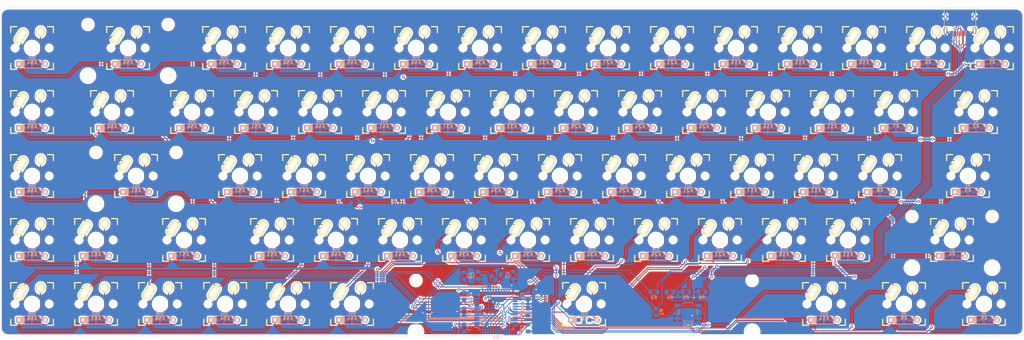
<source format=kicad_pcb>
(kicad_pcb (version 20171130) (host pcbnew "(5.1.10)-1")
  (layers (0 F.Cu signal) (31 B.Cu signal) (34 B.Paste user) (35 F.Paste user) (36 B.SilkS user) (37 F.SilkS user) (38 B.Mask user) (39 F.Mask user) (44 Edge.Cuts user))
  (net 0 "")
  (net 1 +5V)
  (net 2 "Net-(C1-Pad1)")
  (net 3 "Net-(C2-Pad1)")
  (net 4 VCC)
  (net 5 "Net-(C8-Pad1)")
  (net 6 "Net-(D1-Pad2)")
  (net 7 /row0)
  (net 8 "Net-(D2-Pad2)")
  (net 9 /row1)
  (net 10 "Net-(D3-Pad2)")
  (net 11 /row2)
  (net 12 "Net-(D4-Pad2)")
  (net 13 /row3)
  (net 14 "Net-(D5-Pad2)")
  (net 15 /row4)
  (net 16 "Net-(D6-Pad2)")
  (net 17 "Net-(D7-Pad2)")
  (net 18 "Net-(D8-Pad2)")
  (net 19 "Net-(D9-Pad2)")
  (net 20 "Net-(D10-Pad2)")
  (net 21 "Net-(D11-Pad2)")
  (net 22 "Net-(D12-Pad2)")
  (net 23 "Net-(D13-Pad2)")
  (net 24 "Net-(D14-Pad2)")
  (net 25 "Net-(D15-Pad2)")
  (net 26 "Net-(D16-Pad2)")
  (net 27 "Net-(D17-Pad2)")
  (net 28 "Net-(D18-Pad2)")
  (net 29 "Net-(D19-Pad2)")
  (net 30 "Net-(D20-Pad2)")
  (net 31 "Net-(D21-Pad2)")
  (net 32 "Net-(D22-Pad2)")
  (net 33 "Net-(D23-Pad2)")
  (net 34 "Net-(D24-Pad2)")
  (net 35 "Net-(D25-Pad2)")
  (net 36 "Net-(D26-Pad2)")
  (net 37 "Net-(D27-Pad2)")
  (net 38 "Net-(D28-Pad2)")
  (net 39 "Net-(D29-Pad2)")
  (net 40 "Net-(D30-Pad2)")
  (net 41 "Net-(D31-Pad2)")
  (net 42 "Net-(D32-Pad2)")
  (net 43 "Net-(D33-Pad2)")
  (net 44 "Net-(D34-Pad2)")
  (net 45 "Net-(D35-Pad2)")
  (net 46 "Net-(D36-Pad2)")
  (net 47 "Net-(D37-Pad2)")
  (net 48 "Net-(D38-Pad2)")
  (net 49 "Net-(D39-Pad2)")
  (net 50 "Net-(D40-Pad2)")
  (net 51 "Net-(D41-Pad2)")
  (net 52 "Net-(D42-Pad2)")
  (net 53 "Net-(D43-Pad2)")
  (net 54 "Net-(D44-Pad2)")
  (net 55 "Net-(D45-Pad2)")
  (net 56 "Net-(D46-Pad2)")
  (net 57 "Net-(D47-Pad2)")
  (net 58 "Net-(D48-Pad2)")
  (net 59 "Net-(D49-Pad2)")
  (net 60 "Net-(D50-Pad2)")
  (net 61 "Net-(D51-Pad2)")
  (net 62 "Net-(D52-Pad2)")
  (net 63 "Net-(D53-Pad2)")
  (net 64 "Net-(D54-Pad2)")
  (net 65 "Net-(D55-Pad2)")
  (net 66 "Net-(D56-Pad2)")
  (net 67 "Net-(D57-Pad2)")
  (net 68 "Net-(D58-Pad2)")
  (net 69 "Net-(D59-Pad2)")
  (net 70 "Net-(D60-Pad2)")
  (net 71 "Net-(D61-Pad2)")
  (net 72 "Net-(D62-Pad2)")
  (net 73 "Net-(D63-Pad2)")
  (net 74 "Net-(D64-Pad2)")
  (net 75 "Net-(D65-Pad2)")
  (net 76 "Net-(D66-Pad2)")
  (net 77 "Net-(D67-Pad2)")
  (net 78 "Net-(D68-Pad2)")
  (net 79 "Net-(J1-PadA6)")
  (net 80 "Net-(J1-PadB5)")
  (net 81 "Net-(J1-PadA8)")
  (net 82 "Net-(J1-PadA7)")
  (net 83 "Net-(J1-PadA5)")
  (net 84 "Net-(J1-PadB8)")
  (net 85 /col0)
  (net 86 /col1)
  (net 87 /col2)
  (net 88 /col3)
  (net 89 /col4)
  (net 90 /col5)
  (net 91 /col6)
  (net 92 /col7)
  (net 93 /col8)
  (net 94 /col9)
  (net 95 /col10)
  (net 96 /col11)
  (net 97 /col12)
  (net 98 /col13)
  (net 99 /col14)
  (net 100 "Net-(R1-Pad1)")
  (net 101 "Net-(R2-Pad2)")
  (net 102 "Net-(R3-Pad1)")
  (net 103 "Net-(R4-Pad1)")
  (net 104 "Net-(U1-Pad1)")
  (net 105 "Net-(U1-Pad19)")
  (net 106 "Net-(U1-Pad20)")
  (net 107 "Net-(U1-Pad21)")
  (net 108 "Net-(U1-Pad22)")
  (net 109 "Net-(U1-Pad42)")
  (module keebs:Mx_Alps_100 (layer F.Cu) (at 335.160905 70.842217)
    (fp_text reference K6 (at 0 4.318) (layer B.SilkS) (effects (font (thickness 0.2)) (justify mirror)))
    (fp_text value KEYSW hide)
    (pad 2 thru_hole oval (at 2.52 -4.79 356.1) (size 2.5 3.08) (drill oval 1.5 2.08) (layers *.Cu *.Mask F.SilkS) (net 16 "Net-(D6-Pad2)"))
    (pad 1 thru_hole oval (at -3.255 -3.52 327.5) (size 2.5 4.75) (drill oval 1.5 3.75) (layers *.Cu *.Mask F.SilkS) (net 86 /col1))
    (pad "" np_thru_hole circle (at 5.08 0) (size 1.7018 1.7018) (drill 1.7018) (layers *.Cu *.Mask))
    (pad "" np_thru_hole circle (at -5.08 0) (size 1.7018 1.7018) (drill 1.7018) (layers *.Cu *.Mask))
    (pad "" np_thru_hole circle (at 0 0) (size 3.9878 3.9878) (drill 3.9878) (layers *.Cu *.Mask))
  )
  (module OSCCC320X250X70-4N (layer B.Cu) (at 206.573264 138.5 45)
    (fp_text reference X1 (at -0.750613 2.001624 45) (layer B.SilkS) (effects (font (size 0.394021 0.394021)) (justify mirror)))
    (fp_text value FA-238)
    (pad 4 smd rect (at -1.1 0.8 45) (size 1.4 1.2) (layers B.Cu B.Paste B.Mask) (net 1 +5V))
    (pad 3 smd rect (at 1.1 0.8 45) (size 1.4 1.2) (layers B.Cu B.Paste B.Mask) (net 3 "Net-(C2-Pad1)"))
    (pad 1 smd rect (at -1.1 -0.8 45) (size 1.4 1.2) (layers B.Cu B.Paste B.Mask) (net 2 "Net-(C1-Pad1)"))
    (pad 2 smd rect (at 1.1 -0.8 45) (size 1.4 1.2) (layers B.Cu B.Paste B.Mask) (net 1 +5V))
  )
  (module Connector_USB:USB_C_Receptacle_HRO_TYPE-C-31-M-12 (layer F.Cu) (at 344.686227 62.507865 180)
    (fp_text reference J1 (at 0 -5.645) (layer F.SilkS))
    (fp_text value USB_C_Receptacle_USB2.0)
    (pad S1 thru_hole oval (at 4.32 1.05 180) (size 1 1.6) (drill oval 0.6 1.2) (layers *.Cu *.Mask) (net 1 +5V))
    (pad "" np_thru_hole circle (at 2.89 -2.6 180) (size 0.65 0.65) (drill 0.65) (layers *.Cu *.Mask))
    (pad S1 thru_hole oval (at -4.32 1.05 180) (size 1 1.6) (drill oval 0.6 1.2) (layers *.Cu *.Mask) (net 1 +5V))
    (pad "" np_thru_hole circle (at -2.89 -2.6 180) (size 0.65 0.65) (drill 0.65) (layers *.Cu *.Mask))
    (pad S1 thru_hole oval (at -4.32 -3.13 180) (size 1 2.1) (drill oval 0.6 1.7) (layers *.Cu *.Mask) (net 1 +5V))
    (pad S1 thru_hole oval (at 4.32 -3.13 180) (size 1 2.1) (drill oval 0.6 1.7) (layers *.Cu *.Mask) (net 1 +5V))
    (pad A6 smd rect (at -0.25 -4.045 180) (size 0.3 1.45) (layers F.Cu F.Paste F.Mask) (net 79 "Net-(J1-PadA6)"))
    (pad B5 smd rect (at 1.75 -4.045 180) (size 0.3 1.45) (layers F.Cu F.Paste F.Mask) (net 80 "Net-(J1-PadB5)"))
    (pad A8 smd rect (at 1.25 -4.045 180) (size 0.3 1.45) (layers F.Cu F.Paste F.Mask) (net 81 "Net-(J1-PadA8)"))
    (pad B6 smd rect (at 0.75 -4.045 180) (size 0.3 1.45) (layers F.Cu F.Paste F.Mask) (net 79 "Net-(J1-PadA6)"))
    (pad A7 smd rect (at 0.25 -4.045 180) (size 0.3 1.45) (layers F.Cu F.Paste F.Mask) (net 82 "Net-(J1-PadA7)"))
    (pad B7 smd rect (at -0.75 -4.045 180) (size 0.3 1.45) (layers F.Cu F.Paste F.Mask) (net 82 "Net-(J1-PadA7)"))
    (pad A5 smd rect (at -1.25 -4.045 180) (size 0.3 1.45) (layers F.Cu F.Paste F.Mask) (net 83 "Net-(J1-PadA5)"))
    (pad B8 smd rect (at -1.75 -4.045 180) (size 0.3 1.45) (layers F.Cu F.Paste F.Mask) (net 84 "Net-(J1-PadB8)"))
    (pad A12 smd rect (at 3.25 -4.045 180) (size 0.6 1.45) (layers F.Cu F.Paste F.Mask) (net 1 +5V))
    (pad B4 smd rect (at 2.45 -4.045 180) (size 0.6 1.45) (layers F.Cu F.Paste F.Mask) (net 4 VCC))
    (pad A4 smd rect (at -2.45 -4.045 180) (size 0.6 1.45) (layers F.Cu F.Paste F.Mask) (net 4 VCC))
    (pad A1 smd rect (at -3.25 -4.045 180) (size 0.6 1.45) (layers F.Cu F.Paste F.Mask) (net 1 +5V))
    (pad B12 smd rect (at -3.25 -4.045 180) (size 0.6 1.45) (layers F.Cu F.Paste F.Mask) (net 1 +5V))
    (pad B9 smd rect (at -2.45 -4.045 180) (size 0.6 1.45) (layers F.Cu F.Paste F.Mask) (net 4 VCC))
    (pad A9 smd rect (at 2.45 -4.045 180) (size 0.6 1.45) (layers F.Cu F.Paste F.Mask) (net 4 VCC))
    (pad B1 smd rect (at 3.25 -4.045 180) (size 0.6 1.45) (layers F.Cu F.Paste F.Mask) (net 1 +5V))
  )
  (module keyboard_parts:D_SOD123_axial (layer B.Cu) (at 177.998405 132.754717)
    (fp_text reference D43 (at 0 -1.925) (layer B.SilkS) (effects (font (size 0.8 0.8)) (justify mirror)))
    (fp_text value D hide)
    (pad 2 smd rect (at 1.575 0) (size 1.2 1.2) (layers B.Cu B.Paste B.Mask) (net 53 "Net-(D43-Pad2)"))
    (pad 1 smd rect (at -1.575 0) (size 1.2 1.2) (layers B.Cu B.Paste B.Mask) (net 13 /row3))
    (pad 1 thru_hole rect (at -3.9 0) (size 1.6 1.6) (drill 0.7) (layers *.Cu *.Mask B.SilkS) (net 13 /row3))
    (pad 2 thru_hole circle (at 3.9 0) (size 1.6 1.6) (drill 0.7) (layers *.Cu *.Mask B.SilkS) (net 53 "Net-(D43-Pad2)"))
    (pad 1 smd rect (at -2.7 0) (size 2.5 0.5) (layers B.Cu) (net 13 /row3))
    (pad 2 smd rect (at 2.7 0) (size 2.5 0.5) (layers B.Cu) (net 53 "Net-(D43-Pad2)"))
  )
  (module keyboard_parts:D_SOD123_axial (layer B.Cu) (at 168.473405 113.704717)
    (fp_text reference D42 (at 0 -1.925) (layer B.SilkS) (effects (font (size 0.8 0.8)) (justify mirror)))
    (fp_text value D hide)
    (pad 2 smd rect (at 2.7 0) (size 2.5 0.5) (layers B.Cu) (net 52 "Net-(D42-Pad2)"))
    (pad 1 smd rect (at -2.7 0) (size 2.5 0.5) (layers B.Cu) (net 11 /row2))
    (pad 2 thru_hole circle (at 3.9 0) (size 1.6 1.6) (drill 0.7) (layers *.Cu *.Mask B.SilkS) (net 52 "Net-(D42-Pad2)"))
    (pad 1 thru_hole rect (at -3.9 0) (size 1.6 1.6) (drill 0.7) (layers *.Cu *.Mask B.SilkS) (net 11 /row2))
    (pad 1 smd rect (at -1.575 0) (size 1.2 1.2) (layers B.Cu B.Paste B.Mask) (net 11 /row2))
    (pad 2 smd rect (at 1.575 0) (size 1.2 1.2) (layers B.Cu B.Paste B.Mask) (net 52 "Net-(D42-Pad2)"))
  )
  (module keyboard_parts:D_SOD123_axial (layer B.Cu) (at 182.760905 75.604717)
    (fp_text reference D40 (at 0 -1.925) (layer B.SilkS) (effects (font (size 0.8 0.8)) (justify mirror)))
    (fp_text value D hide)
    (pad 2 smd rect (at 1.575 0) (size 1.2 1.2) (layers B.Cu B.Paste B.Mask) (net 50 "Net-(D40-Pad2)"))
    (pad 1 smd rect (at -1.575 0) (size 1.2 1.2) (layers B.Cu B.Paste B.Mask) (net 7 /row0))
    (pad 1 thru_hole rect (at -3.9 0) (size 1.6 1.6) (drill 0.7) (layers *.Cu *.Mask B.SilkS) (net 7 /row0))
    (pad 2 thru_hole circle (at 3.9 0) (size 1.6 1.6) (drill 0.7) (layers *.Cu *.Mask B.SilkS) (net 50 "Net-(D40-Pad2)"))
    (pad 1 smd rect (at -2.7 0) (size 2.5 0.5) (layers B.Cu) (net 7 /row0))
    (pad 2 smd rect (at 2.7 0) (size 2.5 0.5) (layers B.Cu) (net 50 "Net-(D40-Pad2)"))
  )
  (module keyboard_parts:D_SOD123_axial (layer B.Cu) (at 192.285905 94.654717)
    (fp_text reference D37 (at 0 -1.925) (layer B.SilkS) (effects (font (size 0.8 0.8)) (justify mirror)))
    (fp_text value D hide)
    (pad 2 smd rect (at 1.575 0) (size 1.2 1.2) (layers B.Cu B.Paste B.Mask) (net 47 "Net-(D37-Pad2)"))
    (pad 1 smd rect (at -1.575 0) (size 1.2 1.2) (layers B.Cu B.Paste B.Mask) (net 9 /row1))
    (pad 1 thru_hole rect (at -3.9 0) (size 1.6 1.6) (drill 0.7) (layers *.Cu *.Mask B.SilkS) (net 9 /row1))
    (pad 2 thru_hole circle (at 3.9 0) (size 1.6 1.6) (drill 0.7) (layers *.Cu *.Mask B.SilkS) (net 47 "Net-(D37-Pad2)"))
    (pad 1 smd rect (at -2.7 0) (size 2.5 0.5) (layers B.Cu) (net 9 /row1))
    (pad 2 smd rect (at 2.7 0) (size 2.5 0.5) (layers B.Cu) (net 47 "Net-(D37-Pad2)"))
  )
  (module keyboard_parts:D_SOD123_axial (layer B.Cu) (at 201.810905 75.604717)
    (fp_text reference D36 (at 0 -1.925) (layer B.SilkS) (effects (font (size 0.8 0.8)) (justify mirror)))
    (fp_text value D hide)
    (pad 2 smd rect (at 2.7 0) (size 2.5 0.5) (layers B.Cu) (net 46 "Net-(D36-Pad2)"))
    (pad 1 smd rect (at -2.7 0) (size 2.5 0.5) (layers B.Cu) (net 7 /row0))
    (pad 2 thru_hole circle (at 3.9 0) (size 1.6 1.6) (drill 0.7) (layers *.Cu *.Mask B.SilkS) (net 46 "Net-(D36-Pad2)"))
    (pad 1 thru_hole rect (at -3.9 0) (size 1.6 1.6) (drill 0.7) (layers *.Cu *.Mask B.SilkS) (net 7 /row0))
    (pad 1 smd rect (at -1.575 0) (size 1.2 1.2) (layers B.Cu B.Paste B.Mask) (net 7 /row0))
    (pad 2 smd rect (at 1.575 0) (size 1.2 1.2) (layers B.Cu B.Paste B.Mask) (net 46 "Net-(D36-Pad2)"))
  )
  (module keyboard_parts:D_SOD123_axial (layer B.Cu) (at 216.098405 132.754717)
    (fp_text reference D35 (at 0 -1.925) (layer B.SilkS) (effects (font (size 0.8 0.8)) (justify mirror)))
    (fp_text value D hide)
    (pad 2 smd rect (at 2.7 0) (size 2.5 0.5) (layers B.Cu) (net 45 "Net-(D35-Pad2)"))
    (pad 1 smd rect (at -2.7 0) (size 2.5 0.5) (layers B.Cu) (net 13 /row3))
    (pad 2 thru_hole circle (at 3.9 0) (size 1.6 1.6) (drill 0.7) (layers *.Cu *.Mask B.SilkS) (net 45 "Net-(D35-Pad2)"))
    (pad 1 thru_hole rect (at -3.9 0) (size 1.6 1.6) (drill 0.7) (layers *.Cu *.Mask B.SilkS) (net 13 /row3))
    (pad 1 smd rect (at -1.575 0) (size 1.2 1.2) (layers B.Cu B.Paste B.Mask) (net 13 /row3))
    (pad 2 smd rect (at 1.575 0) (size 1.2 1.2) (layers B.Cu B.Paste B.Mask) (net 45 "Net-(D35-Pad2)"))
  )
  (module keyboard_parts:D_SOD123_axial (layer B.Cu) (at 158.948405 132.754717)
    (fp_text reference D48 (at 0 -1.925) (layer B.SilkS) (effects (font (size 0.8 0.8)) (justify mirror)))
    (fp_text value D hide)
    (pad 2 smd rect (at 2.7 0) (size 2.5 0.5) (layers B.Cu) (net 58 "Net-(D48-Pad2)"))
    (pad 1 smd rect (at -2.7 0) (size 2.5 0.5) (layers B.Cu) (net 13 /row3))
    (pad 2 thru_hole circle (at 3.9 0) (size 1.6 1.6) (drill 0.7) (layers *.Cu *.Mask B.SilkS) (net 58 "Net-(D48-Pad2)"))
    (pad 1 thru_hole rect (at -3.9 0) (size 1.6 1.6) (drill 0.7) (layers *.Cu *.Mask B.SilkS) (net 13 /row3))
    (pad 1 smd rect (at -1.575 0) (size 1.2 1.2) (layers B.Cu B.Paste B.Mask) (net 13 /row3))
    (pad 2 smd rect (at 1.575 0) (size 1.2 1.2) (layers B.Cu B.Paste B.Mask) (net 58 "Net-(D48-Pad2)"))
  )
  (module keyboard_parts:D_SOD123_axial (layer B.Cu) (at 206.573405 113.704717)
    (fp_text reference D34 (at 0 -1.925) (layer B.SilkS) (effects (font (size 0.8 0.8)) (justify mirror)))
    (fp_text value D hide)
    (pad 2 smd rect (at 2.7 0) (size 2.5 0.5) (layers B.Cu) (net 44 "Net-(D34-Pad2)"))
    (pad 1 smd rect (at -2.7 0) (size 2.5 0.5) (layers B.Cu) (net 11 /row2))
    (pad 2 thru_hole circle (at 3.9 0) (size 1.6 1.6) (drill 0.7) (layers *.Cu *.Mask B.SilkS) (net 44 "Net-(D34-Pad2)"))
    (pad 1 thru_hole rect (at -3.9 0) (size 1.6 1.6) (drill 0.7) (layers *.Cu *.Mask B.SilkS) (net 11 /row2))
    (pad 1 smd rect (at -1.575 0) (size 1.2 1.2) (layers B.Cu B.Paste B.Mask) (net 11 /row2))
    (pad 2 smd rect (at 1.575 0) (size 1.2 1.2) (layers B.Cu B.Paste B.Mask) (net 44 "Net-(D34-Pad2)"))
  )
  (module keyboard_parts:D_SOD123_axial (layer B.Cu) (at 144.660905 75.604717)
    (fp_text reference D50 (at 0 -1.925) (layer B.SilkS) (effects (font (size 0.8 0.8)) (justify mirror)))
    (fp_text value D hide)
    (pad 2 smd rect (at 2.7 0) (size 2.5 0.5) (layers B.Cu) (net 60 "Net-(D50-Pad2)"))
    (pad 1 smd rect (at -2.7 0) (size 2.5 0.5) (layers B.Cu) (net 7 /row0))
    (pad 2 thru_hole circle (at 3.9 0) (size 1.6 1.6) (drill 0.7) (layers *.Cu *.Mask B.SilkS) (net 60 "Net-(D50-Pad2)"))
    (pad 1 thru_hole rect (at -3.9 0) (size 1.6 1.6) (drill 0.7) (layers *.Cu *.Mask B.SilkS) (net 7 /row0))
    (pad 1 smd rect (at -1.575 0) (size 1.2 1.2) (layers B.Cu B.Paste B.Mask) (net 7 /row0))
    (pad 2 smd rect (at 1.575 0) (size 1.2 1.2) (layers B.Cu B.Paste B.Mask) (net 60 "Net-(D50-Pad2)"))
  )
  (module keyboard_parts:D_SOD123_axial (layer B.Cu) (at 144.660905 151.804717)
    (fp_text reference D49 (at 0 -1.925) (layer B.SilkS) (effects (font (size 0.8 0.8)) (justify mirror)))
    (fp_text value D hide)
    (pad 2 smd rect (at 2.7 0) (size 2.5 0.5) (layers B.Cu) (net 59 "Net-(D49-Pad2)"))
    (pad 1 smd rect (at -2.7 0) (size 2.5 0.5) (layers B.Cu) (net 15 /row4))
    (pad 2 thru_hole circle (at 3.9 0) (size 1.6 1.6) (drill 0.7) (layers *.Cu *.Mask B.SilkS) (net 59 "Net-(D49-Pad2)"))
    (pad 1 thru_hole rect (at -3.9 0) (size 1.6 1.6) (drill 0.7) (layers *.Cu *.Mask B.SilkS) (net 15 /row4))
    (pad 1 smd rect (at -1.575 0) (size 1.2 1.2) (layers B.Cu B.Paste B.Mask) (net 15 /row4))
    (pad 2 smd rect (at 1.575 0) (size 1.2 1.2) (layers B.Cu B.Paste B.Mask) (net 59 "Net-(D49-Pad2)"))
  )
  (module keyboard_parts:D_SOD123_axial (layer B.Cu) (at 163.710905 75.604717)
    (fp_text reference D45 (at 0 -1.925) (layer B.SilkS) (effects (font (size 0.8 0.8)) (justify mirror)))
    (fp_text value D hide)
    (pad 2 smd rect (at 1.575 0) (size 1.2 1.2) (layers B.Cu B.Paste B.Mask) (net 55 "Net-(D45-Pad2)"))
    (pad 1 smd rect (at -1.575 0) (size 1.2 1.2) (layers B.Cu B.Paste B.Mask) (net 7 /row0))
    (pad 1 thru_hole rect (at -3.9 0) (size 1.6 1.6) (drill 0.7) (layers *.Cu *.Mask B.SilkS) (net 7 /row0))
    (pad 2 thru_hole circle (at 3.9 0) (size 1.6 1.6) (drill 0.7) (layers *.Cu *.Mask B.SilkS) (net 55 "Net-(D45-Pad2)"))
    (pad 1 smd rect (at -2.7 0) (size 2.5 0.5) (layers B.Cu) (net 7 /row0))
    (pad 2 smd rect (at 2.7 0) (size 2.5 0.5) (layers B.Cu) (net 55 "Net-(D45-Pad2)"))
  )
  (module keyboard_parts:D_SOD123_axial (layer B.Cu) (at 149.423405 113.704717)
    (fp_text reference D47 (at 0 -1.925) (layer B.SilkS) (effects (font (size 0.8 0.8)) (justify mirror)))
    (fp_text value D hide)
    (pad 2 smd rect (at 1.575 0) (size 1.2 1.2) (layers B.Cu B.Paste B.Mask) (net 57 "Net-(D47-Pad2)"))
    (pad 1 smd rect (at -1.575 0) (size 1.2 1.2) (layers B.Cu B.Paste B.Mask) (net 11 /row2))
    (pad 1 thru_hole rect (at -3.9 0) (size 1.6 1.6) (drill 0.7) (layers *.Cu *.Mask B.SilkS) (net 11 /row2))
    (pad 2 thru_hole circle (at 3.9 0) (size 1.6 1.6) (drill 0.7) (layers *.Cu *.Mask B.SilkS) (net 57 "Net-(D47-Pad2)"))
    (pad 1 smd rect (at -2.7 0) (size 2.5 0.5) (layers B.Cu) (net 11 /row2))
    (pad 2 smd rect (at 2.7 0) (size 2.5 0.5) (layers B.Cu) (net 57 "Net-(D47-Pad2)"))
  )
  (module keyboard_parts:D_SOD123_axial (layer B.Cu) (at 154.185905 94.654717)
    (fp_text reference D46 (at 0 -1.925) (layer B.SilkS) (effects (font (size 0.8 0.8)) (justify mirror)))
    (fp_text value D hide)
    (pad 2 smd rect (at 2.7 0) (size 2.5 0.5) (layers B.Cu) (net 56 "Net-(D46-Pad2)"))
    (pad 1 smd rect (at -2.7 0) (size 2.5 0.5) (layers B.Cu) (net 9 /row1))
    (pad 2 thru_hole circle (at 3.9 0) (size 1.6 1.6) (drill 0.7) (layers *.Cu *.Mask B.SilkS) (net 56 "Net-(D46-Pad2)"))
    (pad 1 thru_hole rect (at -3.9 0) (size 1.6 1.6) (drill 0.7) (layers *.Cu *.Mask B.SilkS) (net 9 /row1))
    (pad 1 smd rect (at -1.575 0) (size 1.2 1.2) (layers B.Cu B.Paste B.Mask) (net 9 /row1))
    (pad 2 smd rect (at 1.575 0) (size 1.2 1.2) (layers B.Cu B.Paste B.Mask) (net 56 "Net-(D46-Pad2)"))
  )
  (module keyboard_parts:D_SOD123_axial (layer B.Cu) (at 163.710905 151.804717)
    (fp_text reference D44 (at 0 -1.925) (layer B.SilkS) (effects (font (size 0.8 0.8)) (justify mirror)))
    (fp_text value D hide)
    (pad 2 smd rect (at 2.7 0) (size 2.5 0.5) (layers B.Cu) (net 54 "Net-(D44-Pad2)"))
    (pad 1 smd rect (at -2.7 0) (size 2.5 0.5) (layers B.Cu) (net 15 /row4))
    (pad 2 thru_hole circle (at 3.9 0) (size 1.6 1.6) (drill 0.7) (layers *.Cu *.Mask B.SilkS) (net 54 "Net-(D44-Pad2)"))
    (pad 1 thru_hole rect (at -3.9 0) (size 1.6 1.6) (drill 0.7) (layers *.Cu *.Mask B.SilkS) (net 15 /row4))
    (pad 1 smd rect (at -1.575 0) (size 1.2 1.2) (layers B.Cu B.Paste B.Mask) (net 15 /row4))
    (pad 2 smd rect (at 1.575 0) (size 1.2 1.2) (layers B.Cu B.Paste B.Mask) (net 54 "Net-(D44-Pad2)"))
  )
  (module keyboard_parts:D_SOD123_axial (layer B.Cu) (at 173.235905 94.654717)
    (fp_text reference D41 (at 0 -1.925) (layer B.SilkS) (effects (font (size 0.8 0.8)) (justify mirror)))
    (fp_text value D hide)
    (pad 2 smd rect (at 1.575 0) (size 1.2 1.2) (layers B.Cu B.Paste B.Mask) (net 51 "Net-(D41-Pad2)"))
    (pad 1 smd rect (at -1.575 0) (size 1.2 1.2) (layers B.Cu B.Paste B.Mask) (net 9 /row1))
    (pad 1 thru_hole rect (at -3.9 0) (size 1.6 1.6) (drill 0.7) (layers *.Cu *.Mask B.SilkS) (net 9 /row1))
    (pad 2 thru_hole circle (at 3.9 0) (size 1.6 1.6) (drill 0.7) (layers *.Cu *.Mask B.SilkS) (net 51 "Net-(D41-Pad2)"))
    (pad 1 smd rect (at -2.7 0) (size 2.5 0.5) (layers B.Cu) (net 9 /row1))
    (pad 2 smd rect (at 2.7 0) (size 2.5 0.5) (layers B.Cu) (net 51 "Net-(D41-Pad2)"))
  )
  (module keyboard_parts:D_SOD123_axial (layer B.Cu) (at 197.048405 132.754717)
    (fp_text reference D39 (at 0 -1.925) (layer B.SilkS) (effects (font (size 0.8 0.8)) (justify mirror)))
    (fp_text value D hide)
    (pad 2 smd rect (at 2.7 0) (size 2.5 0.5) (layers B.Cu) (net 49 "Net-(D39-Pad2)"))
    (pad 1 smd rect (at -2.7 0) (size 2.5 0.5) (layers B.Cu) (net 13 /row3))
    (pad 2 thru_hole circle (at 3.9 0) (size 1.6 1.6) (drill 0.7) (layers *.Cu *.Mask B.SilkS) (net 49 "Net-(D39-Pad2)"))
    (pad 1 thru_hole rect (at -3.9 0) (size 1.6 1.6) (drill 0.7) (layers *.Cu *.Mask B.SilkS) (net 13 /row3))
    (pad 1 smd rect (at -1.575 0) (size 1.2 1.2) (layers B.Cu B.Paste B.Mask) (net 13 /row3))
    (pad 2 smd rect (at 1.575 0) (size 1.2 1.2) (layers B.Cu B.Paste B.Mask) (net 49 "Net-(D39-Pad2)"))
  )
  (module keyboard_parts:D_SOD123_axial (layer B.Cu) (at 187.523405 113.704717)
    (fp_text reference D38 (at 0 -1.925) (layer B.SilkS) (effects (font (size 0.8 0.8)) (justify mirror)))
    (fp_text value D hide)
    (pad 2 smd rect (at 2.7 0) (size 2.5 0.5) (layers B.Cu) (net 48 "Net-(D38-Pad2)"))
    (pad 1 smd rect (at -2.7 0) (size 2.5 0.5) (layers B.Cu) (net 11 /row2))
    (pad 2 thru_hole circle (at 3.9 0) (size 1.6 1.6) (drill 0.7) (layers *.Cu *.Mask B.SilkS) (net 48 "Net-(D38-Pad2)"))
    (pad 1 thru_hole rect (at -3.9 0) (size 1.6 1.6) (drill 0.7) (layers *.Cu *.Mask B.SilkS) (net 11 /row2))
    (pad 1 smd rect (at -1.575 0) (size 1.2 1.2) (layers B.Cu B.Paste B.Mask) (net 11 /row2))
    (pad 2 smd rect (at 1.575 0) (size 1.2 1.2) (layers B.Cu B.Paste B.Mask) (net 48 "Net-(D38-Pad2)"))
  )
  (module keyboard_parts:D_SOD123_axial (layer B.Cu) (at 211.335905 94.654717)
    (fp_text reference D33 (at 0 -1.925) (layer B.SilkS) (effects (font (size 0.8 0.8)) (justify mirror)))
    (fp_text value D hide)
    (pad 2 smd rect (at 1.575 0) (size 1.2 1.2) (layers B.Cu B.Paste B.Mask) (net 43 "Net-(D33-Pad2)"))
    (pad 1 smd rect (at -1.575 0) (size 1.2 1.2) (layers B.Cu B.Paste B.Mask) (net 9 /row1))
    (pad 1 thru_hole rect (at -3.9 0) (size 1.6 1.6) (drill 0.7) (layers *.Cu *.Mask B.SilkS) (net 9 /row1))
    (pad 2 thru_hole circle (at 3.9 0) (size 1.6 1.6) (drill 0.7) (layers *.Cu *.Mask B.SilkS) (net 43 "Net-(D33-Pad2)"))
    (pad 1 smd rect (at -2.7 0) (size 2.5 0.5) (layers B.Cu) (net 9 /row1))
    (pad 2 smd rect (at 2.7 0) (size 2.5 0.5) (layers B.Cu) (net 43 "Net-(D33-Pad2)"))
  )
  (module keyboard_parts:D_SOD123_axial (layer B.Cu) (at 349.448405 94.654717)
    (fp_text reference D2 (at 0 -1.925) (layer B.SilkS) (effects (font (size 0.8 0.8)) (justify mirror)))
    (fp_text value D hide)
    (pad 2 smd rect (at 1.575 0) (size 1.2 1.2) (layers B.Cu B.Paste B.Mask) (net 8 "Net-(D2-Pad2)"))
    (pad 1 smd rect (at -1.575 0) (size 1.2 1.2) (layers B.Cu B.Paste B.Mask) (net 9 /row1))
    (pad 1 thru_hole rect (at -3.9 0) (size 1.6 1.6) (drill 0.7) (layers *.Cu *.Mask B.SilkS) (net 9 /row1))
    (pad 2 thru_hole circle (at 3.9 0) (size 1.6 1.6) (drill 0.7) (layers *.Cu *.Mask B.SilkS) (net 8 "Net-(D2-Pad2)"))
    (pad 1 smd rect (at -2.7 0) (size 2.5 0.5) (layers B.Cu) (net 9 /row1))
    (pad 2 smd rect (at 2.7 0) (size 2.5 0.5) (layers B.Cu) (net 8 "Net-(D2-Pad2)"))
  )
  (module keyboard_parts:D_SOD123_axial (layer B.Cu) (at 354.210905 75.604717)
    (fp_text reference D1 (at 0 -1.925) (layer B.SilkS) (effects (font (size 0.8 0.8)) (justify mirror)))
    (fp_text value D hide)
    (pad 2 smd rect (at 1.575 0) (size 1.2 1.2) (layers B.Cu B.Paste B.Mask) (net 6 "Net-(D1-Pad2)"))
    (pad 1 smd rect (at -1.575 0) (size 1.2 1.2) (layers B.Cu B.Paste B.Mask) (net 7 /row0))
    (pad 1 thru_hole rect (at -3.9 0) (size 1.6 1.6) (drill 0.7) (layers *.Cu *.Mask B.SilkS) (net 7 /row0))
    (pad 2 thru_hole circle (at 3.9 0) (size 1.6 1.6) (drill 0.7) (layers *.Cu *.Mask B.SilkS) (net 6 "Net-(D1-Pad2)"))
    (pad 1 smd rect (at -2.7 0) (size 2.5 0.5) (layers B.Cu) (net 7 /row0))
    (pad 2 smd rect (at 2.7 0) (size 2.5 0.5) (layers B.Cu) (net 6 "Net-(D1-Pad2)"))
  )
  (module keyboard_parts:D_SOD123_axial (layer B.Cu) (at 342.304655 132.754717)
    (fp_text reference D4 (at 0 -1.925) (layer B.SilkS) (effects (font (size 0.8 0.8)) (justify mirror)))
    (fp_text value D hide)
    (pad 2 smd rect (at 1.575 0) (size 1.2 1.2) (layers B.Cu B.Paste B.Mask) (net 12 "Net-(D4-Pad2)"))
    (pad 1 smd rect (at -1.575 0) (size 1.2 1.2) (layers B.Cu B.Paste B.Mask) (net 13 /row3))
    (pad 1 thru_hole rect (at -3.9 0) (size 1.6 1.6) (drill 0.7) (layers *.Cu *.Mask B.SilkS) (net 13 /row3))
    (pad 2 thru_hole circle (at 3.9 0) (size 1.6 1.6) (drill 0.7) (layers *.Cu *.Mask B.SilkS) (net 12 "Net-(D4-Pad2)"))
    (pad 1 smd rect (at -2.7 0) (size 2.5 0.5) (layers B.Cu) (net 13 /row3))
    (pad 2 smd rect (at 2.7 0) (size 2.5 0.5) (layers B.Cu) (net 12 "Net-(D4-Pad2)"))
  )
  (module keyboard_parts:D_SOD123_axial (layer B.Cu) (at 351.829655 151.804717)
    (fp_text reference D5 (at 0 -1.925) (layer B.SilkS) (effects (font (size 0.8 0.8)) (justify mirror)))
    (fp_text value D hide)
    (pad 2 smd rect (at 2.7 0) (size 2.5 0.5) (layers B.Cu) (net 14 "Net-(D5-Pad2)"))
    (pad 1 smd rect (at -2.7 0) (size 2.5 0.5) (layers B.Cu) (net 15 /row4))
    (pad 2 thru_hole circle (at 3.9 0) (size 1.6 1.6) (drill 0.7) (layers *.Cu *.Mask B.SilkS) (net 14 "Net-(D5-Pad2)"))
    (pad 1 thru_hole rect (at -3.9 0) (size 1.6 1.6) (drill 0.7) (layers *.Cu *.Mask B.SilkS) (net 15 /row4))
    (pad 1 smd rect (at -1.575 0) (size 1.2 1.2) (layers B.Cu B.Paste B.Mask) (net 15 /row4))
    (pad 2 smd rect (at 1.575 0) (size 1.2 1.2) (layers B.Cu B.Paste B.Mask) (net 14 "Net-(D5-Pad2)"))
  )
  (module keyboard_parts:D_SOD123_axial (layer B.Cu) (at 347.067155 113.704717)
    (fp_text reference D3 (at 0 -1.925) (layer B.SilkS) (effects (font (size 0.8 0.8)) (justify mirror)))
    (fp_text value D hide)
    (pad 2 smd rect (at 2.7 0) (size 2.5 0.5) (layers B.Cu) (net 10 "Net-(D3-Pad2)"))
    (pad 1 smd rect (at -2.7 0) (size 2.5 0.5) (layers B.Cu) (net 11 /row2))
    (pad 2 thru_hole circle (at 3.9 0) (size 1.6 1.6) (drill 0.7) (layers *.Cu *.Mask B.SilkS) (net 10 "Net-(D3-Pad2)"))
    (pad 1 thru_hole rect (at -3.9 0) (size 1.6 1.6) (drill 0.7) (layers *.Cu *.Mask B.SilkS) (net 11 /row2))
    (pad 1 smd rect (at -1.575 0) (size 1.2 1.2) (layers B.Cu B.Paste B.Mask) (net 11 /row2))
    (pad 2 smd rect (at 1.575 0) (size 1.2 1.2) (layers B.Cu B.Paste B.Mask) (net 10 "Net-(D3-Pad2)"))
  )
  (module keyboard_parts:D_SOD123_axial (layer B.Cu) (at 258.960905 75.604717)
    (fp_text reference D23 (at 0 -1.925) (layer B.SilkS) (effects (font (size 0.8 0.8)) (justify mirror)))
    (fp_text value D hide)
    (pad 2 smd rect (at 1.575 0) (size 1.2 1.2) (layers B.Cu B.Paste B.Mask) (net 33 "Net-(D23-Pad2)"))
    (pad 1 smd rect (at -1.575 0) (size 1.2 1.2) (layers B.Cu B.Paste B.Mask) (net 7 /row0))
    (pad 1 thru_hole rect (at -3.9 0) (size 1.6 1.6) (drill 0.7) (layers *.Cu *.Mask B.SilkS) (net 7 /row0))
    (pad 2 thru_hole circle (at 3.9 0) (size 1.6 1.6) (drill 0.7) (layers *.Cu *.Mask B.SilkS) (net 33 "Net-(D23-Pad2)"))
    (pad 1 smd rect (at -2.7 0) (size 2.5 0.5) (layers B.Cu) (net 7 /row0))
    (pad 2 smd rect (at 2.7 0) (size 2.5 0.5) (layers B.Cu) (net 33 "Net-(D23-Pad2)"))
  )
  (module keyboard_parts:D_SOD123_axial (layer B.Cu) (at 232.767155 151.804717)
    (fp_text reference D31 (at 0 -1.925) (layer B.SilkS) (effects (font (size 0.8 0.8)) (justify mirror)))
    (fp_text value D hide)
    (pad 2 smd rect (at 2.7 0) (size 2.5 0.5) (layers B.Cu) (net 41 "Net-(D31-Pad2)"))
    (pad 1 smd rect (at -2.7 0) (size 2.5 0.5) (layers B.Cu) (net 15 /row4))
    (pad 2 thru_hole circle (at 3.9 0) (size 1.6 1.6) (drill 0.7) (layers *.Cu *.Mask B.SilkS) (net 41 "Net-(D31-Pad2)"))
    (pad 1 thru_hole rect (at -3.9 0) (size 1.6 1.6) (drill 0.7) (layers *.Cu *.Mask B.SilkS) (net 15 /row4))
    (pad 1 smd rect (at -1.575 0) (size 1.2 1.2) (layers B.Cu B.Paste B.Mask) (net 15 /row4))
    (pad 2 smd rect (at 1.575 0) (size 1.2 1.2) (layers B.Cu B.Paste B.Mask) (net 41 "Net-(D31-Pad2)"))
  )
  (module keyboard_parts:D_SOD123_axial (layer B.Cu) (at 235.148405 132.754717)
    (fp_text reference D30 (at 0 -1.925) (layer B.SilkS) (effects (font (size 0.8 0.8)) (justify mirror)))
    (fp_text value D hide)
    (pad 2 smd rect (at 1.575 0) (size 1.2 1.2) (layers B.Cu B.Paste B.Mask) (net 40 "Net-(D30-Pad2)"))
    (pad 1 smd rect (at -1.575 0) (size 1.2 1.2) (layers B.Cu B.Paste B.Mask) (net 13 /row3))
    (pad 1 thru_hole rect (at -3.9 0) (size 1.6 1.6) (drill 0.7) (layers *.Cu *.Mask B.SilkS) (net 13 /row3))
    (pad 2 thru_hole circle (at 3.9 0) (size 1.6 1.6) (drill 0.7) (layers *.Cu *.Mask B.SilkS) (net 40 "Net-(D30-Pad2)"))
    (pad 1 smd rect (at -2.7 0) (size 2.5 0.5) (layers B.Cu) (net 13 /row3))
    (pad 2 smd rect (at 2.7 0) (size 2.5 0.5) (layers B.Cu) (net 40 "Net-(D30-Pad2)"))
  )
  (module keyboard_parts:D_SOD123_axial (layer B.Cu) (at 225.623405 113.704717)
    (fp_text reference D29 (at 0 -1.925) (layer B.SilkS) (effects (font (size 0.8 0.8)) (justify mirror)))
    (fp_text value D hide)
    (pad 2 smd rect (at 1.575 0) (size 1.2 1.2) (layers B.Cu B.Paste B.Mask) (net 39 "Net-(D29-Pad2)"))
    (pad 1 smd rect (at -1.575 0) (size 1.2 1.2) (layers B.Cu B.Paste B.Mask) (net 11 /row2))
    (pad 1 thru_hole rect (at -3.9 0) (size 1.6 1.6) (drill 0.7) (layers *.Cu *.Mask B.SilkS) (net 11 /row2))
    (pad 2 thru_hole circle (at 3.9 0) (size 1.6 1.6) (drill 0.7) (layers *.Cu *.Mask B.SilkS) (net 39 "Net-(D29-Pad2)"))
    (pad 1 smd rect (at -2.7 0) (size 2.5 0.5) (layers B.Cu) (net 11 /row2))
    (pad 2 smd rect (at 2.7 0) (size 2.5 0.5) (layers B.Cu) (net 39 "Net-(D29-Pad2)"))
  )
  (module keyboard_parts:D_SOD123_axial (layer B.Cu) (at 230.385905 94.654717)
    (fp_text reference D28 (at 0 -1.925) (layer B.SilkS) (effects (font (size 0.8 0.8)) (justify mirror)))
    (fp_text value D hide)
    (pad 2 smd rect (at 1.575 0) (size 1.2 1.2) (layers B.Cu B.Paste B.Mask) (net 38 "Net-(D28-Pad2)"))
    (pad 1 smd rect (at -1.575 0) (size 1.2 1.2) (layers B.Cu B.Paste B.Mask) (net 9 /row1))
    (pad 1 thru_hole rect (at -3.9 0) (size 1.6 1.6) (drill 0.7) (layers *.Cu *.Mask B.SilkS) (net 9 /row1))
    (pad 2 thru_hole circle (at 3.9 0) (size 1.6 1.6) (drill 0.7) (layers *.Cu *.Mask B.SilkS) (net 38 "Net-(D28-Pad2)"))
    (pad 1 smd rect (at -2.7 0) (size 2.5 0.5) (layers B.Cu) (net 9 /row1))
    (pad 2 smd rect (at 2.7 0) (size 2.5 0.5) (layers B.Cu) (net 38 "Net-(D28-Pad2)"))
  )
  (module keyboard_parts:D_SOD123_axial (layer B.Cu) (at 278.010905 75.604717)
    (fp_text reference D19 (at 0 -1.925) (layer B.SilkS) (effects (font (size 0.8 0.8)) (justify mirror)))
    (fp_text value D hide)
    (pad 2 smd rect (at 1.575 0) (size 1.2 1.2) (layers B.Cu B.Paste B.Mask) (net 29 "Net-(D19-Pad2)"))
    (pad 1 smd rect (at -1.575 0) (size 1.2 1.2) (layers B.Cu B.Paste B.Mask) (net 7 /row0))
    (pad 1 thru_hole rect (at -3.9 0) (size 1.6 1.6) (drill 0.7) (layers *.Cu *.Mask B.SilkS) (net 7 /row0))
    (pad 2 thru_hole circle (at 3.9 0) (size 1.6 1.6) (drill 0.7) (layers *.Cu *.Mask B.SilkS) (net 29 "Net-(D19-Pad2)"))
    (pad 1 smd rect (at -2.7 0) (size 2.5 0.5) (layers B.Cu) (net 7 /row0))
    (pad 2 smd rect (at 2.7 0) (size 2.5 0.5) (layers B.Cu) (net 29 "Net-(D19-Pad2)"))
  )
  (module keyboard_parts:D_SOD123_axial (layer B.Cu) (at 239.910905 75.604717)
    (fp_text reference D27 (at 0 -1.925) (layer B.SilkS) (effects (font (size 0.8 0.8)) (justify mirror)))
    (fp_text value D hide)
    (pad 2 smd rect (at 1.575 0) (size 1.2 1.2) (layers B.Cu B.Paste B.Mask) (net 37 "Net-(D27-Pad2)"))
    (pad 1 smd rect (at -1.575 0) (size 1.2 1.2) (layers B.Cu B.Paste B.Mask) (net 7 /row0))
    (pad 1 thru_hole rect (at -3.9 0) (size 1.6 1.6) (drill 0.7) (layers *.Cu *.Mask B.SilkS) (net 7 /row0))
    (pad 2 thru_hole circle (at 3.9 0) (size 1.6 1.6) (drill 0.7) (layers *.Cu *.Mask B.SilkS) (net 37 "Net-(D27-Pad2)"))
    (pad 1 smd rect (at -2.7 0) (size 2.5 0.5) (layers B.Cu) (net 7 /row0))
    (pad 2 smd rect (at 2.7 0) (size 2.5 0.5) (layers B.Cu) (net 37 "Net-(D27-Pad2)"))
  )
  (module keyboard_parts:D_SOD123_axial (layer B.Cu) (at 254.198405 132.754717)
    (fp_text reference D26 (at 0 -1.925) (layer B.SilkS) (effects (font (size 0.8 0.8)) (justify mirror)))
    (fp_text value D hide)
    (pad 2 smd rect (at 2.7 0) (size 2.5 0.5) (layers B.Cu) (net 36 "Net-(D26-Pad2)"))
    (pad 1 smd rect (at -2.7 0) (size 2.5 0.5) (layers B.Cu) (net 13 /row3))
    (pad 2 thru_hole circle (at 3.9 0) (size 1.6 1.6) (drill 0.7) (layers *.Cu *.Mask B.SilkS) (net 36 "Net-(D26-Pad2)"))
    (pad 1 thru_hole rect (at -3.9 0) (size 1.6 1.6) (drill 0.7) (layers *.Cu *.Mask B.SilkS) (net 13 /row3))
    (pad 1 smd rect (at -1.575 0) (size 1.2 1.2) (layers B.Cu B.Paste B.Mask) (net 13 /row3))
    (pad 2 smd rect (at 1.575 0) (size 1.2 1.2) (layers B.Cu B.Paste B.Mask) (net 36 "Net-(D26-Pad2)"))
  )
  (module keyboard_parts:D_SOD123_axial (layer B.Cu) (at 249.435905 94.654717)
    (fp_text reference D24 (at 0 -1.925) (layer B.SilkS) (effects (font (size 0.8 0.8)) (justify mirror)))
    (fp_text value D hide)
    (pad 2 smd rect (at 1.575 0) (size 1.2 1.2) (layers B.Cu B.Paste B.Mask) (net 34 "Net-(D24-Pad2)"))
    (pad 1 smd rect (at -1.575 0) (size 1.2 1.2) (layers B.Cu B.Paste B.Mask) (net 9 /row1))
    (pad 1 thru_hole rect (at -3.9 0) (size 1.6 1.6) (drill 0.7) (layers *.Cu *.Mask B.SilkS) (net 9 /row1))
    (pad 2 thru_hole circle (at 3.9 0) (size 1.6 1.6) (drill 0.7) (layers *.Cu *.Mask B.SilkS) (net 34 "Net-(D24-Pad2)"))
    (pad 1 smd rect (at -2.7 0) (size 2.5 0.5) (layers B.Cu) (net 9 /row1))
    (pad 2 smd rect (at 2.7 0) (size 2.5 0.5) (layers B.Cu) (net 34 "Net-(D24-Pad2)"))
  )
  (module keyboard_parts:D_SOD123_axial (layer B.Cu) (at 273.248405 132.754717)
    (fp_text reference D22 (at 0 -1.925) (layer B.SilkS) (effects (font (size 0.8 0.8)) (justify mirror)))
    (fp_text value D hide)
    (pad 2 smd rect (at 2.7 0) (size 2.5 0.5) (layers B.Cu) (net 32 "Net-(D22-Pad2)"))
    (pad 1 smd rect (at -2.7 0) (size 2.5 0.5) (layers B.Cu) (net 13 /row3))
    (pad 2 thru_hole circle (at 3.9 0) (size 1.6 1.6) (drill 0.7) (layers *.Cu *.Mask B.SilkS) (net 32 "Net-(D22-Pad2)"))
    (pad 1 thru_hole rect (at -3.9 0) (size 1.6 1.6) (drill 0.7) (layers *.Cu *.Mask B.SilkS) (net 13 /row3))
    (pad 1 smd rect (at -1.575 0) (size 1.2 1.2) (layers B.Cu B.Paste B.Mask) (net 13 /row3))
    (pad 2 smd rect (at 1.575 0) (size 1.2 1.2) (layers B.Cu B.Paste B.Mask) (net 32 "Net-(D22-Pad2)"))
  )
  (module keyboard_parts:D_SOD123_axial (layer B.Cu) (at 287.535905 94.654717)
    (fp_text reference D16 (at 0 -1.925) (layer B.SilkS) (effects (font (size 0.8 0.8)) (justify mirror)))
    (fp_text value D hide)
    (pad 2 smd rect (at 2.7 0) (size 2.5 0.5) (layers B.Cu) (net 26 "Net-(D16-Pad2)"))
    (pad 1 smd rect (at -2.7 0) (size 2.5 0.5) (layers B.Cu) (net 9 /row1))
    (pad 2 thru_hole circle (at 3.9 0) (size 1.6 1.6) (drill 0.7) (layers *.Cu *.Mask B.SilkS) (net 26 "Net-(D16-Pad2)"))
    (pad 1 thru_hole rect (at -3.9 0) (size 1.6 1.6) (drill 0.7) (layers *.Cu *.Mask B.SilkS) (net 9 /row1))
    (pad 1 smd rect (at -1.575 0) (size 1.2 1.2) (layers B.Cu B.Paste B.Mask) (net 9 /row1))
    (pad 2 smd rect (at 1.575 0) (size 1.2 1.2) (layers B.Cu B.Paste B.Mask) (net 26 "Net-(D16-Pad2)"))
  )
  (module keyboard_parts:D_SOD123_axial (layer B.Cu) (at 297.060905 75.604717)
    (fp_text reference D15 (at 0 -1.925) (layer B.SilkS) (effects (font (size 0.8 0.8)) (justify mirror)))
    (fp_text value D hide)
    (pad 2 smd rect (at 2.7 0) (size 2.5 0.5) (layers B.Cu) (net 25 "Net-(D15-Pad2)"))
    (pad 1 smd rect (at -2.7 0) (size 2.5 0.5) (layers B.Cu) (net 7 /row0))
    (pad 2 thru_hole circle (at 3.9 0) (size 1.6 1.6) (drill 0.7) (layers *.Cu *.Mask B.SilkS) (net 25 "Net-(D15-Pad2)"))
    (pad 1 thru_hole rect (at -3.9 0) (size 1.6 1.6) (drill 0.7) (layers *.Cu *.Mask B.SilkS) (net 7 /row0))
    (pad 1 smd rect (at -1.575 0) (size 1.2 1.2) (layers B.Cu B.Paste B.Mask) (net 7 /row0))
    (pad 2 smd rect (at 1.575 0) (size 1.2 1.2) (layers B.Cu B.Paste B.Mask) (net 25 "Net-(D15-Pad2)"))
  )
  (module keyboard_parts:D_SOD123_axial (layer B.Cu) (at 292.298405 132.754717)
    (fp_text reference D18 (at 0 -1.925) (layer B.SilkS) (effects (font (size 0.8 0.8)) (justify mirror)))
    (fp_text value D hide)
    (pad 2 smd rect (at 2.7 0) (size 2.5 0.5) (layers B.Cu) (net 28 "Net-(D18-Pad2)"))
    (pad 1 smd rect (at -2.7 0) (size 2.5 0.5) (layers B.Cu) (net 13 /row3))
    (pad 2 thru_hole circle (at 3.9 0) (size 1.6 1.6) (drill 0.7) (layers *.Cu *.Mask B.SilkS) (net 28 "Net-(D18-Pad2)"))
    (pad 1 thru_hole rect (at -3.9 0) (size 1.6 1.6) (drill 0.7) (layers *.Cu *.Mask B.SilkS) (net 13 /row3))
    (pad 1 smd rect (at -1.575 0) (size 1.2 1.2) (layers B.Cu B.Paste B.Mask) (net 13 /row3))
    (pad 2 smd rect (at 1.575 0) (size 1.2 1.2) (layers B.Cu B.Paste B.Mask) (net 28 "Net-(D18-Pad2)"))
  )
  (module keyboard_parts:D_SOD123_axial (layer B.Cu) (at 263.723405 113.704717)
    (fp_text reference D21 (at 0 -1.925) (layer B.SilkS) (effects (font (size 0.8 0.8)) (justify mirror)))
    (fp_text value D hide)
    (pad 2 smd rect (at 2.7 0) (size 2.5 0.5) (layers B.Cu) (net 31 "Net-(D21-Pad2)"))
    (pad 1 smd rect (at -2.7 0) (size 2.5 0.5) (layers B.Cu) (net 11 /row2))
    (pad 2 thru_hole circle (at 3.9 0) (size 1.6 1.6) (drill 0.7) (layers *.Cu *.Mask B.SilkS) (net 31 "Net-(D21-Pad2)"))
    (pad 1 thru_hole rect (at -3.9 0) (size 1.6 1.6) (drill 0.7) (layers *.Cu *.Mask B.SilkS) (net 11 /row2))
    (pad 1 smd rect (at -1.575 0) (size 1.2 1.2) (layers B.Cu B.Paste B.Mask) (net 11 /row2))
    (pad 2 smd rect (at 1.575 0) (size 1.2 1.2) (layers B.Cu B.Paste B.Mask) (net 31 "Net-(D21-Pad2)"))
  )
  (module keyboard_parts:D_SOD123_axial (layer B.Cu) (at 268.485905 94.654717)
    (fp_text reference D20 (at 0 -1.925) (layer B.SilkS) (effects (font (size 0.8 0.8)) (justify mirror)))
    (fp_text value D hide)
    (pad 2 smd rect (at 1.575 0) (size 1.2 1.2) (layers B.Cu B.Paste B.Mask) (net 30 "Net-(D20-Pad2)"))
    (pad 1 smd rect (at -1.575 0) (size 1.2 1.2) (layers B.Cu B.Paste B.Mask) (net 9 /row1))
    (pad 1 thru_hole rect (at -3.9 0) (size 1.6 1.6) (drill 0.7) (layers *.Cu *.Mask B.SilkS) (net 9 /row1))
    (pad 2 thru_hole circle (at 3.9 0) (size 1.6 1.6) (drill 0.7) (layers *.Cu *.Mask B.SilkS) (net 30 "Net-(D20-Pad2)"))
    (pad 1 smd rect (at -2.7 0) (size 2.5 0.5) (layers B.Cu) (net 9 /row1))
    (pad 2 smd rect (at 2.7 0) (size 2.5 0.5) (layers B.Cu) (net 30 "Net-(D20-Pad2)"))
  )
  (module keyboard_parts:D_SOD123_axial (layer B.Cu) (at 282.773405 113.704717)
    (fp_text reference D17 (at 0 -1.925) (layer B.SilkS) (effects (font (size 0.8 0.8)) (justify mirror)))
    (fp_text value D hide)
    (pad 2 smd rect (at 1.575 0) (size 1.2 1.2) (layers B.Cu B.Paste B.Mask) (net 27 "Net-(D17-Pad2)"))
    (pad 1 smd rect (at -1.575 0) (size 1.2 1.2) (layers B.Cu B.Paste B.Mask) (net 11 /row2))
    (pad 1 thru_hole rect (at -3.9 0) (size 1.6 1.6) (drill 0.7) (layers *.Cu *.Mask B.SilkS) (net 11 /row2))
    (pad 2 thru_hole circle (at 3.9 0) (size 1.6 1.6) (drill 0.7) (layers *.Cu *.Mask B.SilkS) (net 27 "Net-(D17-Pad2)"))
    (pad 1 smd rect (at -2.7 0) (size 2.5 0.5) (layers B.Cu) (net 11 /row2))
    (pad 2 smd rect (at 2.7 0) (size 2.5 0.5) (layers B.Cu) (net 27 "Net-(D17-Pad2)"))
  )
  (module keyboard_parts:D_SOD123_axial (layer B.Cu) (at 220.860905 75.604717)
    (fp_text reference D32 (at 0 -1.925) (layer B.SilkS) (effects (font (size 0.8 0.8)) (justify mirror)))
    (fp_text value D hide)
    (pad 2 smd rect (at 1.575 0) (size 1.2 1.2) (layers B.Cu B.Paste B.Mask) (net 42 "Net-(D32-Pad2)"))
    (pad 1 smd rect (at -1.575 0) (size 1.2 1.2) (layers B.Cu B.Paste B.Mask) (net 7 /row0))
    (pad 1 thru_hole rect (at -3.9 0) (size 1.6 1.6) (drill 0.7) (layers *.Cu *.Mask B.SilkS) (net 7 /row0))
    (pad 2 thru_hole circle (at 3.9 0) (size 1.6 1.6) (drill 0.7) (layers *.Cu *.Mask B.SilkS) (net 42 "Net-(D32-Pad2)"))
    (pad 1 smd rect (at -2.7 0) (size 2.5 0.5) (layers B.Cu) (net 7 /row0))
    (pad 2 smd rect (at 2.7 0) (size 2.5 0.5) (layers B.Cu) (net 42 "Net-(D32-Pad2)"))
  )
  (module keyboard_parts:D_SOD123_axial (layer B.Cu) (at 244.673405 113.704717)
    (fp_text reference D25 (at 0 -1.925) (layer B.SilkS) (effects (font (size 0.8 0.8)) (justify mirror)))
    (fp_text value D hide)
    (pad 2 smd rect (at 2.7 0) (size 2.5 0.5) (layers B.Cu) (net 35 "Net-(D25-Pad2)"))
    (pad 1 smd rect (at -2.7 0) (size 2.5 0.5) (layers B.Cu) (net 11 /row2))
    (pad 2 thru_hole circle (at 3.9 0) (size 1.6 1.6) (drill 0.7) (layers *.Cu *.Mask B.SilkS) (net 35 "Net-(D25-Pad2)"))
    (pad 1 thru_hole rect (at -3.9 0) (size 1.6 1.6) (drill 0.7) (layers *.Cu *.Mask B.SilkS) (net 11 /row2))
    (pad 1 smd rect (at -1.575 0) (size 1.2 1.2) (layers B.Cu B.Paste B.Mask) (net 11 /row2))
    (pad 2 smd rect (at 1.575 0) (size 1.2 1.2) (layers B.Cu B.Paste B.Mask) (net 35 "Net-(D25-Pad2)"))
  )
  (module keyboard_parts:D_SOD123_axial (layer B.Cu) (at 125.610905 75.604717)
    (fp_text reference D55 (at 0 -1.925) (layer B.SilkS) (effects (font (size 0.8 0.8)) (justify mirror)))
    (fp_text value D hide)
    (pad 2 smd rect (at 1.575 0) (size 1.2 1.2) (layers B.Cu B.Paste B.Mask) (net 65 "Net-(D55-Pad2)"))
    (pad 1 smd rect (at -1.575 0) (size 1.2 1.2) (layers B.Cu B.Paste B.Mask) (net 7 /row0))
    (pad 1 thru_hole rect (at -3.9 0) (size 1.6 1.6) (drill 0.7) (layers *.Cu *.Mask B.SilkS) (net 7 /row0))
    (pad 2 thru_hole circle (at 3.9 0) (size 1.6 1.6) (drill 0.7) (layers *.Cu *.Mask B.SilkS) (net 65 "Net-(D55-Pad2)"))
    (pad 1 smd rect (at -2.7 0) (size 2.5 0.5) (layers B.Cu) (net 7 /row0))
    (pad 2 smd rect (at 2.7 0) (size 2.5 0.5) (layers B.Cu) (net 65 "Net-(D55-Pad2)"))
  )
  (module keyboard_parts:D_SOD123_axial (layer B.Cu) (at 139.898405 132.754717)
    (fp_text reference D53 (at 0 -1.925) (layer B.SilkS) (effects (font (size 0.8 0.8)) (justify mirror)))
    (fp_text value D hide)
    (pad 2 smd rect (at 2.7 0) (size 2.5 0.5) (layers B.Cu) (net 63 "Net-(D53-Pad2)"))
    (pad 1 smd rect (at -2.7 0) (size 2.5 0.5) (layers B.Cu) (net 13 /row3))
    (pad 2 thru_hole circle (at 3.9 0) (size 1.6 1.6) (drill 0.7) (layers *.Cu *.Mask B.SilkS) (net 63 "Net-(D53-Pad2)"))
    (pad 1 thru_hole rect (at -3.9 0) (size 1.6 1.6) (drill 0.7) (layers *.Cu *.Mask B.SilkS) (net 13 /row3))
    (pad 1 smd rect (at -1.575 0) (size 1.2 1.2) (layers B.Cu B.Paste B.Mask) (net 13 /row3))
    (pad 2 smd rect (at 1.575 0) (size 1.2 1.2) (layers B.Cu B.Paste B.Mask) (net 63 "Net-(D53-Pad2)"))
  )
  (module keyboard_parts:D_SOD123_axial (layer B.Cu) (at 87.510905 151.804717)
    (fp_text reference D63 (at 0 -1.925) (layer B.SilkS) (effects (font (size 0.8 0.8)) (justify mirror)))
    (fp_text value D hide)
    (pad 2 smd rect (at 2.7 0) (size 2.5 0.5) (layers B.Cu) (net 73 "Net-(D63-Pad2)"))
    (pad 1 smd rect (at -2.7 0) (size 2.5 0.5) (layers B.Cu) (net 15 /row4))
    (pad 2 thru_hole circle (at 3.9 0) (size 1.6 1.6) (drill 0.7) (layers *.Cu *.Mask B.SilkS) (net 73 "Net-(D63-Pad2)"))
    (pad 1 thru_hole rect (at -3.9 0) (size 1.6 1.6) (drill 0.7) (layers *.Cu *.Mask B.SilkS) (net 15 /row4))
    (pad 1 smd rect (at -1.575 0) (size 1.2 1.2) (layers B.Cu B.Paste B.Mask) (net 15 /row4))
    (pad 2 smd rect (at 1.575 0) (size 1.2 1.2) (layers B.Cu B.Paste B.Mask) (net 73 "Net-(D63-Pad2)"))
  )
  (module keyboard_parts:D_SOD123_axial (layer B.Cu) (at 68.460905 94.654717)
    (fp_text reference D65 (at 0 -1.925) (layer B.SilkS) (effects (font (size 0.8 0.8)) (justify mirror)))
    (fp_text value D hide)
    (pad 2 smd rect (at 2.7 0) (size 2.5 0.5) (layers B.Cu) (net 75 "Net-(D65-Pad2)"))
    (pad 1 smd rect (at -2.7 0) (size 2.5 0.5) (layers B.Cu) (net 9 /row1))
    (pad 2 thru_hole circle (at 3.9 0) (size 1.6 1.6) (drill 0.7) (layers *.Cu *.Mask B.SilkS) (net 75 "Net-(D65-Pad2)"))
    (pad 1 thru_hole rect (at -3.9 0) (size 1.6 1.6) (drill 0.7) (layers *.Cu *.Mask B.SilkS) (net 9 /row1))
    (pad 1 smd rect (at -1.575 0) (size 1.2 1.2) (layers B.Cu B.Paste B.Mask) (net 9 /row1))
    (pad 2 smd rect (at 1.575 0) (size 1.2 1.2) (layers B.Cu B.Paste B.Mask) (net 75 "Net-(D65-Pad2)"))
  )
  (module keyboard_parts:D_SOD123_axial (layer B.Cu) (at 68.460905 151.804717)
    (fp_text reference D68 (at 0 -1.925) (layer B.SilkS) (effects (font (size 0.8 0.8)) (justify mirror)))
    (fp_text value D hide)
    (pad 2 smd rect (at 1.575 0) (size 1.2 1.2) (layers B.Cu B.Paste B.Mask) (net 78 "Net-(D68-Pad2)"))
    (pad 1 smd rect (at -1.575 0) (size 1.2 1.2) (layers B.Cu B.Paste B.Mask) (net 15 /row4))
    (pad 1 thru_hole rect (at -3.9 0) (size 1.6 1.6) (drill 0.7) (layers *.Cu *.Mask B.SilkS) (net 15 /row4))
    (pad 2 thru_hole circle (at 3.9 0) (size 1.6 1.6) (drill 0.7) (layers *.Cu *.Mask B.SilkS) (net 78 "Net-(D68-Pad2)"))
    (pad 1 smd rect (at -2.7 0) (size 2.5 0.5) (layers B.Cu) (net 15 /row4))
    (pad 2 smd rect (at 2.7 0) (size 2.5 0.5) (layers B.Cu) (net 78 "Net-(D68-Pad2)"))
  )
  (module keyboard_parts:D_SOD123_axial (layer B.Cu) (at 99.417155 113.704717)
    (fp_text reference D61 (at 0 -1.925) (layer B.SilkS) (effects (font (size 0.8 0.8)) (justify mirror)))
    (fp_text value D hide)
    (pad 2 smd rect (at 1.575 0) (size 1.2 1.2) (layers B.Cu B.Paste B.Mask) (net 71 "Net-(D61-Pad2)"))
    (pad 1 smd rect (at -1.575 0) (size 1.2 1.2) (layers B.Cu B.Paste B.Mask) (net 11 /row2))
    (pad 1 thru_hole rect (at -3.9 0) (size 1.6 1.6) (drill 0.7) (layers *.Cu *.Mask B.SilkS) (net 11 /row2))
    (pad 2 thru_hole circle (at 3.9 0) (size 1.6 1.6) (drill 0.7) (layers *.Cu *.Mask B.SilkS) (net 71 "Net-(D61-Pad2)"))
    (pad 1 smd rect (at -2.7 0) (size 2.5 0.5) (layers B.Cu) (net 11 /row2))
    (pad 2 smd rect (at 2.7 0) (size 2.5 0.5) (layers B.Cu) (net 71 "Net-(D61-Pad2)"))
  )
  (module keyboard_parts:D_SOD123_axial (layer B.Cu) (at 87.510905 132.754717)
    (fp_text reference D62 (at 0 -1.925) (layer B.SilkS) (effects (font (size 0.8 0.8)) (justify mirror)))
    (fp_text value D hide)
    (pad 2 smd rect (at 1.575 0) (size 1.2 1.2) (layers B.Cu B.Paste B.Mask) (net 72 "Net-(D62-Pad2)"))
    (pad 1 smd rect (at -1.575 0) (size 1.2 1.2) (layers B.Cu B.Paste B.Mask) (net 13 /row3))
    (pad 1 thru_hole rect (at -3.9 0) (size 1.6 1.6) (drill 0.7) (layers *.Cu *.Mask B.SilkS) (net 13 /row3))
    (pad 2 thru_hole circle (at 3.9 0) (size 1.6 1.6) (drill 0.7) (layers *.Cu *.Mask B.SilkS) (net 72 "Net-(D62-Pad2)"))
    (pad 1 smd rect (at -2.7 0) (size 2.5 0.5) (layers B.Cu) (net 13 /row3))
    (pad 2 smd rect (at 2.7 0) (size 2.5 0.5) (layers B.Cu) (net 72 "Net-(D62-Pad2)"))
  )
  (module keyboard_parts:D_SOD123_axial (layer B.Cu) (at 135.135905 94.654717)
    (fp_text reference D51 (at 0 -1.925) (layer B.SilkS) (effects (font (size 0.8 0.8)) (justify mirror)))
    (fp_text value D hide)
    (pad 2 smd rect (at 1.575 0) (size 1.2 1.2) (layers B.Cu B.Paste B.Mask) (net 61 "Net-(D51-Pad2)"))
    (pad 1 smd rect (at -1.575 0) (size 1.2 1.2) (layers B.Cu B.Paste B.Mask) (net 9 /row1))
    (pad 1 thru_hole rect (at -3.9 0) (size 1.6 1.6) (drill 0.7) (layers *.Cu *.Mask B.SilkS) (net 9 /row1))
    (pad 2 thru_hole circle (at 3.9 0) (size 1.6 1.6) (drill 0.7) (layers *.Cu *.Mask B.SilkS) (net 61 "Net-(D51-Pad2)"))
    (pad 1 smd rect (at -2.7 0) (size 2.5 0.5) (layers B.Cu) (net 9 /row1))
    (pad 2 smd rect (at 2.7 0) (size 2.5 0.5) (layers B.Cu) (net 61 "Net-(D51-Pad2)"))
  )
  (module keyboard_parts:D_SOD123_axial (layer B.Cu) (at 116.085905 94.654717)
    (fp_text reference D56 (at 0 -1.925) (layer B.SilkS) (effects (font (size 0.8 0.8)) (justify mirror)))
    (fp_text value D hide)
    (pad 2 smd rect (at 1.575 0) (size 1.2 1.2) (layers B.Cu B.Paste B.Mask) (net 66 "Net-(D56-Pad2)"))
    (pad 1 smd rect (at -1.575 0) (size 1.2 1.2) (layers B.Cu B.Paste B.Mask) (net 9 /row1))
    (pad 1 thru_hole rect (at -3.9 0) (size 1.6 1.6) (drill 0.7) (layers *.Cu *.Mask B.SilkS) (net 9 /row1))
    (pad 2 thru_hole circle (at 3.9 0) (size 1.6 1.6) (drill 0.7) (layers *.Cu *.Mask B.SilkS) (net 66 "Net-(D56-Pad2)"))
    (pad 1 smd rect (at -2.7 0) (size 2.5 0.5) (layers B.Cu) (net 9 /row1))
    (pad 2 smd rect (at 2.7 0) (size 2.5 0.5) (layers B.Cu) (net 66 "Net-(D56-Pad2)"))
  )
  (module keyboard_parts:D_SOD123_axial (layer B.Cu) (at 113.704655 132.754717)
    (fp_text reference D57 (at 0 -1.925) (layer B.SilkS) (effects (font (size 0.8 0.8)) (justify mirror)))
    (fp_text value D hide)
    (pad 2 smd rect (at 2.7 0) (size 2.5 0.5) (layers B.Cu) (net 67 "Net-(D57-Pad2)"))
    (pad 1 smd rect (at -2.7 0) (size 2.5 0.5) (layers B.Cu) (net 13 /row3))
    (pad 2 thru_hole circle (at 3.9 0) (size 1.6 1.6) (drill 0.7) (layers *.Cu *.Mask B.SilkS) (net 67 "Net-(D57-Pad2)"))
    (pad 1 thru_hole rect (at -3.9 0) (size 1.6 1.6) (drill 0.7) (layers *.Cu *.Mask B.SilkS) (net 13 /row3))
    (pad 1 smd rect (at -1.575 0) (size 1.2 1.2) (layers B.Cu B.Paste B.Mask) (net 13 /row3))
    (pad 2 smd rect (at 1.575 0) (size 1.2 1.2) (layers B.Cu B.Paste B.Mask) (net 67 "Net-(D57-Pad2)"))
  )
  (module keyboard_parts:D_SOD123_axial (layer B.Cu) (at 92.273405 94.654717)
    (fp_text reference D60 (at 0 -1.925) (layer B.SilkS) (effects (font (size 0.8 0.8)) (justify mirror)))
    (fp_text value D hide)
    (pad 2 smd rect (at 2.7 0) (size 2.5 0.5) (layers B.Cu) (net 70 "Net-(D60-Pad2)"))
    (pad 1 smd rect (at -2.7 0) (size 2.5 0.5) (layers B.Cu) (net 9 /row1))
    (pad 2 thru_hole circle (at 3.9 0) (size 1.6 1.6) (drill 0.7) (layers *.Cu *.Mask B.SilkS) (net 70 "Net-(D60-Pad2)"))
    (pad 1 thru_hole rect (at -3.9 0) (size 1.6 1.6) (drill 0.7) (layers *.Cu *.Mask B.SilkS) (net 9 /row1))
    (pad 1 smd rect (at -1.575 0) (size 1.2 1.2) (layers B.Cu B.Paste B.Mask) (net 9 /row1))
    (pad 2 smd rect (at 1.575 0) (size 1.2 1.2) (layers B.Cu B.Paste B.Mask) (net 70 "Net-(D60-Pad2)"))
  )
  (module keyboard_parts:D_SOD123_axial (layer B.Cu) (at 125.610905 151.804717)
    (fp_text reference D54 (at 0 -1.925) (layer B.SilkS) (effects (font (size 0.8 0.8)) (justify mirror)))
    (fp_text value D hide)
    (pad 2 smd rect (at 2.7 0) (size 2.5 0.5) (layers B.Cu) (net 64 "Net-(D54-Pad2)"))
    (pad 1 smd rect (at -2.7 0) (size 2.5 0.5) (layers B.Cu) (net 15 /row4))
    (pad 2 thru_hole circle (at 3.9 0) (size 1.6 1.6) (drill 0.7) (layers *.Cu *.Mask B.SilkS) (net 64 "Net-(D54-Pad2)"))
    (pad 1 thru_hole rect (at -3.9 0) (size 1.6 1.6) (drill 0.7) (layers *.Cu *.Mask B.SilkS) (net 15 /row4))
    (pad 1 smd rect (at -1.575 0) (size 1.2 1.2) (layers B.Cu B.Paste B.Mask) (net 15 /row4))
    (pad 2 smd rect (at 1.575 0) (size 1.2 1.2) (layers B.Cu B.Paste B.Mask) (net 64 "Net-(D54-Pad2)"))
  )
  (module keyboard_parts:D_SOD123_axial (layer B.Cu) (at 97.035905 75.604717)
    (fp_text reference D59 (at 0 -1.925) (layer B.SilkS) (effects (font (size 0.8 0.8)) (justify mirror)))
    (fp_text value D hide)
    (pad 2 smd rect (at 1.575 0) (size 1.2 1.2) (layers B.Cu B.Paste B.Mask) (net 69 "Net-(D59-Pad2)"))
    (pad 1 smd rect (at -1.575 0) (size 1.2 1.2) (layers B.Cu B.Paste B.Mask) (net 7 /row0))
    (pad 1 thru_hole rect (at -3.9 0) (size 1.6 1.6) (drill 0.7) (layers *.Cu *.Mask B.SilkS) (net 7 /row0))
    (pad 2 thru_hole circle (at 3.9 0) (size 1.6 1.6) (drill 0.7) (layers *.Cu *.Mask B.SilkS) (net 69 "Net-(D59-Pad2)"))
    (pad 1 smd rect (at -2.7 0) (size 2.5 0.5) (layers B.Cu) (net 7 /row0))
    (pad 2 smd rect (at 2.7 0) (size 2.5 0.5) (layers B.Cu) (net 69 "Net-(D59-Pad2)"))
  )
  (module keyboard_parts:D_SOD123_axial (layer B.Cu) (at 68.460905 75.604717)
    (fp_text reference D64 (at 0 -1.925) (layer B.SilkS) (effects (font (size 0.8 0.8)) (justify mirror)))
    (fp_text value D hide)
    (pad 2 smd rect (at 1.575 0) (size 1.2 1.2) (layers B.Cu B.Paste B.Mask) (net 74 "Net-(D64-Pad2)"))
    (pad 1 smd rect (at -1.575 0) (size 1.2 1.2) (layers B.Cu B.Paste B.Mask) (net 7 /row0))
    (pad 1 thru_hole rect (at -3.9 0) (size 1.6 1.6) (drill 0.7) (layers *.Cu *.Mask B.SilkS) (net 7 /row0))
    (pad 2 thru_hole circle (at 3.9 0) (size 1.6 1.6) (drill 0.7) (layers *.Cu *.Mask B.SilkS) (net 74 "Net-(D64-Pad2)"))
    (pad 1 smd rect (at -2.7 0) (size 2.5 0.5) (layers B.Cu) (net 7 /row0))
    (pad 2 smd rect (at 2.7 0) (size 2.5 0.5) (layers B.Cu) (net 74 "Net-(D64-Pad2)"))
  )
  (module keyboard_parts:D_SOD123_axial (layer B.Cu) (at 68.460905 132.754717)
    (fp_text reference D67 (at 0 -1.925) (layer B.SilkS) (effects (font (size 0.8 0.8)) (justify mirror)))
    (fp_text value D hide)
    (pad 2 smd rect (at 2.7 0) (size 2.5 0.5) (layers B.Cu) (net 77 "Net-(D67-Pad2)"))
    (pad 1 smd rect (at -2.7 0) (size 2.5 0.5) (layers B.Cu) (net 13 /row3))
    (pad 2 thru_hole circle (at 3.9 0) (size 1.6 1.6) (drill 0.7) (layers *.Cu *.Mask B.SilkS) (net 77 "Net-(D67-Pad2)"))
    (pad 1 thru_hole rect (at -3.9 0) (size 1.6 1.6) (drill 0.7) (layers *.Cu *.Mask B.SilkS) (net 13 /row3))
    (pad 1 smd rect (at -1.575 0) (size 1.2 1.2) (layers B.Cu B.Paste B.Mask) (net 13 /row3))
    (pad 2 smd rect (at 1.575 0) (size 1.2 1.2) (layers B.Cu B.Paste B.Mask) (net 77 "Net-(D67-Pad2)"))
  )
  (module keyboard_parts:D_SOD123_axial (layer B.Cu) (at 130.373405 113.704717)
    (fp_text reference D52 (at 0 -1.925) (layer B.SilkS) (effects (font (size 0.8 0.8)) (justify mirror)))
    (fp_text value D hide)
    (pad 2 smd rect (at 2.7 0) (size 2.5 0.5) (layers B.Cu) (net 62 "Net-(D52-Pad2)"))
    (pad 1 smd rect (at -2.7 0) (size 2.5 0.5) (layers B.Cu) (net 11 /row2))
    (pad 2 thru_hole circle (at 3.9 0) (size 1.6 1.6) (drill 0.7) (layers *.Cu *.Mask B.SilkS) (net 62 "Net-(D52-Pad2)"))
    (pad 1 thru_hole rect (at -3.9 0) (size 1.6 1.6) (drill 0.7) (layers *.Cu *.Mask B.SilkS) (net 11 /row2))
    (pad 1 smd rect (at -1.575 0) (size 1.2 1.2) (layers B.Cu B.Paste B.Mask) (net 11 /row2))
    (pad 2 smd rect (at 1.575 0) (size 1.2 1.2) (layers B.Cu B.Paste B.Mask) (net 62 "Net-(D52-Pad2)"))
  )
  (module keyboard_parts:D_SOD123_axial (layer B.Cu) (at 68.460905 113.704717)
    (fp_text reference D66 (at 0 -1.925) (layer B.SilkS) (effects (font (size 0.8 0.8)) (justify mirror)))
    (fp_text value D hide)
    (pad 2 smd rect (at 1.575 0) (size 1.2 1.2) (layers B.Cu B.Paste B.Mask) (net 76 "Net-(D66-Pad2)"))
    (pad 1 smd rect (at -1.575 0) (size 1.2 1.2) (layers B.Cu B.Paste B.Mask) (net 11 /row2))
    (pad 1 thru_hole rect (at -3.9 0) (size 1.6 1.6) (drill 0.7) (layers *.Cu *.Mask B.SilkS) (net 11 /row2))
    (pad 2 thru_hole circle (at 3.9 0) (size 1.6 1.6) (drill 0.7) (layers *.Cu *.Mask B.SilkS) (net 76 "Net-(D66-Pad2)"))
    (pad 1 smd rect (at -2.7 0) (size 2.5 0.5) (layers B.Cu) (net 11 /row2))
    (pad 2 smd rect (at 2.7 0) (size 2.5 0.5) (layers B.Cu) (net 76 "Net-(D66-Pad2)"))
  )
  (module keyboard_parts:D_SOD123_axial (layer B.Cu) (at 106.560905 151.804717)
    (fp_text reference D58 (at 0 -1.925) (layer B.SilkS) (effects (font (size 0.8 0.8)) (justify mirror)))
    (fp_text value D hide)
    (pad 2 smd rect (at 1.575 0) (size 1.2 1.2) (layers B.Cu B.Paste B.Mask) (net 68 "Net-(D58-Pad2)"))
    (pad 1 smd rect (at -1.575 0) (size 1.2 1.2) (layers B.Cu B.Paste B.Mask) (net 15 /row4))
    (pad 1 thru_hole rect (at -3.9 0) (size 1.6 1.6) (drill 0.7) (layers *.Cu *.Mask B.SilkS) (net 15 /row4))
    (pad 2 thru_hole circle (at 3.9 0) (size 1.6 1.6) (drill 0.7) (layers *.Cu *.Mask B.SilkS) (net 68 "Net-(D58-Pad2)"))
    (pad 1 smd rect (at -2.7 0) (size 2.5 0.5) (layers B.Cu) (net 15 /row4))
    (pad 2 smd rect (at 2.7 0) (size 2.5 0.5) (layers B.Cu) (net 68 "Net-(D58-Pad2)"))
  )
  (module keyboard_parts:D_SOD123_axial (layer B.Cu) (at 316.110905 75.604717)
    (fp_text reference D10 (at 0 -1.925) (layer B.SilkS) (effects (font (size 0.8 0.8)) (justify mirror)))
    (fp_text value D hide)
    (pad 2 smd rect (at 1.575 0) (size 1.2 1.2) (layers B.Cu B.Paste B.Mask) (net 20 "Net-(D10-Pad2)"))
    (pad 1 smd rect (at -1.575 0) (size 1.2 1.2) (layers B.Cu B.Paste B.Mask) (net 7 /row0))
    (pad 1 thru_hole rect (at -3.9 0) (size 1.6 1.6) (drill 0.7) (layers *.Cu *.Mask B.SilkS) (net 7 /row0))
    (pad 2 thru_hole circle (at 3.9 0) (size 1.6 1.6) (drill 0.7) (layers *.Cu *.Mask B.SilkS) (net 20 "Net-(D10-Pad2)"))
    (pad 1 smd rect (at -2.7 0) (size 2.5 0.5) (layers B.Cu) (net 7 /row0))
    (pad 2 smd rect (at 2.7 0) (size 2.5 0.5) (layers B.Cu) (net 20 "Net-(D10-Pad2)"))
  )
  (module keyboard_parts:D_SOD123_axial (layer B.Cu) (at 320.873405 113.704717)
    (fp_text reference D8 (at 0 -1.925) (layer B.SilkS) (effects (font (size 0.8 0.8)) (justify mirror)))
    (fp_text value D hide)
    (pad 2 smd rect (at 2.7 0) (size 2.5 0.5) (layers B.Cu) (net 18 "Net-(D8-Pad2)"))
    (pad 1 smd rect (at -2.7 0) (size 2.5 0.5) (layers B.Cu) (net 11 /row2))
    (pad 2 thru_hole circle (at 3.9 0) (size 1.6 1.6) (drill 0.7) (layers *.Cu *.Mask B.SilkS) (net 18 "Net-(D8-Pad2)"))
    (pad 1 thru_hole rect (at -3.9 0) (size 1.6 1.6) (drill 0.7) (layers *.Cu *.Mask B.SilkS) (net 11 /row2))
    (pad 1 smd rect (at -1.575 0) (size 1.2 1.2) (layers B.Cu B.Paste B.Mask) (net 11 /row2))
    (pad 2 smd rect (at 1.575 0) (size 1.2 1.2) (layers B.Cu B.Paste B.Mask) (net 18 "Net-(D8-Pad2)"))
  )
  (module keyboard_parts:D_SOD123_axial (layer B.Cu) (at 335.160905 75.604717)
    (fp_text reference D6 (at 0 -1.925) (layer B.SilkS) (effects (font (size 0.8 0.8)) (justify mirror)))
    (fp_text value D hide)
    (pad 2 smd rect (at 1.575 0) (size 1.2 1.2) (layers B.Cu B.Paste B.Mask) (net 16 "Net-(D6-Pad2)"))
    (pad 1 smd rect (at -1.575 0) (size 1.2 1.2) (layers B.Cu B.Paste B.Mask) (net 7 /row0))
    (pad 1 thru_hole rect (at -3.9 0) (size 1.6 1.6) (drill 0.7) (layers *.Cu *.Mask B.SilkS) (net 7 /row0))
    (pad 2 thru_hole circle (at 3.9 0) (size 1.6 1.6) (drill 0.7) (layers *.Cu *.Mask B.SilkS) (net 16 "Net-(D6-Pad2)"))
    (pad 1 smd rect (at -2.7 0) (size 2.5 0.5) (layers B.Cu) (net 7 /row0))
    (pad 2 smd rect (at 2.7 0) (size 2.5 0.5) (layers B.Cu) (net 16 "Net-(D6-Pad2)"))
  )
  (module keyboard_parts:D_SOD123_axial (layer B.Cu) (at 304.204655 151.804717)
    (fp_text reference D14 (at 0 -1.925) (layer B.SilkS) (effects (font (size 0.8 0.8)) (justify mirror)))
    (fp_text value D hide)
    (pad 2 smd rect (at 1.575 0) (size 1.2 1.2) (layers B.Cu B.Paste B.Mask) (net 24 "Net-(D14-Pad2)"))
    (pad 1 smd rect (at -1.575 0) (size 1.2 1.2) (layers B.Cu B.Paste B.Mask) (net 15 /row4))
    (pad 1 thru_hole rect (at -3.9 0) (size 1.6 1.6) (drill 0.7) (layers *.Cu *.Mask B.SilkS) (net 15 /row4))
    (pad 2 thru_hole circle (at 3.9 0) (size 1.6 1.6) (drill 0.7) (layers *.Cu *.Mask B.SilkS) (net 24 "Net-(D14-Pad2)"))
    (pad 1 smd rect (at -2.7 0) (size 2.5 0.5) (layers B.Cu) (net 15 /row4))
    (pad 2 smd rect (at 2.7 0) (size 2.5 0.5) (layers B.Cu) (net 24 "Net-(D14-Pad2)"))
  )
  (module keyboard_parts:D_SOD123_axial (layer B.Cu) (at 311.348405 132.754717)
    (fp_text reference D13 (at 0 -1.925) (layer B.SilkS) (effects (font (size 0.8 0.8)) (justify mirror)))
    (fp_text value D hide)
    (pad 2 smd rect (at 2.7 0) (size 2.5 0.5) (layers B.Cu) (net 23 "Net-(D13-Pad2)"))
    (pad 1 smd rect (at -2.7 0) (size 2.5 0.5) (layers B.Cu) (net 13 /row3))
    (pad 2 thru_hole circle (at 3.9 0) (size 1.6 1.6) (drill 0.7) (layers *.Cu *.Mask B.SilkS) (net 23 "Net-(D13-Pad2)"))
    (pad 1 thru_hole rect (at -3.9 0) (size 1.6 1.6) (drill 0.7) (layers *.Cu *.Mask B.SilkS) (net 13 /row3))
    (pad 1 smd rect (at -1.575 0) (size 1.2 1.2) (layers B.Cu B.Paste B.Mask) (net 13 /row3))
    (pad 2 smd rect (at 1.575 0) (size 1.2 1.2) (layers B.Cu B.Paste B.Mask) (net 23 "Net-(D13-Pad2)"))
  )
  (module keyboard_parts:D_SOD123_axial (layer B.Cu) (at 301.823405 113.704717)
    (fp_text reference D12 (at 0 -1.925) (layer B.SilkS) (effects (font (size 0.8 0.8)) (justify mirror)))
    (fp_text value D hide)
    (pad 2 smd rect (at 1.575 0) (size 1.2 1.2) (layers B.Cu B.Paste B.Mask) (net 22 "Net-(D12-Pad2)"))
    (pad 1 smd rect (at -1.575 0) (size 1.2 1.2) (layers B.Cu B.Paste B.Mask) (net 11 /row2))
    (pad 1 thru_hole rect (at -3.9 0) (size 1.6 1.6) (drill 0.7) (layers *.Cu *.Mask B.SilkS) (net 11 /row2))
    (pad 2 thru_hole circle (at 3.9 0) (size 1.6 1.6) (drill 0.7) (layers *.Cu *.Mask B.SilkS) (net 22 "Net-(D12-Pad2)"))
    (pad 1 smd rect (at -2.7 0) (size 2.5 0.5) (layers B.Cu) (net 11 /row2))
    (pad 2 smd rect (at 2.7 0) (size 2.5 0.5) (layers B.Cu) (net 22 "Net-(D12-Pad2)"))
  )
  (module keyboard_parts:D_SOD123_axial (layer B.Cu) (at 325.635905 94.654717)
    (fp_text reference D7 (at 0 -1.925) (layer B.SilkS) (effects (font (size 0.8 0.8)) (justify mirror)))
    (fp_text value D hide)
    (pad 2 smd rect (at 2.7 0) (size 2.5 0.5) (layers B.Cu) (net 17 "Net-(D7-Pad2)"))
    (pad 1 smd rect (at -2.7 0) (size 2.5 0.5) (layers B.Cu) (net 9 /row1))
    (pad 2 thru_hole circle (at 3.9 0) (size 1.6 1.6) (drill 0.7) (layers *.Cu *.Mask B.SilkS) (net 17 "Net-(D7-Pad2)"))
    (pad 1 thru_hole rect (at -3.9 0) (size 1.6 1.6) (drill 0.7) (layers *.Cu *.Mask B.SilkS) (net 9 /row1))
    (pad 1 smd rect (at -1.575 0) (size 1.2 1.2) (layers B.Cu B.Paste B.Mask) (net 9 /row1))
    (pad 2 smd rect (at 1.575 0) (size 1.2 1.2) (layers B.Cu B.Paste B.Mask) (net 17 "Net-(D7-Pad2)"))
  )
  (module keyboard_parts:D_SOD123_axial (layer B.Cu) (at 328.017155 151.804717)
    (fp_text reference D9 (at 0 -1.925) (layer B.SilkS) (effects (font (size 0.8 0.8)) (justify mirror)))
    (fp_text value D hide)
    (pad 2 smd rect (at 2.7 0) (size 2.5 0.5) (layers B.Cu) (net 19 "Net-(D9-Pad2)"))
    (pad 1 smd rect (at -2.7 0) (size 2.5 0.5) (layers B.Cu) (net 15 /row4))
    (pad 2 thru_hole circle (at 3.9 0) (size 1.6 1.6) (drill 0.7) (layers *.Cu *.Mask B.SilkS) (net 19 "Net-(D9-Pad2)"))
    (pad 1 thru_hole rect (at -3.9 0) (size 1.6 1.6) (drill 0.7) (layers *.Cu *.Mask B.SilkS) (net 15 /row4))
    (pad 1 smd rect (at -1.575 0) (size 1.2 1.2) (layers B.Cu B.Paste B.Mask) (net 15 /row4))
    (pad 2 smd rect (at 1.575 0) (size 1.2 1.2) (layers B.Cu B.Paste B.Mask) (net 19 "Net-(D9-Pad2)"))
  )
  (module keyboard_parts:D_SOD123_axial (layer B.Cu) (at 306.585905 94.654717)
    (fp_text reference D11 (at 0 -1.925) (layer B.SilkS) (effects (font (size 0.8 0.8)) (justify mirror)))
    (fp_text value D hide)
    (pad 2 smd rect (at 2.7 0) (size 2.5 0.5) (layers B.Cu) (net 21 "Net-(D11-Pad2)"))
    (pad 1 smd rect (at -2.7 0) (size 2.5 0.5) (layers B.Cu) (net 9 /row1))
    (pad 2 thru_hole circle (at 3.9 0) (size 1.6 1.6) (drill 0.7) (layers *.Cu *.Mask B.SilkS) (net 21 "Net-(D11-Pad2)"))
    (pad 1 thru_hole rect (at -3.9 0) (size 1.6 1.6) (drill 0.7) (layers *.Cu *.Mask B.SilkS) (net 9 /row1))
    (pad 1 smd rect (at -1.575 0) (size 1.2 1.2) (layers B.Cu B.Paste B.Mask) (net 9 /row1))
    (pad 2 smd rect (at 1.575 0) (size 1.2 1.2) (layers B.Cu B.Paste B.Mask) (net 21 "Net-(D11-Pad2)"))
  )
  (module Button_Switch_SMD:SW_SPST_TL3342 (layer B.Cu) (at 263.723659 149.423563)
    (fp_text reference SW1 (at 0 3.75) (layer B.SilkS) (effects (justify mirror)))
    (fp_text value SW_PUSH)
    (pad 1 smd rect (at -3.15 1.9) (size 1.7 1) (layers B.Cu B.Paste B.Mask) (net 1 +5V))
    (pad 1 smd rect (at 3.15 1.9) (size 1.7 1) (layers B.Cu B.Paste B.Mask) (net 1 +5V))
    (pad 2 smd rect (at -3.15 -1.9) (size 1.7 1) (layers B.Cu B.Paste B.Mask) (net 100 "Net-(R1-Pad1)"))
    (pad 2 smd rect (at 3.15 -1.9) (size 1.7 1) (layers B.Cu B.Paste B.Mask) (net 100 "Net-(R1-Pad1)"))
  )
  (module Package_QFP:TQFP-44_10x10mm_P0.8mm (layer B.Cu) (at 206.573555 149.423489)
    (fp_text reference U1 (at 0 7.45) (layer B.SilkS) (effects (justify mirror)))
    (fp_text value ATMEGA32U4)
    (pad 1 smd rect (at -5.7 4) (size 1.5 0.55) (layers B.Cu B.Paste B.Mask) (net 104 "Net-(U1-Pad1)"))
    (pad 2 smd rect (at -5.7 3.2) (size 1.5 0.55) (layers B.Cu B.Paste B.Mask) (net 4 VCC))
    (pad 3 smd rect (at -5.7 2.4) (size 1.5 0.55) (layers B.Cu B.Paste B.Mask) (net 102 "Net-(R3-Pad1)"))
    (pad 4 smd rect (at -5.7 1.6) (size 1.5 0.55) (layers B.Cu B.Paste B.Mask) (net 103 "Net-(R4-Pad1)"))
    (pad 5 smd rect (at -5.7 0.8) (size 1.5 0.55) (layers B.Cu B.Paste B.Mask) (net 1 +5V))
    (pad 6 smd rect (at -5.7 0) (size 1.5 0.55) (layers B.Cu B.Paste B.Mask) (net 5 "Net-(C8-Pad1)"))
    (pad 7 smd rect (at -5.7 -0.8) (size 1.5 0.55) (layers B.Cu B.Paste B.Mask) (net 4 VCC))
    (pad 8 smd rect (at -5.7 -1.6) (size 1.5 0.55) (layers B.Cu B.Paste B.Mask) (net 94 /col9))
    (pad 9 smd rect (at -5.7 -2.4) (size 1.5 0.55) (layers B.Cu B.Paste B.Mask) (net 95 /col10))
    (pad 10 smd rect (at -5.7 -3.2) (size 1.5 0.55) (layers B.Cu B.Paste B.Mask) (net 96 /col11))
    (pad 11 smd rect (at -5.7 -4) (size 1.5 0.55) (layers B.Cu B.Paste B.Mask) (net 97 /col12))
    (pad 12 smd rect (at -4 -5.7 270) (size 1.5 0.55) (layers B.Cu B.Paste B.Mask) (net 98 /col13))
    (pad 13 smd rect (at -3.2 -5.7 270) (size 1.5 0.55) (layers B.Cu B.Paste B.Mask) (net 100 "Net-(R1-Pad1)"))
    (pad 14 smd rect (at -2.4 -5.7 270) (size 1.5 0.55) (layers B.Cu B.Paste B.Mask) (net 4 VCC))
    (pad 15 smd rect (at -1.6 -5.7 270) (size 1.5 0.55) (layers B.Cu B.Paste B.Mask) (net 1 +5V))
    (pad 16 smd rect (at -0.8 -5.7 270) (size 1.5 0.55) (layers B.Cu B.Paste B.Mask) (net 2 "Net-(C1-Pad1)"))
    (pad 17 smd rect (at 0 -5.7 270) (size 1.5 0.55) (layers B.Cu B.Paste B.Mask) (net 3 "Net-(C2-Pad1)"))
    (pad 18 smd rect (at 0.8 -5.7 270) (size 1.5 0.55) (layers B.Cu B.Paste B.Mask) (net 99 /col14))
    (pad 19 smd rect (at 1.6 -5.7 270) (size 1.5 0.55) (layers B.Cu B.Paste B.Mask) (net 105 "Net-(U1-Pad19)"))
    (pad 20 smd rect (at 2.4 -5.7 270) (size 1.5 0.55) (layers B.Cu B.Paste B.Mask) (net 106 "Net-(U1-Pad20)"))
    (pad 21 smd rect (at 3.2 -5.7 270) (size 1.5 0.55) (layers B.Cu B.Paste B.Mask) (net 107 "Net-(U1-Pad21)"))
    (pad 22 smd rect (at 4 -5.7 270) (size 1.5 0.55) (layers B.Cu B.Paste B.Mask) (net 108 "Net-(U1-Pad22)"))
    (pad 23 smd rect (at 5.7 -4) (size 1.5 0.55) (layers B.Cu B.Paste B.Mask) (net 1 +5V))
    (pad 24 smd rect (at 5.7 -3.2) (size 1.5 0.55) (layers B.Cu B.Paste B.Mask) (net 4 VCC))
    (pad 25 smd rect (at 5.7 -2.4) (size 1.5 0.55) (layers B.Cu B.Paste B.Mask) (net 93 /col8))
    (pad 26 smd rect (at 5.7 -1.6) (size 1.5 0.55) (layers B.Cu B.Paste B.Mask) (net 92 /col7))
    (pad 27 smd rect (at 5.7 -0.8) (size 1.5 0.55) (layers B.Cu B.Paste B.Mask) (net 91 /col6))
    (pad 28 smd rect (at 5.7 0) (size 1.5 0.55) (layers B.Cu B.Paste B.Mask) (net 90 /col5))
    (pad 29 smd rect (at 5.7 0.8) (size 1.5 0.55) (layers B.Cu B.Paste B.Mask) (net 89 /col4))
    (pad 30 smd rect (at 5.7 1.6) (size 1.5 0.55) (layers B.Cu B.Paste B.Mask) (net 88 /col3))
    (pad 31 smd rect (at 5.7 2.4) (size 1.5 0.55) (layers B.Cu B.Paste B.Mask) (net 87 /col2))
    (pad 32 smd rect (at 5.7 3.2) (size 1.5 0.55) (layers B.Cu B.Paste B.Mask) (net 86 /col1))
    (pad 33 smd rect (at 5.7 4) (size 1.5 0.55) (layers B.Cu B.Paste B.Mask) (net 101 "Net-(R2-Pad2)"))
    (pad 34 smd rect (at 4 5.7 270) (size 1.5 0.55) (layers B.Cu B.Paste B.Mask) (net 4 VCC))
    (pad 35 smd rect (at 3.2 5.7 270) (size 1.5 0.55) (layers B.Cu B.Paste B.Mask) (net 1 +5V))
    (pad 36 smd rect (at 2.4 5.7 270) (size 1.5 0.55) (layers B.Cu B.Paste B.Mask) (net 85 /col0))
    (pad 37 smd rect (at 1.6 5.7 270) (size 1.5 0.55) (layers B.Cu B.Paste B.Mask) (net 15 /row4))
    (pad 38 smd rect (at 0.8 5.7 270) (size 1.5 0.55) (layers B.Cu B.Paste B.Mask) (net 13 /row3))
    (pad 39 smd rect (at 0 5.7 270) (size 1.5 0.55) (layers B.Cu B.Paste B.Mask) (net 11 /row2))
    (pad 40 smd rect (at -0.8 5.7 270) (size 1.5 0.55) (layers B.Cu B.Paste B.Mask) (net 9 /row1))
    (pad 41 smd rect (at -1.6 5.7 270) (size 1.5 0.55) (layers B.Cu B.Paste B.Mask) (net 7 /row0))
    (pad 42 smd rect (at -2.4 5.7 270) (size 1.5 0.55) (layers B.Cu B.Paste B.Mask) (net 109 "Net-(U1-Pad42)"))
    (pad 43 smd rect (at -3.2 5.7 270) (size 1.5 0.55) (layers B.Cu B.Paste B.Mask) (net 1 +5V))
    (pad 44 smd rect (at -4 5.7 270) (size 1.5 0.55) (layers B.Cu B.Paste B.Mask) (net 4 VCC))
  )
  (module Resistor_SMD:R_0805_2012Metric_Pad1.20x1.40mm_HandSolder (layer B.Cu) (at 254.198651 149.423563 90)
    (fp_text reference R1 (at 0 1.65 90) (layer B.SilkS) (effects (justify mirror)))
    (fp_text value 10k)
    (pad 1 smd roundrect (at -1 0 90) (size 1.2 1.4) (layers B.Cu B.Paste B.Mask) (roundrect_rratio 0.2083325) (net 100 "Net-(R1-Pad1)"))
    (pad 2 smd roundrect (at 1 0 90) (size 1.2 1.4) (layers B.Cu B.Paste B.Mask) (roundrect_rratio 0.2083325) (net 4 VCC))
  )
  (module Resistor_SMD:R_0805_2012Metric_Pad1.20x1.40mm_HandSolder (layer B.Cu) (at 263.128346 143.470433)
    (fp_text reference R5 (at 0 1.65) (layer B.SilkS) (effects (justify mirror)))
    (fp_text value 5.11k)
    (pad 2 smd roundrect (at 1 0) (size 1.2 1.4) (layers B.Cu B.Paste B.Mask) (roundrect_rratio 0.2083325) (net 83 "Net-(J1-PadA5)"))
    (pad 1 smd roundrect (at -1 0) (size 1.2 1.4) (layers B.Cu B.Paste B.Mask) (roundrect_rratio 0.2083325) (net 1 +5V))
  )
  (module Resistor_SMD:R_0805_2012Metric_Pad1.20x1.40mm_HandSolder (layer B.Cu) (at 216.098619 149.423563 270)
    (fp_text reference R2 (at 0 1.65 90) (layer B.SilkS) (effects (justify mirror)))
    (fp_text value 10k)
    (pad 1 smd roundrect (at -1 0 270) (size 1.2 1.4) (layers B.Cu B.Paste B.Mask) (roundrect_rratio 0.2083325) (net 1 +5V))
    (pad 2 smd roundrect (at 1 0 270) (size 1.2 1.4) (layers B.Cu B.Paste B.Mask) (roundrect_rratio 0.2083325) (net 101 "Net-(R2-Pad2)"))
  )
  (module Resistor_SMD:R_0805_2012Metric_Pad1.20x1.40mm_HandSolder (layer B.Cu) (at 267.89085 143.470433)
    (fp_text reference R6 (at 0 1.65) (layer B.SilkS) (effects (justify mirror)))
    (fp_text value 5.11k)
    (pad 2 smd roundrect (at 1 0) (size 1.2 1.4) (layers B.Cu B.Paste B.Mask) (roundrect_rratio 0.2083325) (net 80 "Net-(J1-PadB5)"))
    (pad 1 smd roundrect (at -1 0) (size 1.2 1.4) (layers B.Cu B.Paste B.Mask) (roundrect_rratio 0.2083325) (net 1 +5V))
  )
  (module Resistor_SMD:R_0805_2012Metric_Pad1.20x1.40mm_HandSolder (layer B.Cu) (at 258.365842 143.470433)
    (fp_text reference R4 (at 0 1.65) (layer B.SilkS) (effects (justify mirror)))
    (fp_text value 22)
    (pad 1 smd roundrect (at -1 0) (size 1.2 1.4) (layers B.Cu B.Paste B.Mask) (roundrect_rratio 0.2083325) (net 103 "Net-(R4-Pad1)"))
    (pad 2 smd roundrect (at 1 0) (size 1.2 1.4) (layers B.Cu B.Paste B.Mask) (roundrect_rratio 0.2083325) (net 79 "Net-(J1-PadA6)"))
  )
  (module Resistor_SMD:R_0805_2012Metric_Pad1.20x1.40mm_HandSolder (layer B.Cu) (at 253.603338 143.470433)
    (fp_text reference R3 (at 0 1.65) (layer B.SilkS) (effects (justify mirror)))
    (fp_text value 22)
    (pad 2 smd roundrect (at 1 0) (size 1.2 1.4) (layers B.Cu B.Paste B.Mask) (roundrect_rratio 0.2083325) (net 82 "Net-(J1-PadA7)"))
    (pad 1 smd roundrect (at -1 0) (size 1.2 1.4) (layers B.Cu B.Paste B.Mask) (roundrect_rratio 0.2083325) (net 102 "Net-(R3-Pad1)"))
  )
  (module Capacitor_SMD:C_0805_2012Metric_Pad1.18x1.45mm_HandSolder (layer B.Cu) (at 216.098555 144.660989 270)
    (fp_text reference C4 (at 0 1.68 90) (layer B.SilkS) (effects (justify mirror)))
    (fp_text value 0.1u)
    (pad 1 smd roundrect (at -1.0375 0 270) (size 1.175 1.45) (layers B.Cu B.Paste B.Mask) (roundrect_rratio 0.2127659574468085) (net 4 VCC))
    (pad 2 smd roundrect (at 1.0375 0 270) (size 1.175 1.45) (layers B.Cu B.Paste B.Mask) (roundrect_rratio 0.2127659574468085) (net 1 +5V))
  )
  (module Capacitor_SMD:C_0805_2012Metric_Pad1.18x1.45mm_HandSolder (layer B.Cu) (at 201.215794 138.5 270)
    (fp_text reference C1 (at 0 1.68 90) (layer B.SilkS) (effects (justify mirror)))
    (fp_text value 22p)
    (pad 2 smd roundrect (at 1.0375 0 270) (size 1.175 1.45) (layers B.Cu B.Paste B.Mask) (roundrect_rratio 0.2127659574468085) (net 1 +5V))
    (pad 1 smd roundrect (at -1.0375 0 270) (size 1.175 1.45) (layers B.Cu B.Paste B.Mask) (roundrect_rratio 0.2127659574468085) (net 2 "Net-(C1-Pad1)"))
  )
  (module Capacitor_SMD:C_0805_2012Metric_Pad1.18x1.45mm_HandSolder (layer B.Cu) (at 197.048555 144.660989 90)
    (fp_text reference C5 (at 0 1.68 90) (layer B.SilkS) (effects (justify mirror)))
    (fp_text value 0.1u)
    (pad 2 smd roundrect (at 1.0375 0 90) (size 1.175 1.45) (layers B.Cu B.Paste B.Mask) (roundrect_rratio 0.2127659574468085) (net 1 +5V))
    (pad 1 smd roundrect (at -1.0375 0 90) (size 1.175 1.45) (layers B.Cu B.Paste B.Mask) (roundrect_rratio 0.2127659574468085) (net 4 VCC))
  )
  (module Capacitor_SMD:C_0805_2012Metric_Pad1.18x1.45mm_HandSolder (layer B.Cu) (at 211.75 138.5 270)
    (fp_text reference C2 (at 0 1.68 90) (layer B.SilkS) (effects (justify mirror)))
    (fp_text value 22p)
    (pad 1 smd roundrect (at -1.0375 0 270) (size 1.175 1.45) (layers B.Cu B.Paste B.Mask) (roundrect_rratio 0.2127659574468085) (net 3 "Net-(C2-Pad1)"))
    (pad 2 smd roundrect (at 1.0375 0 270) (size 1.175 1.45) (layers B.Cu B.Paste B.Mask) (roundrect_rratio 0.2127659574468085) (net 1 +5V))
  )
  (module Capacitor_SMD:C_0805_2012Metric_Pad1.18x1.45mm_HandSolder (layer B.Cu) (at 216.098555 154.185989 270)
    (fp_text reference C3 (at 0 1.68 90) (layer B.SilkS) (effects (justify mirror)))
    (fp_text value 0.1u)
    (pad 2 smd roundrect (at 1.0375 0 270) (size 1.175 1.45) (layers B.Cu B.Paste B.Mask) (roundrect_rratio 0.2127659574468085) (net 1 +5V))
    (pad 1 smd roundrect (at -1.0375 0 270) (size 1.175 1.45) (layers B.Cu B.Paste B.Mask) (roundrect_rratio 0.2127659574468085) (net 4 VCC))
  )
  (module Capacitor_SMD:C_0805_2012Metric_Pad1.18x1.45mm_HandSolder (layer B.Cu) (at 197.048603 138.707929 90)
    (fp_text reference C6 (at 0 1.68 90) (layer B.SilkS) (effects (justify mirror)))
    (fp_text value 0.1u)
    (pad 1 smd roundrect (at -1.0375 0 90) (size 1.175 1.45) (layers B.Cu B.Paste B.Mask) (roundrect_rratio 0.2127659574468085) (net 4 VCC))
    (pad 2 smd roundrect (at 1.0375 0 90) (size 1.175 1.45) (layers B.Cu B.Paste B.Mask) (roundrect_rratio 0.2127659574468085) (net 1 +5V))
  )
  (module Capacitor_SMD:C_0805_2012Metric_Pad1.18x1.45mm_HandSolder (layer B.Cu) (at 197.048555 149.423489 90)
    (fp_text reference C8 (at 0 1.68 90) (layer B.SilkS) (effects (justify mirror)))
    (fp_text value 1u)
    (pad 1 smd roundrect (at -1.0375 0 90) (size 1.175 1.45) (layers B.Cu B.Paste B.Mask) (roundrect_rratio 0.2127659574468085) (net 5 "Net-(C8-Pad1)"))
    (pad 2 smd roundrect (at 1.0375 0 90) (size 1.175 1.45) (layers B.Cu B.Paste B.Mask) (roundrect_rratio 0.2127659574468085) (net 1 +5V))
  )
  (module Capacitor_SMD:C_0805_2012Metric_Pad1.18x1.45mm_HandSolder (layer B.Cu) (at 197.048555 154.185989 90)
    (fp_text reference C7 (at 0 1.68 90) (layer B.SilkS) (effects (justify mirror)))
    (fp_text value 4.7u)
    (pad 2 smd roundrect (at 1.0375 0 90) (size 1.175 1.45) (layers B.Cu B.Paste B.Mask) (roundrect_rratio 0.2127659574468085) (net 1 +5V))
    (pad 1 smd roundrect (at -1.0375 0 90) (size 1.175 1.45) (layers B.Cu B.Paste B.Mask) (roundrect_rratio 0.2127659574468085) (net 4 VCC))
  )
  (module keebs:Mx_Alps_100 (layer F.Cu) (at 354.210905 70.842217)
    (fp_text reference K1 (at 0 4.318) (layer B.SilkS) (effects (font (thickness 0.2)) (justify mirror)))
    (fp_text value KEYSW hide)
    (pad "" np_thru_hole circle (at 0 0) (size 3.9878 3.9878) (drill 3.9878) (layers *.Cu *.Mask))
    (pad "" np_thru_hole circle (at -5.08 0) (size 1.7018 1.7018) (drill 1.7018) (layers *.Cu *.Mask))
    (pad "" np_thru_hole circle (at 5.08 0) (size 1.7018 1.7018) (drill 1.7018) (layers *.Cu *.Mask))
    (pad 1 thru_hole oval (at -3.255 -3.52 327.5) (size 2.5 4.75) (drill oval 1.5 3.75) (layers *.Cu *.Mask F.SilkS) (net 85 /col0))
    (pad 2 thru_hole oval (at 2.52 -4.79 356.1) (size 2.5 3.08) (drill oval 1.5 2.08) (layers *.Cu *.Mask F.SilkS) (net 6 "Net-(D1-Pad2)"))
  )
  (module keebs:Mx_Alps_150 (layer F.Cu) (at 349.448405 89.892217)
    (fp_text reference K2 (at 0 4.318) (layer B.SilkS) (effects (font (thickness 0.2)) (justify mirror)))
    (fp_text value KEYSW hide)
    (pad "" np_thru_hole circle (at 0 0) (size 3.9878 3.9878) (drill 3.9878) (layers *.Cu *.Mask))
    (pad "" np_thru_hole circle (at -5.08 0) (size 1.7018 1.7018) (drill 1.7018) (layers *.Cu *.Mask))
    (pad "" np_thru_hole circle (at 5.08 0) (size 1.7018 1.7018) (drill 1.7018) (layers *.Cu *.Mask))
    (pad 1 thru_hole oval (at -3.255 -3.52 327.5) (size 2.5 4.75) (drill oval 1.5 3.75) (layers *.Cu *.Mask F.SilkS) (net 85 /col0))
    (pad 2 thru_hole oval (at 2.52 -4.79 356.1) (size 2.5 3.08) (drill oval 1.5 2.08) (layers *.Cu *.Mask F.SilkS) (net 8 "Net-(D2-Pad2)"))
  )
  (module keebs:Mx_Alps_175 (layer F.Cu) (at 347.067155 108.942217)
    (fp_text reference K3 (at 0 4.318) (layer B.SilkS) (effects (font (thickness 0.2)) (justify mirror)))
    (fp_text value KEYSW hide)
    (pad 2 thru_hole oval (at 2.52 -4.79 356.1) (size 2.5 3.08) (drill oval 1.5 2.08) (layers *.Cu *.Mask F.SilkS) (net 10 "Net-(D3-Pad2)"))
    (pad 1 thru_hole oval (at -3.255 -3.52 327.5) (size 2.5 4.75) (drill oval 1.5 3.75) (layers *.Cu *.Mask F.SilkS) (net 85 /col0))
    (pad "" np_thru_hole circle (at 5.08 0) (size 1.7018 1.7018) (drill 1.7018) (layers *.Cu *.Mask))
    (pad "" np_thru_hole circle (at -5.08 0) (size 1.7018 1.7018) (drill 1.7018) (layers *.Cu *.Mask))
    (pad "" np_thru_hole circle (at 0 0) (size 3.9878 3.9878) (drill 3.9878) (layers *.Cu *.Mask))
  )
  (module keebs:Mx_Alps_225 (layer F.Cu) (at 342.304655 127.992217)
    (fp_text reference K4 (at 0 4.318) (layer B.SilkS) (effects (font (thickness 0.2)) (justify mirror)))
    (fp_text value KEYSW hide)
    (pad 2 thru_hole oval (at 2.52 -4.79 356.1) (size 2.5 3.08) (drill oval 1.5 2.08) (layers *.Cu *.Mask F.SilkS) (net 12 "Net-(D4-Pad2)"))
    (pad 1 thru_hole oval (at -3.255 -3.52 327.5) (size 2.5 4.75) (drill oval 1.5 3.75) (layers *.Cu *.Mask F.SilkS) (net 85 /col0))
    (pad "" np_thru_hole circle (at 11.938 8.255) (size 3.9878 3.9878) (drill 3.9878) (layers *.Cu *.Mask))
    (pad "" np_thru_hole circle (at -11.938 8.255) (size 3.9878 3.9878) (drill 3.9878) (layers *.Cu *.Mask))
    (pad "" np_thru_hole circle (at 11.938 -6.985) (size 3.048 3.048) (drill 3.048) (layers *.Cu *.Mask))
    (pad "" np_thru_hole circle (at -11.938 -6.985) (size 3.048 3.048) (drill 3.048) (layers *.Cu *.Mask))
    (pad "" np_thru_hole circle (at 5.08 0) (size 1.7018 1.7018) (drill 1.7018) (layers *.Cu *.Mask))
    (pad "" np_thru_hole circle (at -5.08 0) (size 1.7018 1.7018) (drill 1.7018) (layers *.Cu *.Mask))
    (pad "" np_thru_hole circle (at 0 0) (size 3.9878 3.9878) (drill 3.9878) (layers *.Cu *.Mask))
  )
  (module keebs:Mx_Alps_125 (layer F.Cu) (at 351.829655 147.042217)
    (fp_text reference K5 (at 0 4.318) (layer B.SilkS) (effects (font (thickness 0.2)) (justify mirror)))
    (fp_text value KEYSW hide)
    (pad "" np_thru_hole circle (at 0 0) (size 3.9878 3.9878) (drill 3.9878) (layers *.Cu *.Mask))
    (pad "" np_thru_hole circle (at -5.08 0) (size 1.7018 1.7018) (drill 1.7018) (layers *.Cu *.Mask))
    (pad "" np_thru_hole circle (at 5.08 0) (size 1.7018 1.7018) (drill 1.7018) (layers *.Cu *.Mask))
    (pad 1 thru_hole oval (at -3.255 -3.52 327.5) (size 2.5 4.75) (drill oval 1.5 3.75) (layers *.Cu *.Mask F.SilkS) (net 85 /col0))
    (pad 2 thru_hole oval (at 2.52 -4.79 356.1) (size 2.5 3.08) (drill oval 1.5 2.08) (layers *.Cu *.Mask F.SilkS) (net 14 "Net-(D5-Pad2)"))
  )
  (module keebs:Mx_Alps_100 (layer F.Cu) (at 325.635905 89.892217)
    (fp_text reference K7 (at 0 4.318) (layer B.SilkS) (effects (font (thickness 0.2)) (justify mirror)))
    (fp_text value KEYSW hide)
    (pad "" np_thru_hole circle (at 0 0) (size 3.9878 3.9878) (drill 3.9878) (layers *.Cu *.Mask))
    (pad "" np_thru_hole circle (at -5.08 0) (size 1.7018 1.7018) (drill 1.7018) (layers *.Cu *.Mask))
    (pad "" np_thru_hole circle (at 5.08 0) (size 1.7018 1.7018) (drill 1.7018) (layers *.Cu *.Mask))
    (pad 1 thru_hole oval (at -3.255 -3.52 327.5) (size 2.5 4.75) (drill oval 1.5 3.75) (layers *.Cu *.Mask F.SilkS) (net 86 /col1))
    (pad 2 thru_hole oval (at 2.52 -4.79 356.1) (size 2.5 3.08) (drill oval 1.5 2.08) (layers *.Cu *.Mask F.SilkS) (net 17 "Net-(D7-Pad2)"))
  )
  (module keebs:Mx_Alps_100 (layer F.Cu) (at 320.873405 108.942217)
    (fp_text reference K8 (at 0 4.318) (layer B.SilkS) (effects (font (thickness 0.2)) (justify mirror)))
    (fp_text value KEYSW hide)
    (pad 2 thru_hole oval (at 2.52 -4.79 356.1) (size 2.5 3.08) (drill oval 1.5 2.08) (layers *.Cu *.Mask F.SilkS) (net 18 "Net-(D8-Pad2)"))
    (pad 1 thru_hole oval (at -3.255 -3.52 327.5) (size 2.5 4.75) (drill oval 1.5 3.75) (layers *.Cu *.Mask F.SilkS) (net 86 /col1))
    (pad "" np_thru_hole circle (at 5.08 0) (size 1.7018 1.7018) (drill 1.7018) (layers *.Cu *.Mask))
    (pad "" np_thru_hole circle (at -5.08 0) (size 1.7018 1.7018) (drill 1.7018) (layers *.Cu *.Mask))
    (pad "" np_thru_hole circle (at 0 0) (size 3.9878 3.9878) (drill 3.9878) (layers *.Cu *.Mask))
  )
  (module keebs:Mx_Alps_125 (layer F.Cu) (at 328.017155 147.042217)
    (fp_text reference K9 (at 0 4.318) (layer B.SilkS) (effects (font (thickness 0.2)) (justify mirror)))
    (fp_text value KEYSW hide)
    (pad "" np_thru_hole circle (at 0 0) (size 3.9878 3.9878) (drill 3.9878) (layers *.Cu *.Mask))
    (pad "" np_thru_hole circle (at -5.08 0) (size 1.7018 1.7018) (drill 1.7018) (layers *.Cu *.Mask))
    (pad "" np_thru_hole circle (at 5.08 0) (size 1.7018 1.7018) (drill 1.7018) (layers *.Cu *.Mask))
    (pad 1 thru_hole oval (at -3.255 -3.52 327.5) (size 2.5 4.75) (drill oval 1.5 3.75) (layers *.Cu *.Mask F.SilkS) (net 86 /col1))
    (pad 2 thru_hole oval (at 2.52 -4.79 356.1) (size 2.5 3.08) (drill oval 1.5 2.08) (layers *.Cu *.Mask F.SilkS) (net 19 "Net-(D9-Pad2)"))
  )
  (module keebs:Mx_Alps_100 (layer F.Cu) (at 316.110905 70.842217)
    (fp_text reference K10 (at 0 4.318) (layer B.SilkS) (effects (font (thickness 0.2)) (justify mirror)))
    (fp_text value KEYSW hide)
    (pad "" np_thru_hole circle (at 0 0) (size 3.9878 3.9878) (drill 3.9878) (layers *.Cu *.Mask))
    (pad "" np_thru_hole circle (at -5.08 0) (size 1.7018 1.7018) (drill 1.7018) (layers *.Cu *.Mask))
    (pad "" np_thru_hole circle (at 5.08 0) (size 1.7018 1.7018) (drill 1.7018) (layers *.Cu *.Mask))
    (pad 1 thru_hole oval (at -3.255 -3.52 327.5) (size 2.5 4.75) (drill oval 1.5 3.75) (layers *.Cu *.Mask F.SilkS) (net 87 /col2))
    (pad 2 thru_hole oval (at 2.52 -4.79 356.1) (size 2.5 3.08) (drill oval 1.5 2.08) (layers *.Cu *.Mask F.SilkS) (net 20 "Net-(D10-Pad2)"))
  )
  (module keebs:Mx_Alps_100 (layer F.Cu) (at 306.585905 89.892217)
    (fp_text reference K11 (at 0 4.318) (layer B.SilkS) (effects (font (thickness 0.2)) (justify mirror)))
    (fp_text value KEYSW hide)
    (pad 2 thru_hole oval (at 2.52 -4.79 356.1) (size 2.5 3.08) (drill oval 1.5 2.08) (layers *.Cu *.Mask F.SilkS) (net 21 "Net-(D11-Pad2)"))
    (pad 1 thru_hole oval (at -3.255 -3.52 327.5) (size 2.5 4.75) (drill oval 1.5 3.75) (layers *.Cu *.Mask F.SilkS) (net 87 /col2))
    (pad "" np_thru_hole circle (at 5.08 0) (size 1.7018 1.7018) (drill 1.7018) (layers *.Cu *.Mask))
    (pad "" np_thru_hole circle (at -5.08 0) (size 1.7018 1.7018) (drill 1.7018) (layers *.Cu *.Mask))
    (pad "" np_thru_hole circle (at 0 0) (size 3.9878 3.9878) (drill 3.9878) (layers *.Cu *.Mask))
  )
  (module keebs:Mx_Alps_100 (layer F.Cu) (at 301.823405 108.942217)
    (fp_text reference K12 (at 0 4.318) (layer B.SilkS) (effects (font (thickness 0.2)) (justify mirror)))
    (fp_text value KEYSW hide)
    (pad "" np_thru_hole circle (at 0 0) (size 3.9878 3.9878) (drill 3.9878) (layers *.Cu *.Mask))
    (pad "" np_thru_hole circle (at -5.08 0) (size 1.7018 1.7018) (drill 1.7018) (layers *.Cu *.Mask))
    (pad "" np_thru_hole circle (at 5.08 0) (size 1.7018 1.7018) (drill 1.7018) (layers *.Cu *.Mask))
    (pad 1 thru_hole oval (at -3.255 -3.52 327.5) (size 2.5 4.75) (drill oval 1.5 3.75) (layers *.Cu *.Mask F.SilkS) (net 87 /col2))
    (pad 2 thru_hole oval (at 2.52 -4.79 356.1) (size 2.5 3.08) (drill oval 1.5 2.08) (layers *.Cu *.Mask F.SilkS) (net 22 "Net-(D12-Pad2)"))
  )
  (module keebs:Mx_Alps_100 (layer F.Cu) (at 311.348405 127.992217)
    (fp_text reference K13 (at 0 4.318) (layer B.SilkS) (effects (font (thickness 0.2)) (justify mirror)))
    (fp_text value KEYSW hide)
    (pad 2 thru_hole oval (at 2.52 -4.79 356.1) (size 2.5 3.08) (drill oval 1.5 2.08) (layers *.Cu *.Mask F.SilkS) (net 23 "Net-(D13-Pad2)"))
    (pad 1 thru_hole oval (at -3.255 -3.52 327.5) (size 2.5 4.75) (drill oval 1.5 3.75) (layers *.Cu *.Mask F.SilkS) (net 87 /col2))
    (pad "" np_thru_hole circle (at 5.08 0) (size 1.7018 1.7018) (drill 1.7018) (layers *.Cu *.Mask))
    (pad "" np_thru_hole circle (at -5.08 0) (size 1.7018 1.7018) (drill 1.7018) (layers *.Cu *.Mask))
    (pad "" np_thru_hole circle (at 0 0) (size 3.9878 3.9878) (drill 3.9878) (layers *.Cu *.Mask))
  )
  (module keebs:Mx_Alps_125 (layer F.Cu) (at 304.204655 147.042217)
    (fp_text reference K14 (at 0 4.318) (layer B.SilkS) (effects (font (thickness 0.2)) (justify mirror)))
    (fp_text value KEYSW hide)
    (pad 2 thru_hole oval (at 2.52 -4.79 356.1) (size 2.5 3.08) (drill oval 1.5 2.08) (layers *.Cu *.Mask F.SilkS) (net 24 "Net-(D14-Pad2)"))
    (pad 1 thru_hole oval (at -3.255 -3.52 327.5) (size 2.5 4.75) (drill oval 1.5 3.75) (layers *.Cu *.Mask F.SilkS) (net 87 /col2))
    (pad "" np_thru_hole circle (at 5.08 0) (size 1.7018 1.7018) (drill 1.7018) (layers *.Cu *.Mask))
    (pad "" np_thru_hole circle (at -5.08 0) (size 1.7018 1.7018) (drill 1.7018) (layers *.Cu *.Mask))
    (pad "" np_thru_hole circle (at 0 0) (size 3.9878 3.9878) (drill 3.9878) (layers *.Cu *.Mask))
  )
  (module keebs:Mx_Alps_100 (layer F.Cu) (at 297.060905 70.842217)
    (fp_text reference K15 (at 0 4.318) (layer B.SilkS) (effects (font (thickness 0.2)) (justify mirror)))
    (fp_text value KEYSW hide)
    (pad 2 thru_hole oval (at 2.52 -4.79 356.1) (size 2.5 3.08) (drill oval 1.5 2.08) (layers *.Cu *.Mask F.SilkS) (net 25 "Net-(D15-Pad2)"))
    (pad 1 thru_hole oval (at -3.255 -3.52 327.5) (size 2.5 4.75) (drill oval 1.5 3.75) (layers *.Cu *.Mask F.SilkS) (net 88 /col3))
    (pad "" np_thru_hole circle (at 5.08 0) (size 1.7018 1.7018) (drill 1.7018) (layers *.Cu *.Mask))
    (pad "" np_thru_hole circle (at -5.08 0) (size 1.7018 1.7018) (drill 1.7018) (layers *.Cu *.Mask))
    (pad "" np_thru_hole circle (at 0 0) (size 3.9878 3.9878) (drill 3.9878) (layers *.Cu *.Mask))
  )
  (module keebs:Mx_Alps_100 (layer F.Cu) (at 287.535905 89.892217)
    (fp_text reference K16 (at 0 4.318) (layer B.SilkS) (effects (font (thickness 0.2)) (justify mirror)))
    (fp_text value KEYSW hide)
    (pad 2 thru_hole oval (at 2.52 -4.79 356.1) (size 2.5 3.08) (drill oval 1.5 2.08) (layers *.Cu *.Mask F.SilkS) (net 26 "Net-(D16-Pad2)"))
    (pad 1 thru_hole oval (at -3.255 -3.52 327.5) (size 2.5 4.75) (drill oval 1.5 3.75) (layers *.Cu *.Mask F.SilkS) (net 88 /col3))
    (pad "" np_thru_hole circle (at 5.08 0) (size 1.7018 1.7018) (drill 1.7018) (layers *.Cu *.Mask))
    (pad "" np_thru_hole circle (at -5.08 0) (size 1.7018 1.7018) (drill 1.7018) (layers *.Cu *.Mask))
    (pad "" np_thru_hole circle (at 0 0) (size 3.9878 3.9878) (drill 3.9878) (layers *.Cu *.Mask))
  )
  (module keebs:Mx_Alps_100 (layer F.Cu) (at 282.773405 108.942217)
    (fp_text reference K17 (at 0 4.318) (layer B.SilkS) (effects (font (thickness 0.2)) (justify mirror)))
    (fp_text value KEYSW hide)
    (pad "" np_thru_hole circle (at 0 0) (size 3.9878 3.9878) (drill 3.9878) (layers *.Cu *.Mask))
    (pad "" np_thru_hole circle (at -5.08 0) (size 1.7018 1.7018) (drill 1.7018) (layers *.Cu *.Mask))
    (pad "" np_thru_hole circle (at 5.08 0) (size 1.7018 1.7018) (drill 1.7018) (layers *.Cu *.Mask))
    (pad 1 thru_hole oval (at -3.255 -3.52 327.5) (size 2.5 4.75) (drill oval 1.5 3.75) (layers *.Cu *.Mask F.SilkS) (net 88 /col3))
    (pad 2 thru_hole oval (at 2.52 -4.79 356.1) (size 2.5 3.08) (drill oval 1.5 2.08) (layers *.Cu *.Mask F.SilkS) (net 27 "Net-(D17-Pad2)"))
  )
  (module keebs:Mx_Alps_100 (layer F.Cu) (at 292.298405 127.992217)
    (fp_text reference K18 (at 0 4.318) (layer B.SilkS) (effects (font (thickness 0.2)) (justify mirror)))
    (fp_text value KEYSW hide)
    (pad 2 thru_hole oval (at 2.52 -4.79 356.1) (size 2.5 3.08) (drill oval 1.5 2.08) (layers *.Cu *.Mask F.SilkS) (net 28 "Net-(D18-Pad2)"))
    (pad 1 thru_hole oval (at -3.255 -3.52 327.5) (size 2.5 4.75) (drill oval 1.5 3.75) (layers *.Cu *.Mask F.SilkS) (net 88 /col3))
    (pad "" np_thru_hole circle (at 5.08 0) (size 1.7018 1.7018) (drill 1.7018) (layers *.Cu *.Mask))
    (pad "" np_thru_hole circle (at -5.08 0) (size 1.7018 1.7018) (drill 1.7018) (layers *.Cu *.Mask))
    (pad "" np_thru_hole circle (at 0 0) (size 3.9878 3.9878) (drill 3.9878) (layers *.Cu *.Mask))
  )
  (module keebs:Mx_Alps_100 (layer F.Cu) (at 278.010905 70.842217)
    (fp_text reference K19 (at 0 4.318) (layer B.SilkS) (effects (font (thickness 0.2)) (justify mirror)))
    (fp_text value KEYSW hide)
    (pad "" np_thru_hole circle (at 0 0) (size 3.9878 3.9878) (drill 3.9878) (layers *.Cu *.Mask))
    (pad "" np_thru_hole circle (at -5.08 0) (size 1.7018 1.7018) (drill 1.7018) (layers *.Cu *.Mask))
    (pad "" np_thru_hole circle (at 5.08 0) (size 1.7018 1.7018) (drill 1.7018) (layers *.Cu *.Mask))
    (pad 1 thru_hole oval (at -3.255 -3.52 327.5) (size 2.5 4.75) (drill oval 1.5 3.75) (layers *.Cu *.Mask F.SilkS) (net 89 /col4))
    (pad 2 thru_hole oval (at 2.52 -4.79 356.1) (size 2.5 3.08) (drill oval 1.5 2.08) (layers *.Cu *.Mask F.SilkS) (net 29 "Net-(D19-Pad2)"))
  )
  (module keebs:Mx_Alps_100 (layer F.Cu) (at 268.485905 89.892217)
    (fp_text reference K20 (at 0 4.318) (layer B.SilkS) (effects (font (thickness 0.2)) (justify mirror)))
    (fp_text value KEYSW hide)
    (pad 2 thru_hole oval (at 2.52 -4.79 356.1) (size 2.5 3.08) (drill oval 1.5 2.08) (layers *.Cu *.Mask F.SilkS) (net 30 "Net-(D20-Pad2)"))
    (pad 1 thru_hole oval (at -3.255 -3.52 327.5) (size 2.5 4.75) (drill oval 1.5 3.75) (layers *.Cu *.Mask F.SilkS) (net 89 /col4))
    (pad "" np_thru_hole circle (at 5.08 0) (size 1.7018 1.7018) (drill 1.7018) (layers *.Cu *.Mask))
    (pad "" np_thru_hole circle (at -5.08 0) (size 1.7018 1.7018) (drill 1.7018) (layers *.Cu *.Mask))
    (pad "" np_thru_hole circle (at 0 0) (size 3.9878 3.9878) (drill 3.9878) (layers *.Cu *.Mask))
  )
  (module keebs:Mx_Alps_100 (layer F.Cu) (at 263.723405 108.942217)
    (fp_text reference K21 (at 0 4.318) (layer B.SilkS) (effects (font (thickness 0.2)) (justify mirror)))
    (fp_text value KEYSW hide)
    (pad "" np_thru_hole circle (at 0 0) (size 3.9878 3.9878) (drill 3.9878) (layers *.Cu *.Mask))
    (pad "" np_thru_hole circle (at -5.08 0) (size 1.7018 1.7018) (drill 1.7018) (layers *.Cu *.Mask))
    (pad "" np_thru_hole circle (at 5.08 0) (size 1.7018 1.7018) (drill 1.7018) (layers *.Cu *.Mask))
    (pad 1 thru_hole oval (at -3.255 -3.52 327.5) (size 2.5 4.75) (drill oval 1.5 3.75) (layers *.Cu *.Mask F.SilkS) (net 89 /col4))
    (pad 2 thru_hole oval (at 2.52 -4.79 356.1) (size 2.5 3.08) (drill oval 1.5 2.08) (layers *.Cu *.Mask F.SilkS) (net 31 "Net-(D21-Pad2)"))
  )
  (module keebs:Mx_Alps_100 (layer F.Cu) (at 273.248405 127.992217)
    (fp_text reference K22 (at 0 4.318) (layer B.SilkS) (effects (font (thickness 0.2)) (justify mirror)))
    (fp_text value KEYSW hide)
    (pad 2 thru_hole oval (at 2.52 -4.79 356.1) (size 2.5 3.08) (drill oval 1.5 2.08) (layers *.Cu *.Mask F.SilkS) (net 32 "Net-(D22-Pad2)"))
    (pad 1 thru_hole oval (at -3.255 -3.52 327.5) (size 2.5 4.75) (drill oval 1.5 3.75) (layers *.Cu *.Mask F.SilkS) (net 89 /col4))
    (pad "" np_thru_hole circle (at 5.08 0) (size 1.7018 1.7018) (drill 1.7018) (layers *.Cu *.Mask))
    (pad "" np_thru_hole circle (at -5.08 0) (size 1.7018 1.7018) (drill 1.7018) (layers *.Cu *.Mask))
    (pad "" np_thru_hole circle (at 0 0) (size 3.9878 3.9878) (drill 3.9878) (layers *.Cu *.Mask))
  )
  (module keebs:Mx_Alps_100 (layer F.Cu) (at 258.960905 70.842217)
    (fp_text reference K23 (at 0 4.318) (layer B.SilkS) (effects (font (thickness 0.2)) (justify mirror)))
    (fp_text value KEYSW hide)
    (pad "" np_thru_hole circle (at 0 0) (size 3.9878 3.9878) (drill 3.9878) (layers *.Cu *.Mask))
    (pad "" np_thru_hole circle (at -5.08 0) (size 1.7018 1.7018) (drill 1.7018) (layers *.Cu *.Mask))
    (pad "" np_thru_hole circle (at 5.08 0) (size 1.7018 1.7018) (drill 1.7018) (layers *.Cu *.Mask))
    (pad 1 thru_hole oval (at -3.255 -3.52 327.5) (size 2.5 4.75) (drill oval 1.5 3.75) (layers *.Cu *.Mask F.SilkS) (net 90 /col5))
    (pad 2 thru_hole oval (at 2.52 -4.79 356.1) (size 2.5 3.08) (drill oval 1.5 2.08) (layers *.Cu *.Mask F.SilkS) (net 33 "Net-(D23-Pad2)"))
  )
  (module keebs:Mx_Alps_100 (layer F.Cu) (at 249.435905 89.892217)
    (fp_text reference K24 (at 0 4.318) (layer B.SilkS) (effects (font (thickness 0.2)) (justify mirror)))
    (fp_text value KEYSW hide)
    (pad "" np_thru_hole circle (at 0 0) (size 3.9878 3.9878) (drill 3.9878) (layers *.Cu *.Mask))
    (pad "" np_thru_hole circle (at -5.08 0) (size 1.7018 1.7018) (drill 1.7018) (layers *.Cu *.Mask))
    (pad "" np_thru_hole circle (at 5.08 0) (size 1.7018 1.7018) (drill 1.7018) (layers *.Cu *.Mask))
    (pad 1 thru_hole oval (at -3.255 -3.52 327.5) (size 2.5 4.75) (drill oval 1.5 3.75) (layers *.Cu *.Mask F.SilkS) (net 90 /col5))
    (pad 2 thru_hole oval (at 2.52 -4.79 356.1) (size 2.5 3.08) (drill oval 1.5 2.08) (layers *.Cu *.Mask F.SilkS) (net 34 "Net-(D24-Pad2)"))
  )
  (module keebs:Mx_Alps_100 (layer F.Cu) (at 244.673405 108.942217)
    (fp_text reference K25 (at 0 4.318) (layer B.SilkS) (effects (font (thickness 0.2)) (justify mirror)))
    (fp_text value KEYSW hide)
    (pad 2 thru_hole oval (at 2.52 -4.79 356.1) (size 2.5 3.08) (drill oval 1.5 2.08) (layers *.Cu *.Mask F.SilkS) (net 35 "Net-(D25-Pad2)"))
    (pad 1 thru_hole oval (at -3.255 -3.52 327.5) (size 2.5 4.75) (drill oval 1.5 3.75) (layers *.Cu *.Mask F.SilkS) (net 90 /col5))
    (pad "" np_thru_hole circle (at 5.08 0) (size 1.7018 1.7018) (drill 1.7018) (layers *.Cu *.Mask))
    (pad "" np_thru_hole circle (at -5.08 0) (size 1.7018 1.7018) (drill 1.7018) (layers *.Cu *.Mask))
    (pad "" np_thru_hole circle (at 0 0) (size 3.9878 3.9878) (drill 3.9878) (layers *.Cu *.Mask))
  )
  (module keebs:Mx_Alps_100 (layer F.Cu) (at 254.198405 127.992217)
    (fp_text reference K26 (at 0 4.318) (layer B.SilkS) (effects (font (thickness 0.2)) (justify mirror)))
    (fp_text value KEYSW hide)
    (pad "" np_thru_hole circle (at 0 0) (size 3.9878 3.9878) (drill 3.9878) (layers *.Cu *.Mask))
    (pad "" np_thru_hole circle (at -5.08 0) (size 1.7018 1.7018) (drill 1.7018) (layers *.Cu *.Mask))
    (pad "" np_thru_hole circle (at 5.08 0) (size 1.7018 1.7018) (drill 1.7018) (layers *.Cu *.Mask))
    (pad 1 thru_hole oval (at -3.255 -3.52 327.5) (size 2.5 4.75) (drill oval 1.5 3.75) (layers *.Cu *.Mask F.SilkS) (net 90 /col5))
    (pad 2 thru_hole oval (at 2.52 -4.79 356.1) (size 2.5 3.08) (drill oval 1.5 2.08) (layers *.Cu *.Mask F.SilkS) (net 36 "Net-(D26-Pad2)"))
  )
  (module keebs:Mx_Alps_100 (layer F.Cu) (at 239.910905 70.842217)
    (fp_text reference K27 (at 0 4.318) (layer B.SilkS) (effects (font (thickness 0.2)) (justify mirror)))
    (fp_text value KEYSW hide)
    (pad 2 thru_hole oval (at 2.52 -4.79 356.1) (size 2.5 3.08) (drill oval 1.5 2.08) (layers *.Cu *.Mask F.SilkS) (net 37 "Net-(D27-Pad2)"))
    (pad 1 thru_hole oval (at -3.255 -3.52 327.5) (size 2.5 4.75) (drill oval 1.5 3.75) (layers *.Cu *.Mask F.SilkS) (net 91 /col6))
    (pad "" np_thru_hole circle (at 5.08 0) (size 1.7018 1.7018) (drill 1.7018) (layers *.Cu *.Mask))
    (pad "" np_thru_hole circle (at -5.08 0) (size 1.7018 1.7018) (drill 1.7018) (layers *.Cu *.Mask))
    (pad "" np_thru_hole circle (at 0 0) (size 3.9878 3.9878) (drill 3.9878) (layers *.Cu *.Mask))
  )
  (module keebs:Mx_Alps_100 (layer F.Cu) (at 230.385905 89.892217)
    (fp_text reference K28 (at 0 4.318) (layer B.SilkS) (effects (font (thickness 0.2)) (justify mirror)))
    (fp_text value KEYSW hide)
    (pad "" np_thru_hole circle (at 0 0) (size 3.9878 3.9878) (drill 3.9878) (layers *.Cu *.Mask))
    (pad "" np_thru_hole circle (at -5.08 0) (size 1.7018 1.7018) (drill 1.7018) (layers *.Cu *.Mask))
    (pad "" np_thru_hole circle (at 5.08 0) (size 1.7018 1.7018) (drill 1.7018) (layers *.Cu *.Mask))
    (pad 1 thru_hole oval (at -3.255 -3.52 327.5) (size 2.5 4.75) (drill oval 1.5 3.75) (layers *.Cu *.Mask F.SilkS) (net 91 /col6))
    (pad 2 thru_hole oval (at 2.52 -4.79 356.1) (size 2.5 3.08) (drill oval 1.5 2.08) (layers *.Cu *.Mask F.SilkS) (net 38 "Net-(D28-Pad2)"))
  )
  (module keebs:Mx_Alps_100 (layer F.Cu) (at 225.623405 108.942217)
    (fp_text reference K29 (at 0 4.318) (layer B.SilkS) (effects (font (thickness 0.2)) (justify mirror)))
    (fp_text value KEYSW hide)
    (pad 2 thru_hole oval (at 2.52 -4.79 356.1) (size 2.5 3.08) (drill oval 1.5 2.08) (layers *.Cu *.Mask F.SilkS) (net 39 "Net-(D29-Pad2)"))
    (pad 1 thru_hole oval (at -3.255 -3.52 327.5) (size 2.5 4.75) (drill oval 1.5 3.75) (layers *.Cu *.Mask F.SilkS) (net 91 /col6))
    (pad "" np_thru_hole circle (at 5.08 0) (size 1.7018 1.7018) (drill 1.7018) (layers *.Cu *.Mask))
    (pad "" np_thru_hole circle (at -5.08 0) (size 1.7018 1.7018) (drill 1.7018) (layers *.Cu *.Mask))
    (pad "" np_thru_hole circle (at 0 0) (size 3.9878 3.9878) (drill 3.9878) (layers *.Cu *.Mask))
  )
  (module keebs:Mx_Alps_100 (layer F.Cu) (at 235.148405 127.992217)
    (fp_text reference K30 (at 0 4.318) (layer B.SilkS) (effects (font (thickness 0.2)) (justify mirror)))
    (fp_text value KEYSW hide)
    (pad 2 thru_hole oval (at 2.52 -4.79 356.1) (size 2.5 3.08) (drill oval 1.5 2.08) (layers *.Cu *.Mask F.SilkS) (net 40 "Net-(D30-Pad2)"))
    (pad 1 thru_hole oval (at -3.255 -3.52 327.5) (size 2.5 4.75) (drill oval 1.5 3.75) (layers *.Cu *.Mask F.SilkS) (net 91 /col6))
    (pad "" np_thru_hole circle (at 5.08 0) (size 1.7018 1.7018) (drill 1.7018) (layers *.Cu *.Mask))
    (pad "" np_thru_hole circle (at -5.08 0) (size 1.7018 1.7018) (drill 1.7018) (layers *.Cu *.Mask))
    (pad "" np_thru_hole circle (at 0 0) (size 3.9878 3.9878) (drill 3.9878) (layers *.Cu *.Mask))
  )
  (module keebs:Mx_Alps_625 (layer F.Cu) (at 232.767155 147.042217)
    (fp_text reference K31 (at 0 4.318) (layer B.SilkS) (effects (font (thickness 0.2)) (justify mirror)))
    (fp_text value KEYSW hide)
    (pad "" np_thru_hole circle (at 0 0) (size 3.9878 3.9878) (drill 3.9878) (layers *.Cu *.Mask))
    (pad "" np_thru_hole circle (at -5.08 0) (size 1.7018 1.7018) (drill 1.7018) (layers *.Cu *.Mask))
    (pad "" np_thru_hole circle (at 5.08 0) (size 1.7018 1.7018) (drill 1.7018) (layers *.Cu *.Mask))
    (pad "" np_thru_hole circle (at -50.038 -6.985) (size 3.048 3.048) (drill 3.048) (layers *.Cu *.Mask))
    (pad "" np_thru_hole circle (at 50.038 -6.985) (size 3.048 3.048) (drill 3.048) (layers *.Cu *.Mask))
    (pad "" np_thru_hole circle (at -50.038 8.255) (size 3.9878 3.9878) (drill 3.9878) (layers *.Cu *.Mask))
    (pad "" np_thru_hole circle (at 50.038 8.255) (size 3.9878 3.9878) (drill 3.9878) (layers *.Cu *.Mask))
    (pad 1 thru_hole oval (at -3.255 -3.52 327.5) (size 2.5 4.75) (drill oval 1.5 3.75) (layers *.Cu *.Mask F.SilkS) (net 91 /col6))
    (pad 2 thru_hole oval (at 2.52 -4.79 356.1) (size 2.5 3.08) (drill oval 1.5 2.08) (layers *.Cu *.Mask F.SilkS) (net 41 "Net-(D31-Pad2)"))
  )
  (module keebs:Mx_Alps_100 (layer F.Cu) (at 220.860905 70.842217)
    (fp_text reference K32 (at 0 4.318) (layer B.SilkS) (effects (font (thickness 0.2)) (justify mirror)))
    (fp_text value KEYSW hide)
    (pad "" np_thru_hole circle (at 0 0) (size 3.9878 3.9878) (drill 3.9878) (layers *.Cu *.Mask))
    (pad "" np_thru_hole circle (at -5.08 0) (size 1.7018 1.7018) (drill 1.7018) (layers *.Cu *.Mask))
    (pad "" np_thru_hole circle (at 5.08 0) (size 1.7018 1.7018) (drill 1.7018) (layers *.Cu *.Mask))
    (pad 1 thru_hole oval (at -3.255 -3.52 327.5) (size 2.5 4.75) (drill oval 1.5 3.75) (layers *.Cu *.Mask F.SilkS) (net 92 /col7))
    (pad 2 thru_hole oval (at 2.52 -4.79 356.1) (size 2.5 3.08) (drill oval 1.5 2.08) (layers *.Cu *.Mask F.SilkS) (net 42 "Net-(D32-Pad2)"))
  )
  (module keebs:Mx_Alps_100 (layer F.Cu) (at 211.335905 89.892217)
    (fp_text reference K33 (at 0 4.318) (layer B.SilkS) (effects (font (thickness 0.2)) (justify mirror)))
    (fp_text value KEYSW hide)
    (pad 2 thru_hole oval (at 2.52 -4.79 356.1) (size 2.5 3.08) (drill oval 1.5 2.08) (layers *.Cu *.Mask F.SilkS) (net 43 "Net-(D33-Pad2)"))
    (pad 1 thru_hole oval (at -3.255 -3.52 327.5) (size 2.5 4.75) (drill oval 1.5 3.75) (layers *.Cu *.Mask F.SilkS) (net 92 /col7))
    (pad "" np_thru_hole circle (at 5.08 0) (size 1.7018 1.7018) (drill 1.7018) (layers *.Cu *.Mask))
    (pad "" np_thru_hole circle (at -5.08 0) (size 1.7018 1.7018) (drill 1.7018) (layers *.Cu *.Mask))
    (pad "" np_thru_hole circle (at 0 0) (size 3.9878 3.9878) (drill 3.9878) (layers *.Cu *.Mask))
  )
  (module keebs:Mx_Alps_100 (layer F.Cu) (at 206.573405 108.942217)
    (fp_text reference K34 (at 0 4.318) (layer B.SilkS) (effects (font (thickness 0.2)) (justify mirror)))
    (fp_text value KEYSW hide)
    (pad "" np_thru_hole circle (at 0 0) (size 3.9878 3.9878) (drill 3.9878) (layers *.Cu *.Mask))
    (pad "" np_thru_hole circle (at -5.08 0) (size 1.7018 1.7018) (drill 1.7018) (layers *.Cu *.Mask))
    (pad "" np_thru_hole circle (at 5.08 0) (size 1.7018 1.7018) (drill 1.7018) (layers *.Cu *.Mask))
    (pad 1 thru_hole oval (at -3.255 -3.52 327.5) (size 2.5 4.75) (drill oval 1.5 3.75) (layers *.Cu *.Mask F.SilkS) (net 92 /col7))
    (pad 2 thru_hole oval (at 2.52 -4.79 356.1) (size 2.5 3.08) (drill oval 1.5 2.08) (layers *.Cu *.Mask F.SilkS) (net 44 "Net-(D34-Pad2)"))
  )
  (module keebs:Mx_Alps_100 (layer F.Cu) (at 216.098405 127.992217)
    (fp_text reference K35 (at 0 4.318) (layer B.SilkS) (effects (font (thickness 0.2)) (justify mirror)))
    (fp_text value KEYSW hide)
    (pad 2 thru_hole oval (at 2.52 -4.79 356.1) (size 2.5 3.08) (drill oval 1.5 2.08) (layers *.Cu *.Mask F.SilkS) (net 45 "Net-(D35-Pad2)"))
    (pad 1 thru_hole oval (at -3.255 -3.52 327.5) (size 2.5 4.75) (drill oval 1.5 3.75) (layers *.Cu *.Mask F.SilkS) (net 92 /col7))
    (pad "" np_thru_hole circle (at 5.08 0) (size 1.7018 1.7018) (drill 1.7018) (layers *.Cu *.Mask))
    (pad "" np_thru_hole circle (at -5.08 0) (size 1.7018 1.7018) (drill 1.7018) (layers *.Cu *.Mask))
    (pad "" np_thru_hole circle (at 0 0) (size 3.9878 3.9878) (drill 3.9878) (layers *.Cu *.Mask))
  )
  (module keebs:Mx_Alps_100 (layer F.Cu) (at 201.810905 70.842217)
    (fp_text reference K36 (at 0 4.318) (layer B.SilkS) (effects (font (thickness 0.2)) (justify mirror)))
    (fp_text value KEYSW hide)
    (pad "" np_thru_hole circle (at 0 0) (size 3.9878 3.9878) (drill 3.9878) (layers *.Cu *.Mask))
    (pad "" np_thru_hole circle (at -5.08 0) (size 1.7018 1.7018) (drill 1.7018) (layers *.Cu *.Mask))
    (pad "" np_thru_hole circle (at 5.08 0) (size 1.7018 1.7018) (drill 1.7018) (layers *.Cu *.Mask))
    (pad 1 thru_hole oval (at -3.255 -3.52 327.5) (size 2.5 4.75) (drill oval 1.5 3.75) (layers *.Cu *.Mask F.SilkS) (net 93 /col8))
    (pad 2 thru_hole oval (at 2.52 -4.79 356.1) (size 2.5 3.08) (drill oval 1.5 2.08) (layers *.Cu *.Mask F.SilkS) (net 46 "Net-(D36-Pad2)"))
  )
  (module keebs:Mx_Alps_100 (layer F.Cu) (at 192.285905 89.892217)
    (fp_text reference K37 (at 0 4.318) (layer B.SilkS) (effects (font (thickness 0.2)) (justify mirror)))
    (fp_text value KEYSW hide)
    (pad 2 thru_hole oval (at 2.52 -4.79 356.1) (size 2.5 3.08) (drill oval 1.5 2.08) (layers *.Cu *.Mask F.SilkS) (net 47 "Net-(D37-Pad2)"))
    (pad 1 thru_hole oval (at -3.255 -3.52 327.5) (size 2.5 4.75) (drill oval 1.5 3.75) (layers *.Cu *.Mask F.SilkS) (net 93 /col8))
    (pad "" np_thru_hole circle (at 5.08 0) (size 1.7018 1.7018) (drill 1.7018) (layers *.Cu *.Mask))
    (pad "" np_thru_hole circle (at -5.08 0) (size 1.7018 1.7018) (drill 1.7018) (layers *.Cu *.Mask))
    (pad "" np_thru_hole circle (at 0 0) (size 3.9878 3.9878) (drill 3.9878) (layers *.Cu *.Mask))
  )
  (module keebs:Mx_Alps_100 (layer F.Cu) (at 187.523405 108.942217)
    (fp_text reference K38 (at 0 4.318) (layer B.SilkS) (effects (font (thickness 0.2)) (justify mirror)))
    (fp_text value KEYSW hide)
    (pad "" np_thru_hole circle (at 0 0) (size 3.9878 3.9878) (drill 3.9878) (layers *.Cu *.Mask))
    (pad "" np_thru_hole circle (at -5.08 0) (size 1.7018 1.7018) (drill 1.7018) (layers *.Cu *.Mask))
    (pad "" np_thru_hole circle (at 5.08 0) (size 1.7018 1.7018) (drill 1.7018) (layers *.Cu *.Mask))
    (pad 1 thru_hole oval (at -3.255 -3.52 327.5) (size 2.5 4.75) (drill oval 1.5 3.75) (layers *.Cu *.Mask F.SilkS) (net 93 /col8))
    (pad 2 thru_hole oval (at 2.52 -4.79 356.1) (size 2.5 3.08) (drill oval 1.5 2.08) (layers *.Cu *.Mask F.SilkS) (net 48 "Net-(D38-Pad2)"))
  )
  (module keebs:Mx_Alps_100 (layer F.Cu) (at 197.048405 127.992217)
    (fp_text reference K39 (at 0 4.318) (layer B.SilkS) (effects (font (thickness 0.2)) (justify mirror)))
    (fp_text value KEYSW hide)
    (pad 2 thru_hole oval (at 2.52 -4.79 356.1) (size 2.5 3.08) (drill oval 1.5 2.08) (layers *.Cu *.Mask F.SilkS) (net 49 "Net-(D39-Pad2)"))
    (pad 1 thru_hole oval (at -3.255 -3.52 327.5) (size 2.5 4.75) (drill oval 1.5 3.75) (layers *.Cu *.Mask F.SilkS) (net 93 /col8))
    (pad "" np_thru_hole circle (at 5.08 0) (size 1.7018 1.7018) (drill 1.7018) (layers *.Cu *.Mask))
    (pad "" np_thru_hole circle (at -5.08 0) (size 1.7018 1.7018) (drill 1.7018) (layers *.Cu *.Mask))
    (pad "" np_thru_hole circle (at 0 0) (size 3.9878 3.9878) (drill 3.9878) (layers *.Cu *.Mask))
  )
  (module keebs:Mx_Alps_100 (layer F.Cu) (at 182.760905 70.842217)
    (fp_text reference K40 (at 0 4.318) (layer B.SilkS) (effects (font (thickness 0.2)) (justify mirror)))
    (fp_text value KEYSW hide)
    (pad "" np_thru_hole circle (at 0 0) (size 3.9878 3.9878) (drill 3.9878) (layers *.Cu *.Mask))
    (pad "" np_thru_hole circle (at -5.08 0) (size 1.7018 1.7018) (drill 1.7018) (layers *.Cu *.Mask))
    (pad "" np_thru_hole circle (at 5.08 0) (size 1.7018 1.7018) (drill 1.7018) (layers *.Cu *.Mask))
    (pad 1 thru_hole oval (at -3.255 -3.52 327.5) (size 2.5 4.75) (drill oval 1.5 3.75) (layers *.Cu *.Mask F.SilkS) (net 94 /col9))
    (pad 2 thru_hole oval (at 2.52 -4.79 356.1) (size 2.5 3.08) (drill oval 1.5 2.08) (layers *.Cu *.Mask F.SilkS) (net 50 "Net-(D40-Pad2)"))
  )
  (module keebs:Mx_Alps_100 (layer F.Cu) (at 173.235905 89.892217)
    (fp_text reference K41 (at 0 4.318) (layer B.SilkS) (effects (font (thickness 0.2)) (justify mirror)))
    (fp_text value KEYSW hide)
    (pad "" np_thru_hole circle (at 0 0) (size 3.9878 3.9878) (drill 3.9878) (layers *.Cu *.Mask))
    (pad "" np_thru_hole circle (at -5.08 0) (size 1.7018 1.7018) (drill 1.7018) (layers *.Cu *.Mask))
    (pad "" np_thru_hole circle (at 5.08 0) (size 1.7018 1.7018) (drill 1.7018) (layers *.Cu *.Mask))
    (pad 1 thru_hole oval (at -3.255 -3.52 327.5) (size 2.5 4.75) (drill oval 1.5 3.75) (layers *.Cu *.Mask F.SilkS) (net 94 /col9))
    (pad 2 thru_hole oval (at 2.52 -4.79 356.1) (size 2.5 3.08) (drill oval 1.5 2.08) (layers *.Cu *.Mask F.SilkS) (net 51 "Net-(D41-Pad2)"))
  )
  (module keebs:Mx_Alps_100 (layer F.Cu) (at 168.473405 108.942217)
    (fp_text reference K42 (at 0 4.318) (layer B.SilkS) (effects (font (thickness 0.2)) (justify mirror)))
    (fp_text value KEYSW hide)
    (pad 2 thru_hole oval (at 2.52 -4.79 356.1) (size 2.5 3.08) (drill oval 1.5 2.08) (layers *.Cu *.Mask F.SilkS) (net 52 "Net-(D42-Pad2)"))
    (pad 1 thru_hole oval (at -3.255 -3.52 327.5) (size 2.5 4.75) (drill oval 1.5 3.75) (layers *.Cu *.Mask F.SilkS) (net 94 /col9))
    (pad "" np_thru_hole circle (at 5.08 0) (size 1.7018 1.7018) (drill 1.7018) (layers *.Cu *.Mask))
    (pad "" np_thru_hole circle (at -5.08 0) (size 1.7018 1.7018) (drill 1.7018) (layers *.Cu *.Mask))
    (pad "" np_thru_hole circle (at 0 0) (size 3.9878 3.9878) (drill 3.9878) (layers *.Cu *.Mask))
  )
  (module keebs:Mx_Alps_100 (layer F.Cu) (at 177.998405 127.992217)
    (fp_text reference K43 (at 0 4.318) (layer B.SilkS) (effects (font (thickness 0.2)) (justify mirror)))
    (fp_text value KEYSW hide)
    (pad 2 thru_hole oval (at 2.52 -4.79 356.1) (size 2.5 3.08) (drill oval 1.5 2.08) (layers *.Cu *.Mask F.SilkS) (net 53 "Net-(D43-Pad2)"))
    (pad 1 thru_hole oval (at -3.255 -3.52 327.5) (size 2.5 4.75) (drill oval 1.5 3.75) (layers *.Cu *.Mask F.SilkS) (net 94 /col9))
    (pad "" np_thru_hole circle (at 5.08 0) (size 1.7018 1.7018) (drill 1.7018) (layers *.Cu *.Mask))
    (pad "" np_thru_hole circle (at -5.08 0) (size 1.7018 1.7018) (drill 1.7018) (layers *.Cu *.Mask))
    (pad "" np_thru_hole circle (at 0 0) (size 3.9878 3.9878) (drill 3.9878) (layers *.Cu *.Mask))
  )
  (module keebs:Mx_Alps_100 (layer F.Cu) (at 163.710905 147.042217)
    (fp_text reference K44 (at 0 4.318) (layer B.SilkS) (effects (font (thickness 0.2)) (justify mirror)))
    (fp_text value KEYSW hide)
    (pad "" np_thru_hole circle (at 0 0) (size 3.9878 3.9878) (drill 3.9878) (layers *.Cu *.Mask))
    (pad "" np_thru_hole circle (at -5.08 0) (size 1.7018 1.7018) (drill 1.7018) (layers *.Cu *.Mask))
    (pad "" np_thru_hole circle (at 5.08 0) (size 1.7018 1.7018) (drill 1.7018) (layers *.Cu *.Mask))
    (pad 1 thru_hole oval (at -3.255 -3.52 327.5) (size 2.5 4.75) (drill oval 1.5 3.75) (layers *.Cu *.Mask F.SilkS) (net 94 /col9))
    (pad 2 thru_hole oval (at 2.52 -4.79 356.1) (size 2.5 3.08) (drill oval 1.5 2.08) (layers *.Cu *.Mask F.SilkS) (net 54 "Net-(D44-Pad2)"))
  )
  (module keebs:Mx_Alps_100 (layer F.Cu) (at 163.710905 70.842217)
    (fp_text reference K45 (at 0 4.318) (layer B.SilkS) (effects (font (thickness 0.2)) (justify mirror)))
    (fp_text value KEYSW hide)
    (pad 2 thru_hole oval (at 2.52 -4.79 356.1) (size 2.5 3.08) (drill oval 1.5 2.08) (layers *.Cu *.Mask F.SilkS) (net 55 "Net-(D45-Pad2)"))
    (pad 1 thru_hole oval (at -3.255 -3.52 327.5) (size 2.5 4.75) (drill oval 1.5 3.75) (layers *.Cu *.Mask F.SilkS) (net 95 /col10))
    (pad "" np_thru_hole circle (at 5.08 0) (size 1.7018 1.7018) (drill 1.7018) (layers *.Cu *.Mask))
    (pad "" np_thru_hole circle (at -5.08 0) (size 1.7018 1.7018) (drill 1.7018) (layers *.Cu *.Mask))
    (pad "" np_thru_hole circle (at 0 0) (size 3.9878 3.9878) (drill 3.9878) (layers *.Cu *.Mask))
  )
  (module keebs:Mx_Alps_100 (layer F.Cu) (at 154.185905 89.892217)
    (fp_text reference K46 (at 0 4.318) (layer B.SilkS) (effects (font (thickness 0.2)) (justify mirror)))
    (fp_text value KEYSW hide)
    (pad 2 thru_hole oval (at 2.52 -4.79 356.1) (size 2.5 3.08) (drill oval 1.5 2.08) (layers *.Cu *.Mask F.SilkS) (net 56 "Net-(D46-Pad2)"))
    (pad 1 thru_hole oval (at -3.255 -3.52 327.5) (size 2.5 4.75) (drill oval 1.5 3.75) (layers *.Cu *.Mask F.SilkS) (net 95 /col10))
    (pad "" np_thru_hole circle (at 5.08 0) (size 1.7018 1.7018) (drill 1.7018) (layers *.Cu *.Mask))
    (pad "" np_thru_hole circle (at -5.08 0) (size 1.7018 1.7018) (drill 1.7018) (layers *.Cu *.Mask))
    (pad "" np_thru_hole circle (at 0 0) (size 3.9878 3.9878) (drill 3.9878) (layers *.Cu *.Mask))
  )
  (module keebs:Mx_Alps_100 (layer F.Cu) (at 149.423405 108.942217)
    (fp_text reference K47 (at 0 4.318) (layer B.SilkS) (effects (font (thickness 0.2)) (justify mirror)))
    (fp_text value KEYSW hide)
    (pad "" np_thru_hole circle (at 0 0) (size 3.9878 3.9878) (drill 3.9878) (layers *.Cu *.Mask))
    (pad "" np_thru_hole circle (at -5.08 0) (size 1.7018 1.7018) (drill 1.7018) (layers *.Cu *.Mask))
    (pad "" np_thru_hole circle (at 5.08 0) (size 1.7018 1.7018) (drill 1.7018) (layers *.Cu *.Mask))
    (pad 1 thru_hole oval (at -3.255 -3.52 327.5) (size 2.5 4.75) (drill oval 1.5 3.75) (layers *.Cu *.Mask F.SilkS) (net 95 /col10))
    (pad 2 thru_hole oval (at 2.52 -4.79 356.1) (size 2.5 3.08) (drill oval 1.5 2.08) (layers *.Cu *.Mask F.SilkS) (net 57 "Net-(D47-Pad2)"))
  )
  (module keebs:Mx_Alps_100 (layer F.Cu) (at 158.948405 127.992217)
    (fp_text reference K48 (at 0 4.318) (layer B.SilkS) (effects (font (thickness 0.2)) (justify mirror)))
    (fp_text value KEYSW hide)
    (pad 2 thru_hole oval (at 2.52 -4.79 356.1) (size 2.5 3.08) (drill oval 1.5 2.08) (layers *.Cu *.Mask F.SilkS) (net 58 "Net-(D48-Pad2)"))
    (pad 1 thru_hole oval (at -3.255 -3.52 327.5) (size 2.5 4.75) (drill oval 1.5 3.75) (layers *.Cu *.Mask F.SilkS) (net 95 /col10))
    (pad "" np_thru_hole circle (at 5.08 0) (size 1.7018 1.7018) (drill 1.7018) (layers *.Cu *.Mask))
    (pad "" np_thru_hole circle (at -5.08 0) (size 1.7018 1.7018) (drill 1.7018) (layers *.Cu *.Mask))
    (pad "" np_thru_hole circle (at 0 0) (size 3.9878 3.9878) (drill 3.9878) (layers *.Cu *.Mask))
  )
  (module keebs:Mx_Alps_100 (layer F.Cu) (at 144.660905 147.042217)
    (fp_text reference K49 (at 0 4.318) (layer B.SilkS) (effects (font (thickness 0.2)) (justify mirror)))
    (fp_text value KEYSW hide)
    (pad 2 thru_hole oval (at 2.52 -4.79 356.1) (size 2.5 3.08) (drill oval 1.5 2.08) (layers *.Cu *.Mask F.SilkS) (net 59 "Net-(D49-Pad2)"))
    (pad 1 thru_hole oval (at -3.255 -3.52 327.5) (size 2.5 4.75) (drill oval 1.5 3.75) (layers *.Cu *.Mask F.SilkS) (net 95 /col10))
    (pad "" np_thru_hole circle (at 5.08 0) (size 1.7018 1.7018) (drill 1.7018) (layers *.Cu *.Mask))
    (pad "" np_thru_hole circle (at -5.08 0) (size 1.7018 1.7018) (drill 1.7018) (layers *.Cu *.Mask))
    (pad "" np_thru_hole circle (at 0 0) (size 3.9878 3.9878) (drill 3.9878) (layers *.Cu *.Mask))
  )
  (module keebs:Mx_Alps_100 (layer F.Cu) (at 144.660905 70.842217)
    (fp_text reference K50 (at 0 4.318) (layer B.SilkS) (effects (font (thickness 0.2)) (justify mirror)))
    (fp_text value KEYSW hide)
    (pad "" np_thru_hole circle (at 0 0) (size 3.9878 3.9878) (drill 3.9878) (layers *.Cu *.Mask))
    (pad "" np_thru_hole circle (at -5.08 0) (size 1.7018 1.7018) (drill 1.7018) (layers *.Cu *.Mask))
    (pad "" np_thru_hole circle (at 5.08 0) (size 1.7018 1.7018) (drill 1.7018) (layers *.Cu *.Mask))
    (pad 1 thru_hole oval (at -3.255 -3.52 327.5) (size 2.5 4.75) (drill oval 1.5 3.75) (layers *.Cu *.Mask F.SilkS) (net 96 /col11))
    (pad 2 thru_hole oval (at 2.52 -4.79 356.1) (size 2.5 3.08) (drill oval 1.5 2.08) (layers *.Cu *.Mask F.SilkS) (net 60 "Net-(D50-Pad2)"))
  )
  (module keebs:Mx_Alps_100 (layer F.Cu) (at 135.135905 89.892217)
    (fp_text reference K51 (at 0 4.318) (layer B.SilkS) (effects (font (thickness 0.2)) (justify mirror)))
    (fp_text value KEYSW hide)
    (pad "" np_thru_hole circle (at 0 0) (size 3.9878 3.9878) (drill 3.9878) (layers *.Cu *.Mask))
    (pad "" np_thru_hole circle (at -5.08 0) (size 1.7018 1.7018) (drill 1.7018) (layers *.Cu *.Mask))
    (pad "" np_thru_hole circle (at 5.08 0) (size 1.7018 1.7018) (drill 1.7018) (layers *.Cu *.Mask))
    (pad 1 thru_hole oval (at -3.255 -3.52 327.5) (size 2.5 4.75) (drill oval 1.5 3.75) (layers *.Cu *.Mask F.SilkS) (net 96 /col11))
    (pad 2 thru_hole oval (at 2.52 -4.79 356.1) (size 2.5 3.08) (drill oval 1.5 2.08) (layers *.Cu *.Mask F.SilkS) (net 61 "Net-(D51-Pad2)"))
  )
  (module keebs:Mx_Alps_100 (layer F.Cu) (at 130.373405 108.942217)
    (fp_text reference K52 (at 0 4.318) (layer B.SilkS) (effects (font (thickness 0.2)) (justify mirror)))
    (fp_text value KEYSW hide)
    (pad "" np_thru_hole circle (at 0 0) (size 3.9878 3.9878) (drill 3.9878) (layers *.Cu *.Mask))
    (pad "" np_thru_hole circle (at -5.08 0) (size 1.7018 1.7018) (drill 1.7018) (layers *.Cu *.Mask))
    (pad "" np_thru_hole circle (at 5.08 0) (size 1.7018 1.7018) (drill 1.7018) (layers *.Cu *.Mask))
    (pad 1 thru_hole oval (at -3.255 -3.52 327.5) (size 2.5 4.75) (drill oval 1.5 3.75) (layers *.Cu *.Mask F.SilkS) (net 96 /col11))
    (pad 2 thru_hole oval (at 2.52 -4.79 356.1) (size 2.5 3.08) (drill oval 1.5 2.08) (layers *.Cu *.Mask F.SilkS) (net 62 "Net-(D52-Pad2)"))
  )
  (module keebs:Mx_Alps_100 (layer F.Cu) (at 139.898405 127.992217)
    (fp_text reference K53 (at 0 4.318) (layer B.SilkS) (effects (font (thickness 0.2)) (justify mirror)))
    (fp_text value KEYSW hide)
    (pad 2 thru_hole oval (at 2.52 -4.79 356.1) (size 2.5 3.08) (drill oval 1.5 2.08) (layers *.Cu *.Mask F.SilkS) (net 63 "Net-(D53-Pad2)"))
    (pad 1 thru_hole oval (at -3.255 -3.52 327.5) (size 2.5 4.75) (drill oval 1.5 3.75) (layers *.Cu *.Mask F.SilkS) (net 96 /col11))
    (pad "" np_thru_hole circle (at 5.08 0) (size 1.7018 1.7018) (drill 1.7018) (layers *.Cu *.Mask))
    (pad "" np_thru_hole circle (at -5.08 0) (size 1.7018 1.7018) (drill 1.7018) (layers *.Cu *.Mask))
    (pad "" np_thru_hole circle (at 0 0) (size 3.9878 3.9878) (drill 3.9878) (layers *.Cu *.Mask))
  )
  (module keebs:Mx_Alps_100 (layer F.Cu) (at 125.928405 147.042217)
    (fp_text reference K54 (at 0 4.318) (layer B.SilkS) (effects (font (thickness 0.2)) (justify mirror)))
    (fp_text value KEYSW hide)
    (pad "" np_thru_hole circle (at 0 0) (size 3.9878 3.9878) (drill 3.9878) (layers *.Cu *.Mask))
    (pad "" np_thru_hole circle (at -5.08 0) (size 1.7018 1.7018) (drill 1.7018) (layers *.Cu *.Mask))
    (pad "" np_thru_hole circle (at 5.08 0) (size 1.7018 1.7018) (drill 1.7018) (layers *.Cu *.Mask))
    (pad 1 thru_hole oval (at -3.255 -3.52 327.5) (size 2.5 4.75) (drill oval 1.5 3.75) (layers *.Cu *.Mask F.SilkS) (net 96 /col11))
    (pad 2 thru_hole oval (at 2.52 -4.79 356.1) (size 2.5 3.08) (drill oval 1.5 2.08) (layers *.Cu *.Mask F.SilkS) (net 64 "Net-(D54-Pad2)"))
  )
  (module keebs:Mx_Alps_100 (layer F.Cu) (at 125.610905 70.842217)
    (fp_text reference K55 (at 0 4.318) (layer B.SilkS) (effects (font (thickness 0.2)) (justify mirror)))
    (fp_text value KEYSW hide)
    (pad "" np_thru_hole circle (at 0 0) (size 3.9878 3.9878) (drill 3.9878) (layers *.Cu *.Mask))
    (pad "" np_thru_hole circle (at -5.08 0) (size 1.7018 1.7018) (drill 1.7018) (layers *.Cu *.Mask))
    (pad "" np_thru_hole circle (at 5.08 0) (size 1.7018 1.7018) (drill 1.7018) (layers *.Cu *.Mask))
    (pad 1 thru_hole oval (at -3.255 -3.52 327.5) (size 2.5 4.75) (drill oval 1.5 3.75) (layers *.Cu *.Mask F.SilkS) (net 97 /col12))
    (pad 2 thru_hole oval (at 2.52 -4.79 356.1) (size 2.5 3.08) (drill oval 1.5 2.08) (layers *.Cu *.Mask F.SilkS) (net 65 "Net-(D55-Pad2)"))
  )
  (module keebs:Mx_Alps_100 (layer F.Cu) (at 116.085905 89.892217)
    (fp_text reference K56 (at 0 4.318) (layer B.SilkS) (effects (font (thickness 0.2)) (justify mirror)))
    (fp_text value KEYSW hide)
    (pad "" np_thru_hole circle (at 0 0) (size 3.9878 3.9878) (drill 3.9878) (layers *.Cu *.Mask))
    (pad "" np_thru_hole circle (at -5.08 0) (size 1.7018 1.7018) (drill 1.7018) (layers *.Cu *.Mask))
    (pad "" np_thru_hole circle (at 5.08 0) (size 1.7018 1.7018) (drill 1.7018) (layers *.Cu *.Mask))
    (pad 1 thru_hole oval (at -3.255 -3.52 327.5) (size 2.5 4.75) (drill oval 1.5 3.75) (layers *.Cu *.Mask F.SilkS) (net 97 /col12))
    (pad 2 thru_hole oval (at 2.52 -4.79 356.1) (size 2.5 3.08) (drill oval 1.5 2.08) (layers *.Cu *.Mask F.SilkS) (net 66 "Net-(D56-Pad2)"))
  )
  (module keebs:Mx_Alps_175 (layer F.Cu) (at 113.704655 127.992217)
    (fp_text reference K57 (at 0 4.318) (layer B.SilkS) (effects (font (thickness 0.2)) (justify mirror)))
    (fp_text value KEYSW hide)
    (pad "" np_thru_hole circle (at 0 0) (size 3.9878 3.9878) (drill 3.9878) (layers *.Cu *.Mask))
    (pad "" np_thru_hole circle (at -5.08 0) (size 1.7018 1.7018) (drill 1.7018) (layers *.Cu *.Mask))
    (pad "" np_thru_hole circle (at 5.08 0) (size 1.7018 1.7018) (drill 1.7018) (layers *.Cu *.Mask))
    (pad 1 thru_hole oval (at -3.255 -3.52 327.5) (size 2.5 4.75) (drill oval 1.5 3.75) (layers *.Cu *.Mask F.SilkS) (net 97 /col12))
    (pad 2 thru_hole oval (at 2.52 -4.79 356.1) (size 2.5 3.08) (drill oval 1.5 2.08) (layers *.Cu *.Mask F.SilkS) (net 67 "Net-(D57-Pad2)"))
  )
  (module keebs:Mx_Alps_100 (layer F.Cu) (at 106.560905 147.042217)
    (fp_text reference K58 (at 0 4.318) (layer B.SilkS) (effects (font (thickness 0.2)) (justify mirror)))
    (fp_text value KEYSW hide)
    (pad 2 thru_hole oval (at 2.52 -4.79 356.1) (size 2.5 3.08) (drill oval 1.5 2.08) (layers *.Cu *.Mask F.SilkS) (net 68 "Net-(D58-Pad2)"))
    (pad 1 thru_hole oval (at -3.255 -3.52 327.5) (size 2.5 4.75) (drill oval 1.5 3.75) (layers *.Cu *.Mask F.SilkS) (net 97 /col12))
    (pad "" np_thru_hole circle (at 5.08 0) (size 1.7018 1.7018) (drill 1.7018) (layers *.Cu *.Mask))
    (pad "" np_thru_hole circle (at -5.08 0) (size 1.7018 1.7018) (drill 1.7018) (layers *.Cu *.Mask))
    (pad "" np_thru_hole circle (at 0 0) (size 3.9878 3.9878) (drill 3.9878) (layers *.Cu *.Mask))
  )
  (module keebs:Mx_Alps_200 (layer F.Cu) (at 97.035905 70.842217)
    (fp_text reference K59 (at 0 4.318) (layer B.SilkS) (effects (font (thickness 0.2)) (justify mirror)))
    (fp_text value KEYSW hide)
    (pad "" np_thru_hole circle (at 0 0) (size 3.9878 3.9878) (drill 3.9878) (layers *.Cu *.Mask))
    (pad "" np_thru_hole circle (at -5.08 0) (size 1.7018 1.7018) (drill 1.7018) (layers *.Cu *.Mask))
    (pad "" np_thru_hole circle (at 5.08 0) (size 1.7018 1.7018) (drill 1.7018) (layers *.Cu *.Mask))
    (pad "" np_thru_hole circle (at -11.938 -6.985) (size 3.048 3.048) (drill 3.048) (layers *.Cu *.Mask))
    (pad "" np_thru_hole circle (at 11.938 -6.985) (size 3.048 3.048) (drill 3.048) (layers *.Cu *.Mask))
    (pad "" np_thru_hole circle (at -11.938 8.255) (size 3.9878 3.9878) (drill 3.9878) (layers *.Cu *.Mask))
    (pad "" np_thru_hole circle (at 11.938 8.255) (size 3.9878 3.9878) (drill 3.9878) (layers *.Cu *.Mask))
    (pad 1 thru_hole oval (at -3.255 -3.52 327.5) (size 2.5 4.75) (drill oval 1.5 3.75) (layers *.Cu *.Mask F.SilkS) (net 98 /col13))
    (pad 2 thru_hole oval (at 2.52 -4.79 356.1) (size 2.5 3.08) (drill oval 1.5 2.08) (layers *.Cu *.Mask F.SilkS) (net 69 "Net-(D59-Pad2)"))
  )
  (module keebs:Mx_Alps_150 (layer F.Cu) (at 92.273405 89.892217)
    (fp_text reference K60 (at 0 4.318) (layer B.SilkS) (effects (font (thickness 0.2)) (justify mirror)))
    (fp_text value KEYSW hide)
    (pad 2 thru_hole oval (at 2.52 -4.79 356.1) (size 2.5 3.08) (drill oval 1.5 2.08) (layers *.Cu *.Mask F.SilkS) (net 70 "Net-(D60-Pad2)"))
    (pad 1 thru_hole oval (at -3.255 -3.52 327.5) (size 2.5 4.75) (drill oval 1.5 3.75) (layers *.Cu *.Mask F.SilkS) (net 98 /col13))
    (pad "" np_thru_hole circle (at 5.08 0) (size 1.7018 1.7018) (drill 1.7018) (layers *.Cu *.Mask))
    (pad "" np_thru_hole circle (at -5.08 0) (size 1.7018 1.7018) (drill 1.7018) (layers *.Cu *.Mask))
    (pad "" np_thru_hole circle (at 0 0) (size 3.9878 3.9878) (drill 3.9878) (layers *.Cu *.Mask))
  )
  (module keebs:Mx_Alps_225 (layer F.Cu) (at 99.417155 108.942217)
    (fp_text reference K61 (at 0 4.318) (layer B.SilkS) (effects (font (thickness 0.2)) (justify mirror)))
    (fp_text value KEYSW hide)
    (pad "" np_thru_hole circle (at 0 0) (size 3.9878 3.9878) (drill 3.9878) (layers *.Cu *.Mask))
    (pad "" np_thru_hole circle (at -5.08 0) (size 1.7018 1.7018) (drill 1.7018) (layers *.Cu *.Mask))
    (pad "" np_thru_hole circle (at 5.08 0) (size 1.7018 1.7018) (drill 1.7018) (layers *.Cu *.Mask))
    (pad "" np_thru_hole circle (at -11.938 -6.985) (size 3.048 3.048) (drill 3.048) (layers *.Cu *.Mask))
    (pad "" np_thru_hole circle (at 11.938 -6.985) (size 3.048 3.048) (drill 3.048) (layers *.Cu *.Mask))
    (pad "" np_thru_hole circle (at -11.938 8.255) (size 3.9878 3.9878) (drill 3.9878) (layers *.Cu *.Mask))
    (pad "" np_thru_hole circle (at 11.938 8.255) (size 3.9878 3.9878) (drill 3.9878) (layers *.Cu *.Mask))
    (pad 1 thru_hole oval (at -3.255 -3.52 327.5) (size 2.5 4.75) (drill oval 1.5 3.75) (layers *.Cu *.Mask F.SilkS) (net 98 /col13))
    (pad 2 thru_hole oval (at 2.52 -4.79 356.1) (size 2.5 3.08) (drill oval 1.5 2.08) (layers *.Cu *.Mask F.SilkS) (net 71 "Net-(D61-Pad2)"))
  )
  (module keebs:Mx_Alps_100 (layer F.Cu) (at 87.510905 127.992217)
    (fp_text reference K62 (at 0 4.318) (layer B.SilkS) (effects (font (thickness 0.2)) (justify mirror)))
    (fp_text value KEYSW hide)
    (pad 2 thru_hole oval (at 2.52 -4.79 356.1) (size 2.5 3.08) (drill oval 1.5 2.08) (layers *.Cu *.Mask F.SilkS) (net 72 "Net-(D62-Pad2)"))
    (pad 1 thru_hole oval (at -3.255 -3.52 327.5) (size 2.5 4.75) (drill oval 1.5 3.75) (layers *.Cu *.Mask F.SilkS) (net 98 /col13))
    (pad "" np_thru_hole circle (at 5.08 0) (size 1.7018 1.7018) (drill 1.7018) (layers *.Cu *.Mask))
    (pad "" np_thru_hole circle (at -5.08 0) (size 1.7018 1.7018) (drill 1.7018) (layers *.Cu *.Mask))
    (pad "" np_thru_hole circle (at 0 0) (size 3.9878 3.9878) (drill 3.9878) (layers *.Cu *.Mask))
  )
  (module keebs:Mx_Alps_100 (layer F.Cu) (at 87.510905 147.042217)
    (fp_text reference K63 (at 0 4.318) (layer B.SilkS) (effects (font (thickness 0.2)) (justify mirror)))
    (fp_text value KEYSW hide)
    (pad "" np_thru_hole circle (at 0 0) (size 3.9878 3.9878) (drill 3.9878) (layers *.Cu *.Mask))
    (pad "" np_thru_hole circle (at -5.08 0) (size 1.7018 1.7018) (drill 1.7018) (layers *.Cu *.Mask))
    (pad "" np_thru_hole circle (at 5.08 0) (size 1.7018 1.7018) (drill 1.7018) (layers *.Cu *.Mask))
    (pad 1 thru_hole oval (at -3.255 -3.52 327.5) (size 2.5 4.75) (drill oval 1.5 3.75) (layers *.Cu *.Mask F.SilkS) (net 98 /col13))
    (pad 2 thru_hole oval (at 2.52 -4.79 356.1) (size 2.5 3.08) (drill oval 1.5 2.08) (layers *.Cu *.Mask F.SilkS) (net 73 "Net-(D63-Pad2)"))
  )
  (module keebs:Mx_Alps_100 (layer F.Cu) (at 68.460905 70.842217)
    (fp_text reference K64 (at 0 4.318) (layer B.SilkS) (effects (font (thickness 0.2)) (justify mirror)))
    (fp_text value KEYSW hide)
    (pad "" np_thru_hole circle (at 0 0) (size 3.9878 3.9878) (drill 3.9878) (layers *.Cu *.Mask))
    (pad "" np_thru_hole circle (at -5.08 0) (size 1.7018 1.7018) (drill 1.7018) (layers *.Cu *.Mask))
    (pad "" np_thru_hole circle (at 5.08 0) (size 1.7018 1.7018) (drill 1.7018) (layers *.Cu *.Mask))
    (pad 1 thru_hole oval (at -3.255 -3.52 327.5) (size 2.5 4.75) (drill oval 1.5 3.75) (layers *.Cu *.Mask F.SilkS) (net 99 /col14))
    (pad 2 thru_hole oval (at 2.52 -4.79 356.1) (size 2.5 3.08) (drill oval 1.5 2.08) (layers *.Cu *.Mask F.SilkS) (net 74 "Net-(D64-Pad2)"))
  )
  (module keebs:Mx_Alps_100 (layer F.Cu) (at 68.460905 89.892217)
    (fp_text reference K65 (at 0 4.318) (layer B.SilkS) (effects (font (thickness 0.2)) (justify mirror)))
    (fp_text value KEYSW hide)
    (pad "" np_thru_hole circle (at 0 0) (size 3.9878 3.9878) (drill 3.9878) (layers *.Cu *.Mask))
    (pad "" np_thru_hole circle (at -5.08 0) (size 1.7018 1.7018) (drill 1.7018) (layers *.Cu *.Mask))
    (pad "" np_thru_hole circle (at 5.08 0) (size 1.7018 1.7018) (drill 1.7018) (layers *.Cu *.Mask))
    (pad 1 thru_hole oval (at -3.255 -3.52 327.5) (size 2.5 4.75) (drill oval 1.5 3.75) (layers *.Cu *.Mask F.SilkS) (net 99 /col14))
    (pad 2 thru_hole oval (at 2.52 -4.79 356.1) (size 2.5 3.08) (drill oval 1.5 2.08) (layers *.Cu *.Mask F.SilkS) (net 75 "Net-(D65-Pad2)"))
  )
  (module keebs:Mx_Alps_100 (layer F.Cu) (at 68.460905 108.942217)
    (fp_text reference K66 (at 0 4.318) (layer B.SilkS) (effects (font (thickness 0.2)) (justify mirror)))
    (fp_text value KEYSW hide)
    (pad "" np_thru_hole circle (at 0 0) (size 3.9878 3.9878) (drill 3.9878) (layers *.Cu *.Mask))
    (pad "" np_thru_hole circle (at -5.08 0) (size 1.7018 1.7018) (drill 1.7018) (layers *.Cu *.Mask))
    (pad "" np_thru_hole circle (at 5.08 0) (size 1.7018 1.7018) (drill 1.7018) (layers *.Cu *.Mask))
    (pad 1 thru_hole oval (at -3.255 -3.52 327.5) (size 2.5 4.75) (drill oval 1.5 3.75) (layers *.Cu *.Mask F.SilkS) (net 99 /col14))
    (pad 2 thru_hole oval (at 2.52 -4.79 356.1) (size 2.5 3.08) (drill oval 1.5 2.08) (layers *.Cu *.Mask F.SilkS) (net 76 "Net-(D66-Pad2)"))
  )
  (module keebs:Mx_Alps_100 (layer F.Cu) (at 68.460905 127.992217)
    (fp_text reference K67 (at 0 4.318) (layer B.SilkS) (effects (font (thickness 0.2)) (justify mirror)))
    (fp_text value KEYSW hide)
    (pad 2 thru_hole oval (at 2.52 -4.79 356.1) (size 2.5 3.08) (drill oval 1.5 2.08) (layers *.Cu *.Mask F.SilkS) (net 77 "Net-(D67-Pad2)"))
    (pad 1 thru_hole oval (at -3.255 -3.52 327.5) (size 2.5 4.75) (drill oval 1.5 3.75) (layers *.Cu *.Mask F.SilkS) (net 99 /col14))
    (pad "" np_thru_hole circle (at 5.08 0) (size 1.7018 1.7018) (drill 1.7018) (layers *.Cu *.Mask))
    (pad "" np_thru_hole circle (at -5.08 0) (size 1.7018 1.7018) (drill 1.7018) (layers *.Cu *.Mask))
    (pad "" np_thru_hole circle (at 0 0) (size 3.9878 3.9878) (drill 3.9878) (layers *.Cu *.Mask))
  )
  (module keebs:Mx_Alps_100 (layer F.Cu) (at 68.460905 147.042217)
    (fp_text reference K68 (at 0 4.318) (layer B.SilkS) (effects (font (thickness 0.2)) (justify mirror)))
    (fp_text value KEYSW hide)
    (pad 2 thru_hole oval (at 2.52 -4.79 356.1) (size 2.5 3.08) (drill oval 1.5 2.08) (layers *.Cu *.Mask F.SilkS) (net 78 "Net-(D68-Pad2)"))
    (pad 1 thru_hole oval (at -3.255 -3.52 327.5) (size 2.5 4.75) (drill oval 1.5 3.75) (layers *.Cu *.Mask F.SilkS) (net 99 /col14))
    (pad "" np_thru_hole circle (at 5.08 0) (size 1.7018 1.7018) (drill 1.7018) (layers *.Cu *.Mask))
    (pad "" np_thru_hole circle (at -5.08 0) (size 1.7018 1.7018) (drill 1.7018) (layers *.Cu *.Mask))
    (pad "" np_thru_hole circle (at 0 0) (size 3.9878 3.9878) (drill 3.9878) (layers *.Cu *.Mask))
  )
  (gr_arc (start 361.354384 154.185808) (end 361.354384 156.56706) (angle -90) (layer Edge.Cuts) (width 0.05))
  (gr_line (start 61.317136 156.567056) (end 361.354384 156.567056) (layer Edge.Cuts) (width 0.05))
  (gr_arc (start 61.317136 154.185808) (end 58.935884 154.185808) (angle -90) (layer Edge.Cuts) (width 0.05))
  (gr_line (start 363.735632 154.185808) (end 363.735632 61.317136) (layer Edge.Cuts) (width 0.05))
  (gr_line (start 58.935888 61.317136) (end 58.935888 154.185808) (layer Edge.Cuts) (width 0.05))
  (gr_line (start 361.354384 58.935884) (end 61.317136 58.935888) (layer Edge.Cuts) (width 0.05))
  (gr_arc (start 361.354384 61.317136) (end 363.735636 61.317136) (angle -90) (layer Edge.Cuts) (width 0.05))
  (gr_arc (start 61.31714 61.317136) (end 61.31714 58.935884) (angle -90) (layer Edge.Cuts) (width 0.05))
  (segment (start 201.215794 139.5375) (end 199.7875 139.5375) (width 0.25) (layer B.Cu) (net 1))
  (segment (start 199.7875 139.5375) (end 199.25 139) (width 0.25) (layer B.Cu) (net 1))
  (segment (start 199.25 139) (end 199.25 138.25) (width 0.25) (layer B.Cu) (net 1))
  (segment (start 198.670429 137.670429) (end 197.048603 137.670429) (width 0.25) (layer B.Cu) (net 1))
  (segment (start 199.25 138.25) (end 198.670429 137.670429) (width 0.25) (layer B.Cu) (net 1))
  (segment (start 204.973555 142.887079) (end 202.836476 140.75) (width 0.25) (layer B.Cu) (net 1))
  (segment (start 204.973555 143.723489) (end 204.973555 142.887079) (width 0.25) (layer B.Cu) (net 1))
  (segment (start 202.836476 140.75) (end 201.75 140.75) (width 0.25) (layer B.Cu) (net 1))
  (segment (start 201.215794 140.215794) (end 201.75 140.75) (width 0.25) (layer B.Cu) (net 1))
  (segment (start 201.215794 139.5375) (end 201.215794 140.215794) (width 0.25) (layer B.Cu) (net 1))
  (via (at 205.75 146.5) (size 0.8) (drill 0.4) (layers F.Cu B.Cu) (net 1))
  (segment (start 204.973555 145.723555) (end 205.75 146.5) (width 0.25) (layer B.Cu) (net 1))
  (segment (start 204.973555 143.723489) (end 204.973555 145.723555) (width 0.25) (layer B.Cu) (net 1))
  (segment (start 197.175066 143.75) (end 197.048555 143.623489) (width 0.25) (layer B.Cu) (net 1))
  (segment (start 215.823555 145.423489) (end 212.273555 145.423489) (width 0.25) (layer B.Cu) (net 1))
  (segment (start 216.098555 145.698489) (end 215.823555 145.423489) (width 0.25) (layer B.Cu) (net 1))
  (segment (start 216.098555 148.423499) (end 216.098619 148.423563) (width 0.25) (layer B.Cu) (net 1))
  (segment (start 216.098555 145.698489) (end 216.098555 148.423499) (width 0.25) (layer B.Cu) (net 1))
  (segment (start 197.048555 148.385989) (end 196.114011 148.385989) (width 0.25) (layer B.Cu) (net 1))
  (via (at 195 149.25) (size 0.8) (drill 0.4) (layers F.Cu B.Cu) (net 1))
  (segment (start 195.25 149.25) (end 195 149.25) (width 0.25) (layer B.Cu) (net 1))
  (segment (start 196.114011 148.385989) (end 195.25 149.25) (width 0.25) (layer B.Cu) (net 1))
  (via (at 203 149.75) (size 0.8) (drill 0.4) (layers F.Cu B.Cu) (net 1))
  (segment (start 202.5 149.25) (end 203 149.75) (width 0.25) (layer F.Cu) (net 1))
  (segment (start 195 149.25) (end 202.5 149.25) (width 0.25) (layer F.Cu) (net 1))
  (segment (start 202.526511 150.223489) (end 200.873555 150.223489) (width 0.25) (layer B.Cu) (net 1))
  (segment (start 203 149.75) (end 202.526511 150.223489) (width 0.25) (layer B.Cu) (net 1))
  (via (at 209.75 153.5) (size 0.8) (drill 0.4) (layers F.Cu B.Cu) (net 1))
  (segment (start 209.773555 153.523555) (end 209.75 153.5) (width 0.25) (layer B.Cu) (net 1))
  (segment (start 209.773555 155.123489) (end 209.773555 153.523555) (width 0.25) (layer B.Cu) (net 1))
  (via (at 265.5 145.25) (size 0.8) (drill 0.4) (layers F.Cu B.Cu) (net 1))
  (segment (start 266.89085 143.85915) (end 265.5 145.25) (width 0.25) (layer B.Cu) (net 1))
  (segment (start 266.89085 143.470433) (end 266.89085 143.85915) (width 0.25) (layer B.Cu) (net 1))
  (via (at 265 150.5) (size 0.8) (drill 0.4) (layers F.Cu B.Cu) (net 1))
  (segment (start 265 145.75) (end 265 150.5) (width 0.25) (layer F.Cu) (net 1))
  (segment (start 265.5 145.25) (end 265 145.75) (width 0.25) (layer F.Cu) (net 1))
  (segment (start 266.050096 150.5) (end 266.873659 151.323563) (width 0.25) (layer B.Cu) (net 1))
  (segment (start 265 150.5) (end 266.050096 150.5) (width 0.25) (layer B.Cu) (net 1))
  (via (at 187.5 149.5) (size 0.8) (drill 0.4) (layers F.Cu B.Cu) (net 1))
  (segment (start 187.75 149.25) (end 187.5 149.5) (width 0.25) (layer B.Cu) (net 1))
  (segment (start 195 149.25) (end 187.75 149.25) (width 0.25) (layer B.Cu) (net 1))
  (via (at 184.75 149.75) (size 0.8) (drill 0.4) (layers F.Cu B.Cu) (net 1))
  (segment (start 185 149.5) (end 184.75 149.75) (width 0.25) (layer F.Cu) (net 1))
  (segment (start 187.5 149.5) (end 185 149.5) (width 0.25) (layer F.Cu) (net 1))
  (segment (start 184.75 149.75) (end 184.75 152.25) (width 0.25) (layer B.Cu) (net 1))
  (via (at 193.5 154) (size 0.8) (drill 0.4) (layers F.Cu B.Cu) (net 1))
  (segment (start 186.5 154) (end 193.5 154) (width 0.25) (layer B.Cu) (net 1))
  (segment (start 184.75 152.25) (end 186.5 154) (width 0.25) (layer B.Cu) (net 1))
  (via (at 195.25 154) (size 0.8) (drill 0.4) (layers F.Cu B.Cu) (net 1))
  (segment (start 193.5 154) (end 195.25 154) (width 0.25) (layer F.Cu) (net 1))
  (segment (start 196.197044 154) (end 197.048555 153.148489) (width 0.25) (layer B.Cu) (net 1))
  (segment (start 195.25 154) (end 196.197044 154) (width 0.25) (layer B.Cu) (net 1))
  (via (at 218.5 142.75) (size 0.8) (drill 0.4) (layers F.Cu B.Cu) (net 1))
  (segment (start 218.5 143.297044) (end 218.5 142.75) (width 0.25) (layer B.Cu) (net 1))
  (segment (start 216.098555 145.698489) (end 218.5 143.297044) (width 0.25) (layer B.Cu) (net 1))
  (segment (start 211.75 141) (end 211.25 141.5) (width 0.25) (layer B.Cu) (net 1))
  (segment (start 211.75 139.5375) (end 211.75 141) (width 0.25) (layer B.Cu) (net 1))
  (via (at 211.25 141.5) (size 0.8) (drill 0.4) (layers F.Cu B.Cu) (net 1))
  (via (at 199.25 143.75) (size 0.8) (drill 0.4) (layers F.Cu B.Cu) (net 1))
  (segment (start 199.25 143.75) (end 197.175066 143.75) (width 0.25) (layer B.Cu) (net 1))
  (via (at 204 153.773487) (size 0.8) (drill 0.4) (layers F.Cu B.Cu) (net 1))
  (segment (start 203.373555 154.399932) (end 204 153.773487) (width 0.25) (layer B.Cu) (net 1))
  (segment (start 203.373555 155.123489) (end 203.373555 154.399932) (width 0.25) (layer B.Cu) (net 1))
  (segment (start 206.672518 139.532117) (end 206.361132 139.843503) (width 0.25) (layer B.Cu) (net 1))
  (segment (start 206.672518 137.269375) (end 206.672518 139.532117) (width 0.25) (layer B.Cu) (net 1))
  (segment (start 206.785396 137.156497) (end 206.672518 137.269375) (width 0.25) (layer B.Cu) (net 1))
  (via (at 208.5 136.5) (size 0.8) (drill 0.4) (layers F.Cu B.Cu) (net 1))
  (segment (start 207.441893 136.5) (end 208.5 136.5) (width 0.25) (layer B.Cu) (net 1))
  (segment (start 206.785396 137.156497) (end 207.441893 136.5) (width 0.25) (layer B.Cu) (net 1))
  (segment (start 348.091227 66.552865) (end 349.006227 65.637865) (width 0.25) (layer F.Cu) (net 1))
  (segment (start 347.936227 66.552865) (end 348.091227 66.552865) (width 0.25) (layer F.Cu) (net 1))
  (segment (start 341.281227 66.552865) (end 340.366227 65.637865) (width 0.25) (layer F.Cu) (net 1))
  (segment (start 341.436227 66.552865) (end 341.281227 66.552865) (width 0.25) (layer F.Cu) (net 1))
  (segment (start 204.734786 139.207107) (end 204.734786 139.984786) (width 0.25) (layer B.Cu) (net 2))
  (segment (start 205.229761 138.712132) (end 204.734786 139.207107) (width 0.25) (layer B.Cu) (net 2))
  (segment (start 205.773555 141.023555) (end 205.773555 143.723489) (width 0.25) (layer B.Cu) (net 2))
  (segment (start 204.734786 139.984786) (end 205.773555 141.023555) (width 0.25) (layer B.Cu) (net 2))
  (segment (start 203.980129 137.4625) (end 205.229761 138.712132) (width 0.25) (layer B.Cu) (net 2))
  (segment (start 201.215794 137.4625) (end 203.980129 137.4625) (width 0.25) (layer B.Cu) (net 2))
  (segment (start 207.916767 138.287868) (end 207.916767 139.833233) (width 0.25) (layer B.Cu) (net 3))
  (segment (start 206.573555 142.723489) (end 206.573555 143.723489) (width 0.25) (layer B.Cu) (net 3))
  (segment (start 206.573554 141.176446) (end 206.573555 142.723489) (width 0.25) (layer B.Cu) (net 3))
  (segment (start 207.916767 139.833233) (end 206.573554 141.176446) (width 0.25) (layer B.Cu) (net 3))
  (segment (start 208.742135 137.4625) (end 207.916767 138.287868) (width 0.25) (layer B.Cu) (net 3))
  (segment (start 211.75 137.4625) (end 208.742135 137.4625) (width 0.25) (layer B.Cu) (net 3))
  (segment (start 197.048603 140.332929) (end 198.215674 141.5) (width 0.25) (layer B.Cu) (net 4))
  (segment (start 197.048603 139.745429) (end 197.048603 140.332929) (width 0.25) (layer B.Cu) (net 4))
  (segment (start 204.173555 142.723489) (end 204.173555 143.723489) (width 0.25) (layer B.Cu) (net 4))
  (segment (start 202.950066 141.5) (end 204.173555 142.723489) (width 0.25) (layer B.Cu) (net 4))
  (segment (start 198.215674 141.5) (end 202.950066 141.5) (width 0.25) (layer B.Cu) (net 4))
  (segment (start 199.648555 152.623489) (end 200.873555 152.623489) (width 0.25) (layer B.Cu) (net 4))
  (segment (start 197.048555 155.223489) (end 199.648555 152.623489) (width 0.25) (layer B.Cu) (net 4))
  (segment (start 214.123555 155.123489) (end 210.573555 155.123489) (width 0.25) (layer B.Cu) (net 4))
  (segment (start 216.098555 153.148489) (end 214.123555 155.123489) (width 0.25) (layer B.Cu) (net 4))
  (segment (start 212.273555 146.223489) (end 211.273555 146.223489) (width 0.25) (layer B.Cu) (net 4))
  (segment (start 208.873489 148.623489) (end 208.873522 148.623522) (width 0.25) (layer B.Cu) (net 4))
  (segment (start 211.273555 146.223489) (end 208.873522 148.623522) (width 0.25) (layer B.Cu) (net 4))
  (segment (start 254.198651 148.423563) (end 254.076437 148.423563) (width 0.25) (layer B.Cu) (net 4))
  (segment (start 254.198651 148.423563) (end 253.678328 147.90324) (width 0.25) (layer B.Cu) (net 4))
  (segment (start 200.626511 148.623489) (end 200.5 148.75) (width 0.25) (layer B.Cu) (net 4))
  (segment (start 200.873555 148.623489) (end 200.626511 148.623489) (width 0.25) (layer B.Cu) (net 4))
  (segment (start 199.038256 148.75) (end 198.5 148.211744) (width 0.25) (layer B.Cu) (net 4))
  (segment (start 200.5 148.75) (end 199.038256 148.75) (width 0.25) (layer B.Cu) (net 4))
  (segment (start 198.5 148.211744) (end 198.5 147.5) (width 0.25) (layer B.Cu) (net 4))
  (segment (start 198.5 147.5) (end 198 147) (width 0.25) (layer B.Cu) (net 4))
  (segment (start 198 147) (end 197.5 147) (width 0.25) (layer B.Cu) (net 4))
  (segment (start 197.048555 146.548555) (end 197.048555 145.698489) (width 0.25) (layer B.Cu) (net 4))
  (segment (start 197.5 147) (end 197.048555 146.548555) (width 0.25) (layer B.Cu) (net 4))
  (segment (start 200.873555 152.623489) (end 202.449513 152.623489) (width 0.25) (layer B.Cu) (net 4))
  (segment (start 202.449513 152.623489) (end 206.376511 148.696491) (width 0.25) (layer B.Cu) (net 4))
  (segment (start 254.198651 148.423563) (end 243.5 137.724912) (width 0.25) (layer B.Cu) (net 4))
  (segment (start 216.098555 142.828443) (end 216.098555 143.623489) (width 0.25) (layer B.Cu) (net 4))
  (segment (start 221.202086 137.724912) (end 216.098555 142.828443) (width 0.25) (layer B.Cu) (net 4))
  (segment (start 243.5 137.724912) (end 221.202086 137.724912) (width 0.25) (layer B.Cu) (net 4))
  (segment (start 208.975001 148.725001) (end 208.873489 148.623489) (width 0.25) (layer B.Cu) (net 4))
  (segment (start 209.475001 149.798003) (end 208.975001 149.298003) (width 0.25) (layer B.Cu) (net 4))
  (segment (start 209.475001 152.073308) (end 209.475001 149.798003) (width 0.25) (layer B.Cu) (net 4))
  (segment (start 208.975001 149.298003) (end 208.975001 148.725001) (width 0.25) (layer B.Cu) (net 4))
  (segment (start 210.573555 153.171862) (end 209.475001 152.073308) (width 0.25) (layer B.Cu) (net 4))
  (segment (start 210.573555 155.123489) (end 210.573555 153.171862) (width 0.25) (layer B.Cu) (net 4))
  (segment (start 204.373489 144.923423) (end 204.373489 148.623489) (width 0.25) (layer B.Cu) (net 4))
  (segment (start 204.173555 144.723489) (end 204.373489 144.923423) (width 0.25) (layer B.Cu) (net 4))
  (segment (start 204.173555 143.723489) (end 204.173555 144.723489) (width 0.25) (layer B.Cu) (net 4))
  (segment (start 200.873555 148.623489) (end 204.373489 148.623489) (width 0.25) (layer B.Cu) (net 4))
  (segment (start 208.873489 147.126511) (end 208.873489 148.623489) (width 0.25) (layer B.Cu) (net 4))
  (segment (start 212.376511 143.623489) (end 208.873489 147.126511) (width 0.25) (layer B.Cu) (net 4))
  (segment (start 216.098555 143.623489) (end 212.376511 143.623489) (width 0.25) (layer B.Cu) (net 4))
  (segment (start 204.373489 148.623489) (end 204.626511 148.623489) (width 0.25) (layer B.Cu) (net 4))
  (segment (start 206.123489 147.126511) (end 208.873489 147.126511) (width 0.25) (layer B.Cu) (net 4))
  (segment (start 204.626511 148.623489) (end 206.123489 147.126511) (width 0.25) (layer B.Cu) (net 4))
  (segment (start 207.303509 148.696491) (end 208.873489 147.126511) (width 0.25) (layer B.Cu) (net 4))
  (segment (start 206.376511 148.696491) (end 207.303509 148.696491) (width 0.25) (layer B.Cu) (net 4))
  (segment (start 202.449513 153.999447) (end 202.449513 152.623489) (width 0.25) (layer B.Cu) (net 4))
  (segment (start 202.573555 154.123489) (end 202.449513 153.999447) (width 0.25) (layer B.Cu) (net 4))
  (segment (start 202.573555 155.123489) (end 202.573555 154.123489) (width 0.25) (layer B.Cu) (net 4))
  (segment (start 335.25 111.5) (end 321 125.75) (width 0.25) (layer B.Cu) (net 4))
  (segment (start 317.5 137.5) (end 258.75 137.5) (width 0.25) (layer B.Cu) (net 4))
  (segment (start 256 146.622214) (end 254.198651 148.423563) (width 0.25) (layer B.Cu) (net 4))
  (segment (start 321 125.75) (end 321 134) (width 0.25) (layer B.Cu) (net 4))
  (segment (start 344.75 78.25) (end 335.25 87.75) (width 0.25) (layer B.Cu) (net 4))
  (segment (start 258.75 137.5) (end 256 140.25) (width 0.25) (layer B.Cu) (net 4))
  (segment (start 321 134) (end 317.5 137.5) (width 0.25) (layer B.Cu) (net 4))
  (segment (start 335.25 87.75) (end 335.25 111.5) (width 0.25) (layer B.Cu) (net 4))
  (segment (start 344.75 71.25) (end 344.75 78.25) (width 0.25) (layer B.Cu) (net 4))
  (segment (start 256 140.25) (end 256 146.622214) (width 0.25) (layer B.Cu) (net 4))
  (via (at 344.75 71.25) (size 0.8) (drill 0.4) (layers F.Cu B.Cu) (net 4))
  (segment (start 347.136227 68.863773) (end 347.136227 66.552865) (width 0.25) (layer F.Cu) (net 4))
  (segment (start 344.75 71.25) (end 347.136227 68.863773) (width 0.25) (layer F.Cu) (net 4))
  (segment (start 342.236227 68.736227) (end 342.236227 66.552865) (width 0.25) (layer F.Cu) (net 4))
  (segment (start 344.75 71.25) (end 342.236227 68.736227) (width 0.25) (layer F.Cu) (net 4))
  (segment (start 197.048555 150.460989) (end 198.039011 150.460989) (width 0.25) (layer B.Cu) (net 5))
  (segment (start 199.076511 149.423489) (end 200.873555 149.423489) (width 0.25) (layer B.Cu) (net 5))
  (segment (start 198.039011 150.460989) (end 199.076511 149.423489) (width 0.25) (layer B.Cu) (net 5))
  (segment (start 356.730905 74.224717) (end 358.110905 75.604717) (width 0.25) (layer F.Cu) (net 6))
  (segment (start 356.730905 66.052217) (end 356.730905 74.224717) (width 0.25) (layer F.Cu) (net 6))
  (segment (start 64.560905 75.604717) (end 64.560905 76.810905) (width 0.25) (layer B.Cu) (net 7))
  (segment (start 64.560905 76.810905) (end 67 79.25) (width 0.25) (layer B.Cu) (net 7))
  (segment (start 67 79.25) (end 79.25 79.25) (width 0.25) (layer B.Cu) (net 7))
  (segment (start 82.895283 75.604717) (end 93.135905 75.604717) (width 0.25) (layer B.Cu) (net 7))
  (segment (start 79.25 79.25) (end 82.895283 75.604717) (width 0.25) (layer B.Cu) (net 7))
  (segment (start 93.135905 75.604717) (end 93.135905 77.135905) (width 0.25) (layer B.Cu) (net 7))
  (segment (start 93.135905 77.135905) (end 94.5 78.5) (width 0.25) (layer B.Cu) (net 7))
  (segment (start 94.5 78.5) (end 104.5 78.5) (width 0.25) (layer B.Cu) (net 7))
  (segment (start 107.395283 75.604717) (end 121.710905 75.604717) (width 0.25) (layer B.Cu) (net 7))
  (segment (start 104.5 78.5) (end 107.395283 75.604717) (width 0.25) (layer B.Cu) (net 7))
  (segment (start 121.710905 75.604717) (end 121.710905 76.710905) (width 0.25) (layer B.Cu) (net 7))
  (segment (start 121.710905 76.710905) (end 123.75 78.75) (width 0.25) (layer B.Cu) (net 7))
  (segment (start 137.615622 78.75) (end 140.760905 75.604717) (width 0.25) (layer B.Cu) (net 7))
  (segment (start 123.75 78.75) (end 137.615622 78.75) (width 0.25) (layer B.Cu) (net 7))
  (segment (start 140.760905 75.604717) (end 140.760905 77.260905) (width 0.25) (layer B.Cu) (net 7))
  (segment (start 140.760905 77.260905) (end 142.25 78.75) (width 0.25) (layer B.Cu) (net 7))
  (segment (start 156.665622 78.75) (end 159.810905 75.604717) (width 0.25) (layer B.Cu) (net 7))
  (segment (start 142.25 78.75) (end 156.665622 78.75) (width 0.25) (layer B.Cu) (net 7))
  (segment (start 159.810905 75.604717) (end 159.810905 76.810905) (width 0.25) (layer B.Cu) (net 7))
  (segment (start 159.810905 76.810905) (end 161.75 78.75) (width 0.25) (layer B.Cu) (net 7))
  (segment (start 175.715622 78.75) (end 178.860905 75.604717) (width 0.25) (layer B.Cu) (net 7))
  (segment (start 161.75 78.75) (end 175.715622 78.75) (width 0.25) (layer B.Cu) (net 7))
  (segment (start 178.860905 75.604717) (end 178.860905 77.110905) (width 0.25) (layer B.Cu) (net 7))
  (segment (start 178.860905 77.110905) (end 180.25 78.5) (width 0.25) (layer B.Cu) (net 7))
  (segment (start 195.015622 78.5) (end 197.910905 75.604717) (width 0.25) (layer B.Cu) (net 7))
  (segment (start 180.25 78.5) (end 195.015622 78.5) (width 0.25) (layer B.Cu) (net 7))
  (segment (start 197.910905 75.604717) (end 197.910905 76.660905) (width 0.25) (layer B.Cu) (net 7))
  (segment (start 197.910905 76.660905) (end 199.75 78.5) (width 0.25) (layer B.Cu) (net 7))
  (segment (start 214.065622 78.5) (end 216.960905 75.604717) (width 0.25) (layer B.Cu) (net 7))
  (segment (start 199.75 78.5) (end 214.065622 78.5) (width 0.25) (layer B.Cu) (net 7))
  (segment (start 216.960905 75.604717) (end 216.960905 76.960905) (width 0.25) (layer B.Cu) (net 7))
  (segment (start 216.960905 76.960905) (end 218.5 78.5) (width 0.25) (layer B.Cu) (net 7))
  (segment (start 233.115622 78.5) (end 236.010905 75.604717) (width 0.25) (layer B.Cu) (net 7))
  (segment (start 218.5 78.5) (end 233.115622 78.5) (width 0.25) (layer B.Cu) (net 7))
  (segment (start 236.010905 75.604717) (end 236.010905 76.010905) (width 0.25) (layer B.Cu) (net 7))
  (segment (start 236.010905 76.010905) (end 238.5 78.5) (width 0.25) (layer B.Cu) (net 7))
  (segment (start 252.165622 78.5) (end 255.060905 75.604717) (width 0.25) (layer B.Cu) (net 7))
  (segment (start 238.5 78.5) (end 252.165622 78.5) (width 0.25) (layer B.Cu) (net 7))
  (segment (start 255.060905 75.604717) (end 255.060905 76.810905) (width 0.25) (layer B.Cu) (net 7))
  (segment (start 255.060905 76.810905) (end 256.75 78.5) (width 0.25) (layer B.Cu) (net 7))
  (segment (start 271.215622 78.5) (end 274.110905 75.604717) (width 0.25) (layer B.Cu) (net 7))
  (segment (start 256.75 78.5) (end 271.215622 78.5) (width 0.25) (layer B.Cu) (net 7))
  (segment (start 274.110905 75.604717) (end 274.110905 77.110905) (width 0.25) (layer B.Cu) (net 7))
  (segment (start 274.110905 77.110905) (end 275.5 78.5) (width 0.25) (layer B.Cu) (net 7))
  (segment (start 290.265622 78.5) (end 293.160905 75.604717) (width 0.25) (layer B.Cu) (net 7))
  (segment (start 275.5 78.5) (end 290.265622 78.5) (width 0.25) (layer B.Cu) (net 7))
  (segment (start 293.160905 75.604717) (end 293.160905 77.160905) (width 0.25) (layer B.Cu) (net 7))
  (segment (start 293.160905 77.160905) (end 294.5 78.5) (width 0.25) (layer B.Cu) (net 7))
  (segment (start 309.315622 78.5) (end 312.210905 75.604717) (width 0.25) (layer B.Cu) (net 7))
  (segment (start 294.5 78.5) (end 309.315622 78.5) (width 0.25) (layer B.Cu) (net 7))
  (segment (start 312.210905 75.604717) (end 312.210905 76.460905) (width 0.25) (layer B.Cu) (net 7))
  (segment (start 312.210905 76.460905) (end 314.25 78.5) (width 0.25) (layer B.Cu) (net 7))
  (segment (start 328.365622 78.5) (end 331.260905 75.604717) (width 0.25) (layer B.Cu) (net 7))
  (segment (start 314.25 78.5) (end 328.365622 78.5) (width 0.25) (layer B.Cu) (net 7))
  (segment (start 331.260905 75.604717) (end 331.260905 76.510905) (width 0.25) (layer B.Cu) (net 7))
  (via (at 341.25 78.5) (size 0.8) (drill 0.4) (layers F.Cu B.Cu) (net 7))
  (segment (start 333.25 78.5) (end 341.25 78.5) (width 0.25) (layer B.Cu) (net 7))
  (segment (start 331.260905 76.510905) (end 333.25 78.5) (width 0.25) (layer B.Cu) (net 7))
  (via (at 346 75.75) (size 0.8) (drill 0.4) (layers F.Cu B.Cu) (net 7))
  (segment (start 343.25 78.5) (end 346 75.75) (width 0.25) (layer F.Cu) (net 7))
  (segment (start 341.25 78.5) (end 343.25 78.5) (width 0.25) (layer F.Cu) (net 7))
  (segment (start 350.165622 75.75) (end 350.310905 75.604717) (width 0.25) (layer B.Cu) (net 7))
  (segment (start 346 75.75) (end 350.165622 75.75) (width 0.25) (layer B.Cu) (net 7))
  (via (at 208.25 149.348489) (size 0.8) (drill 0.4) (layers F.Cu B.Cu) (net 7))
  (segment (start 204.973555 152.624934) (end 208.25 149.348489) (width 0.25) (layer B.Cu) (net 7))
  (segment (start 204.973555 155.123489) (end 204.973555 152.624934) (width 0.25) (layer B.Cu) (net 7))
  (segment (start 208.25 149.348489) (end 207.098489 150.5) (width 0.25) (layer F.Cu) (net 7))
  (segment (start 207.098489 150.5) (end 203 150.5) (width 0.25) (layer F.Cu) (net 7))
  (segment (start 175.25 150.5) (end 173.20001 148.45001) (width 0.25) (layer F.Cu) (net 7))
  (segment (start 203 150.5) (end 175.25 150.5) (width 0.25) (layer F.Cu) (net 7))
  (segment (start 173.20001 148.45001) (end 173.20001 138.1864) (width 0.25) (layer F.Cu) (net 7))
  (segment (start 184.122802 135.400018) (end 186.150019 133.372799) (width 0.25) (layer F.Cu) (net 7))
  (segment (start 175.986392 135.400018) (end 184.122802 135.400018) (width 0.25) (layer F.Cu) (net 7))
  (segment (start 173.20001 138.1864) (end 175.986392 135.400018) (width 0.25) (layer F.Cu) (net 7))
  (segment (start 184.57281 120.04999) (end 179.9364 120.04999) (width 0.25) (layer F.Cu) (net 7))
  (segment (start 186.150018 121.627198) (end 184.57281 120.04999) (width 0.25) (layer F.Cu) (net 7))
  (segment (start 186.150019 133.372799) (end 186.150018 121.627198) (width 0.25) (layer F.Cu) (net 7))
  (segment (start 179.9364 120.04999) (end 176.45001 116.5636) (width 0.25) (layer F.Cu) (net 7))
  (segment (start 176.45001 116.5636) (end 176.450009 101.813599) (width 0.25) (layer F.Cu) (net 7))
  (segment (start 176.450009 101.813599) (end 180.75 97.513608) (width 0.25) (layer F.Cu) (net 7))
  (via (at 179 79.5) (size 0.8) (drill 0.4) (layers F.Cu B.Cu) (net 7))
  (segment (start 180.75 81.25) (end 179 79.5) (width 0.25) (layer F.Cu) (net 7))
  (segment (start 180.75 97.513608) (end 180.75 81.25) (width 0.25) (layer F.Cu) (net 7))
  (segment (start 178.860905 79.360905) (end 179 79.5) (width 0.25) (layer B.Cu) (net 7))
  (segment (start 178.860905 77.110905) (end 178.860905 79.360905) (width 0.25) (layer B.Cu) (net 7))
  (segment (start 351.968405 93.274717) (end 353.348405 94.654717) (width 0.25) (layer F.Cu) (net 8))
  (segment (start 351.968405 85.102217) (end 351.968405 93.274717) (width 0.25) (layer F.Cu) (net 8))
  (segment (start 345.548405 94.654717) (end 345.548405 95.451595) (width 0.25) (layer B.Cu) (net 9))
  (via (at 336.5 98) (size 0.8) (drill 0.4) (layers F.Cu B.Cu) (net 9))
  (segment (start 343 98) (end 336.5 98) (width 0.25) (layer B.Cu) (net 9))
  (segment (start 345.548405 95.451595) (end 343 98) (width 0.25) (layer B.Cu) (net 9))
  (via (at 333 98) (size 0.8) (drill 0.4) (layers F.Cu B.Cu) (net 9))
  (segment (start 336.5 98) (end 333 98) (width 0.25) (layer F.Cu) (net 9))
  (segment (start 325.081188 98) (end 321.735905 94.654717) (width 0.25) (layer B.Cu) (net 9))
  (segment (start 333 98) (end 325.081188 98) (width 0.25) (layer B.Cu) (net 9))
  (segment (start 321.735905 94.654717) (end 321.735905 96.264095) (width 0.25) (layer B.Cu) (net 9))
  (segment (start 321.735905 96.264095) (end 320.25 97.75) (width 0.25) (layer B.Cu) (net 9))
  (segment (start 305.781188 97.75) (end 302.685905 94.654717) (width 0.25) (layer B.Cu) (net 9))
  (segment (start 320.25 97.75) (end 305.781188 97.75) (width 0.25) (layer B.Cu) (net 9))
  (segment (start 302.685905 94.654717) (end 302.685905 95.064095) (width 0.25) (layer B.Cu) (net 9))
  (segment (start 302.685905 95.064095) (end 300.25 97.5) (width 0.25) (layer B.Cu) (net 9))
  (segment (start 286.481188 97.5) (end 283.635905 94.654717) (width 0.25) (layer B.Cu) (net 9))
  (segment (start 300.25 97.5) (end 286.481188 97.5) (width 0.25) (layer B.Cu) (net 9))
  (segment (start 283.635905 94.654717) (end 283.635905 95.364095) (width 0.25) (layer B.Cu) (net 9))
  (segment (start 283.635905 95.364095) (end 281.25 97.75) (width 0.25) (layer B.Cu) (net 9))
  (segment (start 267.681188 97.75) (end 264.585905 94.654717) (width 0.25) (layer B.Cu) (net 9))
  (segment (start 281.25 97.75) (end 267.681188 97.75) (width 0.25) (layer B.Cu) (net 9))
  (segment (start 264.585905 94.654717) (end 264.095283 94.654717) (width 0.25) (layer B.Cu) (net 9))
  (segment (start 264.095283 94.654717) (end 261 97.75) (width 0.25) (layer B.Cu) (net 9))
  (segment (start 248.631188 97.75) (end 245.535905 94.654717) (width 0.25) (layer B.Cu) (net 9))
  (segment (start 261 97.75) (end 248.631188 97.75) (width 0.25) (layer B.Cu) (net 9))
  (segment (start 245.535905 94.654717) (end 245.535905 94.964095) (width 0.25) (layer B.Cu) (net 9))
  (segment (start 245.535905 94.964095) (end 243 97.5) (width 0.25) (layer B.Cu) (net 9))
  (segment (start 229.331188 97.5) (end 226.485905 94.654717) (width 0.25) (layer B.Cu) (net 9))
  (segment (start 243 97.5) (end 229.331188 97.5) (width 0.25) (layer B.Cu) (net 9))
  (segment (start 226.485905 94.654717) (end 226.485905 95.014095) (width 0.25) (layer B.Cu) (net 9))
  (segment (start 226.485905 95.014095) (end 224 97.5) (width 0.25) (layer B.Cu) (net 9))
  (segment (start 210.281188 97.5) (end 207.435905 94.654717) (width 0.25) (layer B.Cu) (net 9))
  (segment (start 224 97.5) (end 210.281188 97.5) (width 0.25) (layer B.Cu) (net 9))
  (segment (start 207.435905 94.654717) (end 207.435905 96.064095) (width 0.25) (layer B.Cu) (net 9))
  (segment (start 207.435905 96.064095) (end 206 97.5) (width 0.25) (layer B.Cu) (net 9))
  (segment (start 191.231188 97.5) (end 188.385905 94.654717) (width 0.25) (layer B.Cu) (net 9))
  (segment (start 206 97.5) (end 191.231188 97.5) (width 0.25) (layer B.Cu) (net 9))
  (segment (start 188.385905 94.654717) (end 187.845283 94.654717) (width 0.25) (layer B.Cu) (net 9))
  (segment (start 187.845283 94.654717) (end 185 97.5) (width 0.25) (layer B.Cu) (net 9))
  (segment (start 172.181188 97.5) (end 169.335905 94.654717) (width 0.25) (layer B.Cu) (net 9))
  (segment (start 185 97.5) (end 172.181188 97.5) (width 0.25) (layer B.Cu) (net 9))
  (segment (start 169.335905 94.654717) (end 169.335905 95.414095) (width 0.25) (layer B.Cu) (net 9))
  (segment (start 169.335905 95.414095) (end 167.25 97.5) (width 0.25) (layer B.Cu) (net 9))
  (segment (start 153.131188 97.5) (end 150.285905 94.654717) (width 0.25) (layer B.Cu) (net 9))
  (segment (start 167.25 97.5) (end 153.131188 97.5) (width 0.25) (layer B.Cu) (net 9))
  (segment (start 150.285905 94.654717) (end 150.285905 95.964095) (width 0.25) (layer B.Cu) (net 9))
  (segment (start 150.285905 95.964095) (end 148.75 97.5) (width 0.25) (layer B.Cu) (net 9))
  (segment (start 134.081188 97.5) (end 131.235905 94.654717) (width 0.25) (layer B.Cu) (net 9))
  (segment (start 148.75 97.5) (end 134.081188 97.5) (width 0.25) (layer B.Cu) (net 9))
  (segment (start 131.235905 94.654717) (end 131.235905 95.014095) (width 0.25) (layer B.Cu) (net 9))
  (segment (start 131.235905 95.014095) (end 128.5 97.75) (width 0.25) (layer B.Cu) (net 9))
  (segment (start 115.281188 97.75) (end 112.185905 94.654717) (width 0.25) (layer B.Cu) (net 9))
  (segment (start 128.5 97.75) (end 115.281188 97.75) (width 0.25) (layer B.Cu) (net 9))
  (segment (start 112.185905 94.654717) (end 112.185905 94.814095) (width 0.25) (layer B.Cu) (net 9))
  (segment (start 112.185905 94.814095) (end 109.25 97.75) (width 0.25) (layer B.Cu) (net 9))
  (segment (start 91.468688 97.75) (end 88.373405 94.654717) (width 0.25) (layer B.Cu) (net 9))
  (segment (start 109.25 97.75) (end 91.468688 97.75) (width 0.25) (layer B.Cu) (net 9))
  (segment (start 88.373405 94.654717) (end 88.373405 95.626595) (width 0.25) (layer B.Cu) (net 9))
  (segment (start 88.373405 95.626595) (end 86.25 97.75) (width 0.25) (layer B.Cu) (net 9))
  (segment (start 67.656188 97.75) (end 64.560905 94.654717) (width 0.25) (layer B.Cu) (net 9))
  (segment (start 86.25 97.75) (end 67.656188 97.75) (width 0.25) (layer B.Cu) (net 9))
  (via (at 208.75 150.25) (size 0.8) (drill 0.4) (layers F.Cu B.Cu) (net 9))
  (segment (start 208.676998 150.25) (end 208.75 150.25) (width 0.25) (layer B.Cu) (net 9))
  (segment (start 205.773555 153.153443) (end 208.676998 150.25) (width 0.25) (layer B.Cu) (net 9))
  (segment (start 205.773555 155.123489) (end 205.773555 153.153443) (width 0.25) (layer B.Cu) (net 9))
  (segment (start 208.75 150.25) (end 208.524991 150.25) (width 0.25) (layer F.Cu) (net 9))
  (segment (start 207.774991 151) (end 175.02282 151) (width 0.25) (layer F.Cu) (net 9))
  (segment (start 208.524991 150.25) (end 207.774991 151) (width 0.25) (layer F.Cu) (net 9))
  (segment (start 175.02282 151) (end 172.75 148.72718) (width 0.25) (layer F.Cu) (net 9))
  (segment (start 172.75 148.72718) (end 172.75 138) (width 0.25) (layer F.Cu) (net 9))
  (segment (start 183.936401 134.950009) (end 185.700009 133.186401) (width 0.25) (layer F.Cu) (net 9))
  (segment (start 175.79999 134.95001) (end 183.936401 134.950009) (width 0.25) (layer F.Cu) (net 9))
  (segment (start 172.75 138) (end 175.79999 134.95001) (width 0.25) (layer F.Cu) (net 9))
  (segment (start 185.70001 133.1864) (end 185.700009 121.813599) (width 0.25) (layer F.Cu) (net 9))
  (segment (start 185.700009 133.186401) (end 185.70001 133.1864) (width 0.25) (layer F.Cu) (net 9))
  (segment (start 185.700009 121.813599) (end 184.38641 120.5) (width 0.25) (layer F.Cu) (net 9))
  (segment (start 184.38641 120.5) (end 181.61359 120.5) (width 0.25) (layer F.Cu) (net 9))
  (segment (start 181.61359 120.5) (end 179.75 120.5) (width 0.25) (layer F.Cu) (net 9))
  (segment (start 179.75 120.5) (end 176 116.75) (width 0.25) (layer F.Cu) (net 9))
  (segment (start 176 116.75) (end 176 102) (width 0.25) (layer F.Cu) (net 9))
  (via (at 169.75 98.5) (size 0.8) (drill 0.4) (layers F.Cu B.Cu) (net 9))
  (segment (start 172.5 98.5) (end 169.75 98.5) (width 0.25) (layer F.Cu) (net 9))
  (segment (start 176 102) (end 172.5 98.5) (width 0.25) (layer F.Cu) (net 9))
  (segment (start 169.335905 98.085905) (end 169.75 98.5) (width 0.25) (layer B.Cu) (net 9))
  (segment (start 169.335905 94.654717) (end 169.335905 98.085905) (width 0.25) (layer B.Cu) (net 9))
  (segment (start 349.587155 112.324717) (end 350.967155 113.704717) (width 0.25) (layer F.Cu) (net 10))
  (segment (start 349.587155 104.152217) (end 349.587155 112.324717) (width 0.25) (layer F.Cu) (net 10))
  (segment (start 343.167155 113.704717) (end 343.167155 113.832845) (width 0.25) (layer B.Cu) (net 11))
  (via (at 332.25 116.5) (size 0.8) (drill 0.4) (layers F.Cu B.Cu) (net 11))
  (segment (start 340.5 116.5) (end 332.25 116.5) (width 0.25) (layer B.Cu) (net 11))
  (segment (start 343.167155 113.832845) (end 340.5 116.5) (width 0.25) (layer B.Cu) (net 11))
  (via (at 327.25 116.5) (size 0.8) (drill 0.4) (layers F.Cu B.Cu) (net 11))
  (segment (start 332.25 116.5) (end 327.25 116.5) (width 0.25) (layer F.Cu) (net 11))
  (segment (start 319.768688 116.5) (end 316.973405 113.704717) (width 0.25) (layer B.Cu) (net 11))
  (segment (start 327.25 116.5) (end 319.768688 116.5) (width 0.25) (layer B.Cu) (net 11))
  (segment (start 316.973405 113.704717) (end 316.295283 113.704717) (width 0.25) (layer B.Cu) (net 11))
  (segment (start 316.295283 113.704717) (end 313.5 116.5) (width 0.25) (layer B.Cu) (net 11))
  (segment (start 300.718688 116.5) (end 297.923405 113.704717) (width 0.25) (layer B.Cu) (net 11))
  (segment (start 313.5 116.5) (end 300.718688 116.5) (width 0.25) (layer B.Cu) (net 11))
  (segment (start 297.923405 113.704717) (end 297.295283 113.704717) (width 0.25) (layer B.Cu) (net 11))
  (segment (start 297.295283 113.704717) (end 294.5 116.5) (width 0.25) (layer B.Cu) (net 11))
  (segment (start 281.668688 116.5) (end 278.873405 113.704717) (width 0.25) (layer B.Cu) (net 11))
  (segment (start 294.5 116.5) (end 281.668688 116.5) (width 0.25) (layer B.Cu) (net 11))
  (segment (start 278.873405 113.704717) (end 278.545283 113.704717) (width 0.25) (layer B.Cu) (net 11))
  (segment (start 278.545283 113.704717) (end 275.75 116.5) (width 0.25) (layer B.Cu) (net 11))
  (segment (start 262.618688 116.5) (end 259.823405 113.704717) (width 0.25) (layer B.Cu) (net 11))
  (segment (start 275.75 116.5) (end 262.618688 116.5) (width 0.25) (layer B.Cu) (net 11))
  (segment (start 259.823405 113.704717) (end 259.823405 114.176595) (width 0.25) (layer B.Cu) (net 11))
  (segment (start 259.823405 114.176595) (end 257.5 116.5) (width 0.25) (layer B.Cu) (net 11))
  (segment (start 243.568688 116.5) (end 240.773405 113.704717) (width 0.25) (layer B.Cu) (net 11))
  (segment (start 257.5 116.5) (end 243.568688 116.5) (width 0.25) (layer B.Cu) (net 11))
  (segment (start 240.773405 113.704717) (end 240.773405 114.726595) (width 0.25) (layer B.Cu) (net 11))
  (segment (start 240.773405 114.726595) (end 239 116.5) (width 0.25) (layer B.Cu) (net 11))
  (segment (start 224.518688 116.5) (end 221.723405 113.704717) (width 0.25) (layer B.Cu) (net 11))
  (segment (start 239 116.5) (end 224.518688 116.5) (width 0.25) (layer B.Cu) (net 11))
  (segment (start 221.723405 113.704717) (end 221.723405 113.776595) (width 0.25) (layer B.Cu) (net 11))
  (segment (start 221.723405 113.776595) (end 219 116.5) (width 0.25) (layer B.Cu) (net 11))
  (segment (start 205.468688 116.5) (end 202.673405 113.704717) (width 0.25) (layer B.Cu) (net 11))
  (segment (start 219 116.5) (end 205.468688 116.5) (width 0.25) (layer B.Cu) (net 11))
  (segment (start 202.673405 113.704717) (end 202.673405 114.076595) (width 0.25) (layer B.Cu) (net 11))
  (segment (start 202.673405 114.076595) (end 200.25 116.5) (width 0.25) (layer B.Cu) (net 11))
  (segment (start 186.418688 116.5) (end 183.623405 113.704717) (width 0.25) (layer B.Cu) (net 11))
  (segment (start 200.25 116.5) (end 186.418688 116.5) (width 0.25) (layer B.Cu) (net 11))
  (segment (start 183.623405 113.704717) (end 183.623405 114.126595) (width 0.25) (layer B.Cu) (net 11))
  (segment (start 183.623405 114.126595) (end 181.25 116.5) (width 0.25) (layer B.Cu) (net 11))
  (segment (start 167.368688 116.5) (end 164.573405 113.704717) (width 0.25) (layer B.Cu) (net 11))
  (segment (start 181.25 116.5) (end 167.368688 116.5) (width 0.25) (layer B.Cu) (net 11))
  (segment (start 164.573405 113.704717) (end 164.573405 114.176595) (width 0.25) (layer B.Cu) (net 11))
  (segment (start 164.573405 114.176595) (end 162.25 116.5) (width 0.25) (layer B.Cu) (net 11))
  (segment (start 148.318688 116.5) (end 145.523405 113.704717) (width 0.25) (layer B.Cu) (net 11))
  (segment (start 162.25 116.5) (end 148.318688 116.5) (width 0.25) (layer B.Cu) (net 11))
  (segment (start 145.523405 113.704717) (end 145.295283 113.704717) (width 0.25) (layer B.Cu) (net 11))
  (segment (start 145.295283 113.704717) (end 142.75 116.25) (width 0.25) (layer B.Cu) (net 11))
  (segment (start 129.018688 116.25) (end 126.473405 113.704717) (width 0.25) (layer B.Cu) (net 11))
  (segment (start 142.75 116.25) (end 129.018688 116.25) (width 0.25) (layer B.Cu) (net 11))
  (segment (start 126.473405 113.704717) (end 126.473405 113.776595) (width 0.25) (layer B.Cu) (net 11))
  (segment (start 126.473405 113.776595) (end 123.75 116.5) (width 0.25) (layer B.Cu) (net 11))
  (segment (start 123.75 116.5) (end 115.5 116.5) (width 0.25) (layer B.Cu) (net 11))
  (segment (start 115.5 116.5) (end 113 114) (width 0.25) (layer B.Cu) (net 11))
  (segment (start 113 114) (end 109 114) (width 0.25) (layer B.Cu) (net 11))
  (segment (start 109 114) (end 106.75 116.25) (width 0.25) (layer B.Cu) (net 11))
  (segment (start 98.062438 116.25) (end 95.517155 113.704717) (width 0.25) (layer B.Cu) (net 11))
  (segment (start 106.75 116.25) (end 98.062438 116.25) (width 0.25) (layer B.Cu) (net 11))
  (segment (start 95.517155 113.704717) (end 85.295283 113.704717) (width 0.25) (layer B.Cu) (net 11))
  (segment (start 85.295283 113.704717) (end 82.75 116.25) (width 0.25) (layer B.Cu) (net 11))
  (segment (start 67.106188 116.25) (end 64.560905 113.704717) (width 0.25) (layer B.Cu) (net 11))
  (segment (start 82.75 116.25) (end 67.106188 116.25) (width 0.25) (layer B.Cu) (net 11))
  (via (at 208.75 151.25) (size 0.8) (drill 0.4) (layers F.Cu B.Cu) (net 11))
  (segment (start 206.573555 153.426445) (end 208.75 151.25) (width 0.25) (layer B.Cu) (net 11))
  (segment (start 206.573555 155.123489) (end 206.573555 153.426445) (width 0.25) (layer B.Cu) (net 11))
  (segment (start 208.524999 151.475001) (end 174.861411 151.475001) (width 0.25) (layer F.Cu) (net 11))
  (segment (start 208.75 151.25) (end 208.524999 151.475001) (width 0.25) (layer F.Cu) (net 11))
  (segment (start 174.861411 151.475001) (end 172.25 148.86359) (width 0.25) (layer F.Cu) (net 11))
  (segment (start 172.25 148.86359) (end 172.25 137.75) (width 0.25) (layer F.Cu) (net 11))
  (segment (start 172.25 137.75) (end 175.5 134.5) (width 0.25) (layer F.Cu) (net 11))
  (segment (start 175.5 134.5) (end 183.75 134.5) (width 0.25) (layer F.Cu) (net 11))
  (segment (start 183.75 134.5) (end 185.25 133) (width 0.25) (layer F.Cu) (net 11))
  (segment (start 185.25 133) (end 185.25 122) (width 0.25) (layer F.Cu) (net 11))
  (segment (start 185.25 122) (end 184.25 121) (width 0.25) (layer F.Cu) (net 11))
  (segment (start 184.25 121) (end 172 121) (width 0.25) (layer F.Cu) (net 11))
  (via (at 166 118.25) (size 0.8) (drill 0.4) (layers F.Cu B.Cu) (net 11))
  (segment (start 169.25 118.25) (end 166 118.25) (width 0.25) (layer F.Cu) (net 11))
  (segment (start 172 121) (end 169.25 118.25) (width 0.25) (layer F.Cu) (net 11))
  (segment (start 166 118.25) (end 165.25 118.25) (width 0.25) (layer B.Cu) (net 11))
  (segment (start 164.573405 117.573405) (end 164.573405 113.704717) (width 0.25) (layer B.Cu) (net 11))
  (segment (start 165.25 118.25) (end 164.573405 117.573405) (width 0.25) (layer B.Cu) (net 11))
  (segment (start 346.204655 128.552551) (end 346.204655 132.754717) (width 0.25) (layer F.Cu) (net 12))
  (segment (start 344.824655 127.172551) (end 346.204655 128.552551) (width 0.25) (layer F.Cu) (net 12))
  (segment (start 344.824655 123.202217) (end 344.824655 127.172551) (width 0.25) (layer F.Cu) (net 12))
  (segment (start 338.404655 132.754717) (end 323.518103 132.754717) (width 0.25) (layer B.Cu) (net 13))
  (via (at 313.25 138.933216) (size 0.8) (drill 0.4) (layers F.Cu B.Cu) (net 13))
  (segment (start 317.339604 138.933216) (end 313.25 138.933216) (width 0.25) (layer B.Cu) (net 13))
  (segment (start 323.518103 132.754717) (end 317.339604 138.933216) (width 0.25) (layer B.Cu) (net 13))
  (via (at 307.5 135) (size 0.8) (drill 0.4) (layers F.Cu B.Cu) (net 13))
  (segment (start 311.433216 138.933216) (end 307.5 135) (width 0.25) (layer F.Cu) (net 13))
  (segment (start 313.25 138.933216) (end 311.433216 138.933216) (width 0.25) (layer F.Cu) (net 13))
  (segment (start 307.5 132.806312) (end 307.448405 132.754717) (width 0.25) (layer B.Cu) (net 13))
  (segment (start 307.5 135) (end 307.5 132.806312) (width 0.25) (layer B.Cu) (net 13))
  (segment (start 307.448405 132.754717) (end 306.745283 132.754717) (width 0.25) (layer B.Cu) (net 13))
  (segment (start 306.745283 132.754717) (end 304.5 135) (width 0.25) (layer B.Cu) (net 13))
  (segment (start 290.643688 135) (end 288.398405 132.754717) (width 0.25) (layer B.Cu) (net 13))
  (segment (start 304.5 135) (end 290.643688 135) (width 0.25) (layer B.Cu) (net 13))
  (segment (start 288.398405 132.754717) (end 288.245283 132.754717) (width 0.25) (layer B.Cu) (net 13))
  (segment (start 288.245283 132.754717) (end 286 135) (width 0.25) (layer B.Cu) (net 13))
  (segment (start 271.593688 135) (end 269.348405 132.754717) (width 0.25) (layer B.Cu) (net 13))
  (segment (start 286 135) (end 271.593688 135) (width 0.25) (layer B.Cu) (net 13))
  (segment (start 269.348405 132.754717) (end 269.245283 132.754717) (width 0.25) (layer B.Cu) (net 13))
  (segment (start 269.245283 132.754717) (end 266.75 135.25) (width 0.25) (layer B.Cu) (net 13))
  (segment (start 252.793688 135.25) (end 250.298405 132.754717) (width 0.25) (layer B.Cu) (net 13))
  (segment (start 266.75 135.25) (end 252.793688 135.25) (width 0.25) (layer B.Cu) (net 13))
  (segment (start 250.298405 132.754717) (end 249.995283 132.754717) (width 0.25) (layer B.Cu) (net 13))
  (segment (start 249.995283 132.754717) (end 247.5 135.25) (width 0.25) (layer B.Cu) (net 13))
  (segment (start 233.743688 135.25) (end 231.248405 132.754717) (width 0.25) (layer B.Cu) (net 13))
  (segment (start 247.5 135.25) (end 233.743688 135.25) (width 0.25) (layer B.Cu) (net 13))
  (segment (start 231.248405 132.754717) (end 231.248405 133.501595) (width 0.25) (layer B.Cu) (net 13))
  (segment (start 231.248405 133.501595) (end 229.5 135.25) (width 0.25) (layer B.Cu) (net 13))
  (segment (start 214.693688 135.25) (end 212.198405 132.754717) (width 0.25) (layer B.Cu) (net 13))
  (segment (start 229.5 135.25) (end 214.693688 135.25) (width 0.25) (layer B.Cu) (net 13))
  (segment (start 212.198405 132.754717) (end 212.198405 132.801595) (width 0.25) (layer B.Cu) (net 13))
  (segment (start 212.198405 132.801595) (end 209.75 135.25) (width 0.25) (layer B.Cu) (net 13))
  (segment (start 195.643688 135.25) (end 193.148405 132.754717) (width 0.25) (layer B.Cu) (net 13))
  (segment (start 209.75 135.25) (end 195.643688 135.25) (width 0.25) (layer B.Cu) (net 13))
  (segment (start 193.148405 132.754717) (end 193.148405 133.601595) (width 0.25) (layer B.Cu) (net 13))
  (segment (start 193.148405 133.601595) (end 191.5 135.25) (width 0.25) (layer B.Cu) (net 13))
  (segment (start 176.593688 135.25) (end 174.098405 132.754717) (width 0.25) (layer B.Cu) (net 13))
  (segment (start 191.5 135.25) (end 176.593688 135.25) (width 0.25) (layer B.Cu) (net 13))
  (segment (start 174.098405 132.754717) (end 174.098405 133.151595) (width 0.25) (layer B.Cu) (net 13))
  (segment (start 174.098405 133.151595) (end 172 135.25) (width 0.25) (layer B.Cu) (net 13))
  (segment (start 157.543688 135.25) (end 155.048405 132.754717) (width 0.25) (layer B.Cu) (net 13))
  (segment (start 172 135.25) (end 157.543688 135.25) (width 0.25) (layer B.Cu) (net 13))
  (segment (start 155.048405 132.754717) (end 154.995283 132.754717) (width 0.25) (layer B.Cu) (net 13))
  (segment (start 154.995283 132.754717) (end 152.25 135.5) (width 0.25) (layer B.Cu) (net 13))
  (segment (start 138.743688 135.5) (end 135.998405 132.754717) (width 0.25) (layer B.Cu) (net 13))
  (segment (start 152.25 135.5) (end 138.743688 135.5) (width 0.25) (layer B.Cu) (net 13))
  (segment (start 135.998405 132.754717) (end 135.998405 133.001595) (width 0.25) (layer B.Cu) (net 13))
  (segment (start 135.998405 133.001595) (end 133.5 135.5) (width 0.25) (layer B.Cu) (net 13))
  (segment (start 112.549938 135.5) (end 109.804655 132.754717) (width 0.25) (layer B.Cu) (net 13))
  (segment (start 133.5 135.5) (end 112.549938 135.5) (width 0.25) (layer B.Cu) (net 13))
  (segment (start 109.804655 132.754717) (end 109.804655 133.445345) (width 0.25) (layer B.Cu) (net 13))
  (segment (start 109.804655 133.445345) (end 107.75 135.5) (width 0.25) (layer B.Cu) (net 13))
  (segment (start 86.356188 135.5) (end 83.610905 132.754717) (width 0.25) (layer B.Cu) (net 13))
  (segment (start 107.75 135.5) (end 86.356188 135.5) (width 0.25) (layer B.Cu) (net 13))
  (segment (start 83.610905 132.754717) (end 83.610905 133.889095) (width 0.25) (layer B.Cu) (net 13))
  (segment (start 83.610905 133.889095) (end 82.25 135.25) (width 0.25) (layer B.Cu) (net 13))
  (segment (start 67.056188 135.25) (end 64.560905 132.754717) (width 0.25) (layer B.Cu) (net 13))
  (segment (start 82.25 135.25) (end 67.056188 135.25) (width 0.25) (layer B.Cu) (net 13))
  (via (at 208.7516 152.461214) (size 0.8) (drill 0.4) (layers F.Cu B.Cu) (net 13))
  (segment (start 208.636514 152.461214) (end 208.7516 152.461214) (width 0.25) (layer B.Cu) (net 13))
  (segment (start 207.373555 153.724173) (end 208.636514 152.461214) (width 0.25) (layer B.Cu) (net 13))
  (segment (start 207.373555 155.123489) (end 207.373555 153.724173) (width 0.25) (layer B.Cu) (net 13))
  (segment (start 208.351601 152.061215) (end 184.846305 152.061215) (width 0.25) (layer F.Cu) (net 13))
  (segment (start 208.7516 152.461214) (end 208.351601 152.061215) (width 0.25) (layer F.Cu) (net 13))
  (segment (start 184.846305 152.061215) (end 174.811215 152.061215) (width 0.25) (layer F.Cu) (net 13))
  (via (at 171.25 136.75) (size 0.8) (drill 0.4) (layers F.Cu B.Cu) (net 13))
  (segment (start 171.25 148.5) (end 171.25 136.75) (width 0.25) (layer F.Cu) (net 13))
  (segment (start 174.811215 152.061215) (end 171.25 148.5) (width 0.25) (layer F.Cu) (net 13))
  (segment (start 171.25 136.75) (end 172 136.75) (width 0.25) (layer B.Cu) (net 13))
  (segment (start 174.098405 134.651595) (end 174.098405 132.754717) (width 0.25) (layer B.Cu) (net 13))
  (segment (start 172 136.75) (end 174.098405 134.651595) (width 0.25) (layer B.Cu) (net 13))
  (segment (start 354.349655 150.424717) (end 355.729655 151.804717) (width 0.25) (layer F.Cu) (net 14))
  (segment (start 354.349655 142.252217) (end 354.349655 150.424717) (width 0.25) (layer F.Cu) (net 14))
  (segment (start 64.560905 151.804717) (end 64.560905 154.310905) (width 0.25) (layer B.Cu) (net 15))
  (segment (start 64.560905 154.310905) (end 65.25 155) (width 0.25) (layer B.Cu) (net 15))
  (segment (start 80.415622 155) (end 83.610905 151.804717) (width 0.25) (layer B.Cu) (net 15))
  (segment (start 65.25 155) (end 80.415622 155) (width 0.25) (layer B.Cu) (net 15))
  (segment (start 83.610905 151.804717) (end 83.610905 153.860905) (width 0.25) (layer B.Cu) (net 15))
  (segment (start 83.610905 153.860905) (end 84.75 155) (width 0.25) (layer B.Cu) (net 15))
  (segment (start 99.465622 155) (end 102.660905 151.804717) (width 0.25) (layer B.Cu) (net 15))
  (segment (start 84.75 155) (end 99.465622 155) (width 0.25) (layer B.Cu) (net 15))
  (segment (start 102.660905 151.804717) (end 102.660905 152.910905) (width 0.25) (layer B.Cu) (net 15))
  (segment (start 102.660905 152.910905) (end 104.75 155) (width 0.25) (layer B.Cu) (net 15))
  (segment (start 118.515622 155) (end 121.710905 151.804717) (width 0.25) (layer B.Cu) (net 15))
  (segment (start 104.75 155) (end 118.515622 155) (width 0.25) (layer B.Cu) (net 15))
  (segment (start 121.710905 151.804717) (end 121.710905 152.960905) (width 0.25) (layer B.Cu) (net 15))
  (segment (start 121.710905 152.960905) (end 123.75 155) (width 0.25) (layer B.Cu) (net 15))
  (segment (start 137.565622 155) (end 140.760905 151.804717) (width 0.25) (layer B.Cu) (net 15))
  (segment (start 123.75 155) (end 137.565622 155) (width 0.25) (layer B.Cu) (net 15))
  (segment (start 140.760905 151.804717) (end 140.760905 153.010905) (width 0.25) (layer B.Cu) (net 15))
  (segment (start 140.760905 153.010905) (end 142.75 155) (width 0.25) (layer B.Cu) (net 15))
  (segment (start 156.615622 155) (end 159.810905 151.804717) (width 0.25) (layer B.Cu) (net 15))
  (segment (start 142.75 155) (end 156.615622 155) (width 0.25) (layer B.Cu) (net 15))
  (segment (start 159.810905 151.804717) (end 159.810905 152.810905) (width 0.25) (layer B.Cu) (net 15))
  (segment (start 159.810905 152.810905) (end 162 155) (width 0.25) (layer B.Cu) (net 15))
  (segment (start 162 155) (end 175.75 155) (width 0.25) (layer B.Cu) (net 15))
  (segment (start 195 135.75) (end 216.5 135.75) (width 0.25) (layer B.Cu) (net 15))
  (segment (start 228.867155 151.804717) (end 228.867155 152.867155) (width 0.25) (layer B.Cu) (net 15))
  (via (at 266.487347 154.237347) (size 0.8) (drill 0.4) (layers F.Cu B.Cu) (net 15))
  (segment (start 230.237347 154.237347) (end 266.487347 154.237347) (width 0.25) (layer B.Cu) (net 15))
  (segment (start 228.867155 152.867155) (end 230.237347 154.237347) (width 0.25) (layer B.Cu) (net 15))
  (segment (start 266.487347 154.237347) (end 269.237347 154.237347) (width 0.25) (layer F.Cu) (net 15))
  (via (at 269.237347 154.237347) (size 0.8) (drill 0.4) (layers F.Cu B.Cu) (net 15))
  (segment (start 269.237347 154.237347) (end 276.262653 154.237347) (width 0.25) (layer B.Cu) (net 15))
  (segment (start 278.695283 151.804717) (end 300.304655 151.804717) (width 0.25) (layer B.Cu) (net 15))
  (segment (start 276.262653 154.237347) (end 278.695283 151.804717) (width 0.25) (layer B.Cu) (net 15))
  (segment (start 300.304655 151.804717) (end 300.304655 153.304655) (width 0.25) (layer B.Cu) (net 15))
  (segment (start 300.304655 153.304655) (end 302 155) (width 0.25) (layer B.Cu) (net 15))
  (segment (start 320.921872 155) (end 324.117155 151.804717) (width 0.25) (layer B.Cu) (net 15))
  (segment (start 302 155) (end 320.921872 155) (width 0.25) (layer B.Cu) (net 15))
  (segment (start 324.117155 151.804717) (end 324.117155 152.617155) (width 0.25) (layer B.Cu) (net 15))
  (segment (start 324.117155 152.617155) (end 326.5 155) (width 0.25) (layer B.Cu) (net 15))
  (segment (start 344.734372 155) (end 347.929655 151.804717) (width 0.25) (layer B.Cu) (net 15))
  (segment (start 326.5 155) (end 344.734372 155) (width 0.25) (layer B.Cu) (net 15))
  (via (at 208.710365 153.460365) (size 0.8) (drill 0.4) (layers F.Cu B.Cu) (net 15))
  (segment (start 208.173555 153.997175) (end 208.710365 153.460365) (width 0.25) (layer B.Cu) (net 15))
  (segment (start 208.173555 155.123489) (end 208.173555 153.997175) (width 0.25) (layer B.Cu) (net 15))
  (via (at 194.5 153) (size 0.8) (drill 0.4) (layers F.Cu B.Cu) (net 15))
  (segment (start 208.25 153) (end 194.5 153) (width 0.25) (layer F.Cu) (net 15))
  (segment (start 208.710365 153.460365) (end 208.25 153) (width 0.25) (layer F.Cu) (net 15))
  (segment (start 175.75 155) (end 176 154.75) (width 0.25) (layer B.Cu) (net 15))
  (via (at 224.5 136.25) (size 0.8) (drill 0.4) (layers F.Cu B.Cu) (net 15))
  (segment (start 224 135.75) (end 224.5 136.25) (width 0.25) (layer B.Cu) (net 15))
  (segment (start 216.5 135.75) (end 224 135.75) (width 0.25) (layer B.Cu) (net 15))
  (via (at 224.5 138.5) (size 0.8) (drill 0.4) (layers F.Cu B.Cu) (net 15))
  (segment (start 224.5 136.25) (end 224.5 138.5) (width 0.25) (layer F.Cu) (net 15))
  (segment (start 224.450009 147.387571) (end 228.867155 151.804717) (width 0.25) (layer B.Cu) (net 15))
  (segment (start 224.450009 146.401999) (end 224.450009 147.387571) (width 0.25) (layer B.Cu) (net 15))
  (segment (start 224.5 146.352008) (end 224.450009 146.401999) (width 0.25) (layer B.Cu) (net 15))
  (segment (start 224.5 138.5) (end 224.5 146.352008) (width 0.25) (layer B.Cu) (net 15))
  (segment (start 194.5 153) (end 194.5 155.25) (width 0.25) (layer B.Cu) (net 15))
  (segment (start 194.5 155.25) (end 194 155.75) (width 0.25) (layer B.Cu) (net 15))
  (segment (start 194 155.75) (end 187.5 155.75) (width 0.25) (layer B.Cu) (net 15))
  (segment (start 184.728316 152.978316) (end 177.771684 152.978316) (width 0.25) (layer B.Cu) (net 15))
  (segment (start 187.5 155.75) (end 184.728316 152.978316) (width 0.25) (layer B.Cu) (net 15))
  (segment (start 177.75 153) (end 195 135.75) (width 0.25) (layer B.Cu) (net 15))
  (segment (start 177.771684 152.978316) (end 177.75 153) (width 0.25) (layer B.Cu) (net 15))
  (segment (start 176 154.75) (end 177.75 153) (width 0.25) (layer B.Cu) (net 15))
  (segment (start 337.680905 74.224717) (end 339.060905 75.604717) (width 0.25) (layer F.Cu) (net 16))
  (segment (start 337.680905 66.052217) (end 337.680905 74.224717) (width 0.25) (layer F.Cu) (net 16))
  (segment (start 328.155905 93.274717) (end 329.535905 94.654717) (width 0.25) (layer F.Cu) (net 17))
  (segment (start 328.155905 85.102217) (end 328.155905 93.274717) (width 0.25) (layer F.Cu) (net 17))
  (segment (start 323.393405 112.324717) (end 324.773405 113.704717) (width 0.25) (layer F.Cu) (net 18))
  (segment (start 323.393405 104.152217) (end 323.393405 112.324717) (width 0.25) (layer F.Cu) (net 18))
  (segment (start 330.537155 150.424717) (end 331.917155 151.804717) (width 0.25) (layer F.Cu) (net 19))
  (segment (start 330.537155 142.252217) (end 330.537155 150.424717) (width 0.25) (layer F.Cu) (net 19))
  (segment (start 318.630905 74.224717) (end 320.010905 75.604717) (width 0.25) (layer F.Cu) (net 20))
  (segment (start 318.630905 66.052217) (end 318.630905 74.224717) (width 0.25) (layer F.Cu) (net 20))
  (segment (start 310.485905 90.452551) (end 310.485905 94.654717) (width 0.25) (layer F.Cu) (net 21))
  (segment (start 309.105905 89.072551) (end 310.485905 90.452551) (width 0.25) (layer F.Cu) (net 21))
  (segment (start 309.105905 85.102217) (end 309.105905 89.072551) (width 0.25) (layer F.Cu) (net 21))
  (segment (start 304.343405 112.324717) (end 305.723405 113.704717) (width 0.25) (layer F.Cu) (net 22))
  (segment (start 304.343405 104.152217) (end 304.343405 112.324717) (width 0.25) (layer F.Cu) (net 22))
  (segment (start 313.868405 131.374717) (end 315.248405 132.754717) (width 0.25) (layer F.Cu) (net 23))
  (segment (start 313.868405 123.202217) (end 313.868405 131.374717) (width 0.25) (layer F.Cu) (net 23))
  (segment (start 306.724655 150.424717) (end 308.104655 151.804717) (width 0.25) (layer F.Cu) (net 24))
  (segment (start 306.724655 142.252217) (end 306.724655 150.424717) (width 0.25) (layer F.Cu) (net 24))
  (segment (start 299.580905 74.224717) (end 300.960905 75.604717) (width 0.25) (layer F.Cu) (net 25))
  (segment (start 299.580905 66.052217) (end 299.580905 74.224717) (width 0.25) (layer F.Cu) (net 25))
  (segment (start 290.055905 93.274717) (end 291.435905 94.654717) (width 0.25) (layer F.Cu) (net 26))
  (segment (start 290.055905 85.102217) (end 290.055905 93.274717) (width 0.25) (layer F.Cu) (net 26))
  (segment (start 285.293405 112.324717) (end 286.673405 113.704717) (width 0.25) (layer F.Cu) (net 27))
  (segment (start 285.293405 104.152217) (end 285.293405 112.324717) (width 0.25) (layer F.Cu) (net 27))
  (segment (start 294.818405 131.374717) (end 296.198405 132.754717) (width 0.25) (layer F.Cu) (net 28))
  (segment (start 294.818405 123.202217) (end 294.818405 131.374717) (width 0.25) (layer F.Cu) (net 28))
  (segment (start 280.530905 74.224717) (end 281.910905 75.604717) (width 0.25) (layer F.Cu) (net 29))
  (segment (start 280.530905 66.052217) (end 280.530905 74.224717) (width 0.25) (layer F.Cu) (net 29))
  (segment (start 271.005905 93.274717) (end 272.385905 94.654717) (width 0.25) (layer F.Cu) (net 30))
  (segment (start 271.005905 85.102217) (end 271.005905 93.274717) (width 0.25) (layer F.Cu) (net 30))
  (segment (start 266.243405 112.324717) (end 267.623405 113.704717) (width 0.25) (layer F.Cu) (net 31))
  (segment (start 266.243405 104.152217) (end 266.243405 112.324717) (width 0.25) (layer F.Cu) (net 31))
  (segment (start 275.768405 131.374717) (end 277.148405 132.754717) (width 0.25) (layer F.Cu) (net 32))
  (segment (start 275.768405 123.202217) (end 275.768405 131.374717) (width 0.25) (layer F.Cu) (net 32))
  (segment (start 262.860905 71.402551) (end 262.860905 75.604717) (width 0.25) (layer F.Cu) (net 33))
  (segment (start 261.480905 70.022551) (end 262.860905 71.402551) (width 0.25) (layer F.Cu) (net 33))
  (segment (start 261.480905 66.052217) (end 261.480905 70.022551) (width 0.25) (layer F.Cu) (net 33))
  (segment (start 251.955905 93.274717) (end 253.335905 94.654717) (width 0.25) (layer F.Cu) (net 34))
  (segment (start 251.955905 85.102217) (end 251.955905 93.274717) (width 0.25) (layer F.Cu) (net 34))
  (segment (start 247.193405 112.324717) (end 248.573405 113.704717) (width 0.25) (layer F.Cu) (net 35))
  (segment (start 247.193405 104.152217) (end 247.193405 112.324717) (width 0.25) (layer F.Cu) (net 35))
  (segment (start 256.718405 131.374717) (end 258.098405 132.754717) (width 0.25) (layer F.Cu) (net 36))
  (segment (start 256.718405 123.202217) (end 256.718405 131.374717) (width 0.25) (layer F.Cu) (net 36))
  (segment (start 242.430905 74.224717) (end 243.810905 75.604717) (width 0.25) (layer F.Cu) (net 37))
  (segment (start 242.430905 66.052217) (end 242.430905 74.224717) (width 0.25) (layer F.Cu) (net 37))
  (segment (start 232.905905 93.274717) (end 234.285905 94.654717) (width 0.25) (layer F.Cu) (net 38))
  (segment (start 232.905905 85.102217) (end 232.905905 93.274717) (width 0.25) (layer F.Cu) (net 38))
  (segment (start 228.143405 112.324717) (end 229.523405 113.704717) (width 0.25) (layer F.Cu) (net 39))
  (segment (start 228.143405 104.152217) (end 228.143405 112.324717) (width 0.25) (layer F.Cu) (net 39))
  (segment (start 237.668405 131.374717) (end 239.048405 132.754717) (width 0.25) (layer F.Cu) (net 40))
  (segment (start 237.668405 123.202217) (end 237.668405 131.374717) (width 0.25) (layer F.Cu) (net 40))
  (segment (start 235.287155 150.424717) (end 236.667155 151.804717) (width 0.25) (layer F.Cu) (net 41))
  (segment (start 235.287155 142.252217) (end 235.287155 150.424717) (width 0.25) (layer F.Cu) (net 41))
  (segment (start 223.380905 74.224717) (end 224.760905 75.604717) (width 0.25) (layer F.Cu) (net 42))
  (segment (start 223.380905 66.052217) (end 223.380905 74.224717) (width 0.25) (layer F.Cu) (net 42))
  (segment (start 213.855905 93.274717) (end 215.235905 94.654717) (width 0.25) (layer F.Cu) (net 43))
  (segment (start 213.855905 85.102217) (end 213.855905 93.274717) (width 0.25) (layer F.Cu) (net 43))
  (segment (start 209.093405 112.324717) (end 210.473405 113.704717) (width 0.25) (layer F.Cu) (net 44))
  (segment (start 209.093405 104.152217) (end 209.093405 112.324717) (width 0.25) (layer F.Cu) (net 44))
  (segment (start 218.618405 131.374717) (end 219.998405 132.754717) (width 0.25) (layer F.Cu) (net 45))
  (segment (start 218.618405 123.202217) (end 218.618405 131.374717) (width 0.25) (layer F.Cu) (net 45))
  (segment (start 204.330905 74.224717) (end 205.710905 75.604717) (width 0.25) (layer F.Cu) (net 46))
  (segment (start 204.330905 66.052217) (end 204.330905 74.224717) (width 0.25) (layer F.Cu) (net 46))
  (segment (start 194.805905 93.274717) (end 196.185905 94.654717) (width 0.25) (layer F.Cu) (net 47))
  (segment (start 194.805905 85.102217) (end 194.805905 93.274717) (width 0.25) (layer F.Cu) (net 47))
  (segment (start 190.043405 112.324717) (end 191.423405 113.704717) (width 0.25) (layer F.Cu) (net 48))
  (segment (start 190.043405 104.152217) (end 190.043405 112.324717) (width 0.25) (layer F.Cu) (net 48))
  (segment (start 199.568405 131.374717) (end 200.948405 132.754717) (width 0.25) (layer F.Cu) (net 49))
  (segment (start 199.568405 123.202217) (end 199.568405 131.374717) (width 0.25) (layer F.Cu) (net 49))
  (segment (start 185.280905 74.224717) (end 186.660905 75.604717) (width 0.25) (layer F.Cu) (net 50))
  (segment (start 185.280905 66.052217) (end 185.280905 74.224717) (width 0.25) (layer F.Cu) (net 50))
  (segment (start 175.755905 93.274717) (end 177.135905 94.654717) (width 0.25) (layer F.Cu) (net 51))
  (segment (start 175.755905 85.102217) (end 175.755905 93.274717) (width 0.25) (layer F.Cu) (net 51))
  (segment (start 170.993405 112.324717) (end 172.373405 113.704717) (width 0.25) (layer F.Cu) (net 52))
  (segment (start 170.993405 104.152217) (end 170.993405 112.324717) (width 0.25) (layer F.Cu) (net 52))
  (segment (start 180.518405 131.374717) (end 181.898405 132.754717) (width 0.25) (layer F.Cu) (net 53))
  (segment (start 180.518405 123.202217) (end 180.518405 131.374717) (width 0.25) (layer F.Cu) (net 53))
  (segment (start 166.230905 150.424717) (end 167.610905 151.804717) (width 0.25) (layer F.Cu) (net 54))
  (segment (start 166.230905 142.252217) (end 166.230905 150.424717) (width 0.25) (layer F.Cu) (net 54))
  (segment (start 166.230905 74.224717) (end 167.610905 75.604717) (width 0.25) (layer F.Cu) (net 55))
  (segment (start 166.230905 66.052217) (end 166.230905 74.224717) (width 0.25) (layer F.Cu) (net 55))
  (segment (start 156.705905 93.274717) (end 158.085905 94.654717) (width 0.25) (layer F.Cu) (net 56))
  (segment (start 156.705905 85.102217) (end 156.705905 93.274717) (width 0.25) (layer F.Cu) (net 56))
  (segment (start 151.943405 112.324717) (end 153.323405 113.704717) (width 0.25) (layer F.Cu) (net 57))
  (segment (start 151.943405 104.152217) (end 151.943405 112.324717) (width 0.25) (layer F.Cu) (net 57))
  (segment (start 161.468405 131.374717) (end 162.848405 132.754717) (width 0.25) (layer F.Cu) (net 58))
  (segment (start 161.468405 123.202217) (end 161.468405 131.374717) (width 0.25) (layer F.Cu) (net 58))
  (segment (start 147.180905 150.424717) (end 148.560905 151.804717) (width 0.25) (layer F.Cu) (net 59))
  (segment (start 147.180905 142.252217) (end 147.180905 150.424717) (width 0.25) (layer F.Cu) (net 59))
  (segment (start 147.180905 74.224717) (end 148.560905 75.604717) (width 0.25) (layer F.Cu) (net 60))
  (segment (start 147.180905 66.052217) (end 147.180905 74.224717) (width 0.25) (layer F.Cu) (net 60))
  (segment (start 137.655905 93.274717) (end 139.035905 94.654717) (width 0.25) (layer F.Cu) (net 61))
  (segment (start 137.655905 85.102217) (end 137.655905 93.274717) (width 0.25) (layer F.Cu) (net 61))
  (segment (start 132.893405 112.324717) (end 134.273405 113.704717) (width 0.25) (layer F.Cu) (net 62))
  (segment (start 132.893405 104.152217) (end 132.893405 112.324717) (width 0.25) (layer F.Cu) (net 62))
  (segment (start 142.418405 131.374717) (end 143.798405 132.754717) (width 0.25) (layer F.Cu) (net 63))
  (segment (start 142.418405 123.202217) (end 142.418405 131.374717) (width 0.25) (layer F.Cu) (net 63))
  (segment (start 128.448405 150.742217) (end 129.510905 151.804717) (width 0.25) (layer F.Cu) (net 64))
  (segment (start 128.448405 142.252217) (end 128.448405 150.742217) (width 0.25) (layer F.Cu) (net 64))
  (segment (start 128.130905 74.224717) (end 129.510905 75.604717) (width 0.25) (layer F.Cu) (net 65))
  (segment (start 128.130905 66.052217) (end 128.130905 74.224717) (width 0.25) (layer F.Cu) (net 65))
  (segment (start 118.605905 93.274717) (end 119.985905 94.654717) (width 0.25) (layer F.Cu) (net 66))
  (segment (start 118.605905 85.102217) (end 118.605905 93.274717) (width 0.25) (layer F.Cu) (net 66))
  (segment (start 116.224655 131.374717) (end 117.604655 132.754717) (width 0.25) (layer F.Cu) (net 67))
  (segment (start 116.224655 123.202217) (end 116.224655 131.374717) (width 0.25) (layer F.Cu) (net 67))
  (segment (start 109.080905 150.424717) (end 110.460905 151.804717) (width 0.25) (layer F.Cu) (net 68))
  (segment (start 109.080905 142.252217) (end 109.080905 150.424717) (width 0.25) (layer F.Cu) (net 68))
  (segment (start 99.555905 74.224717) (end 100.935905 75.604717) (width 0.25) (layer F.Cu) (net 69))
  (segment (start 99.555905 66.052217) (end 99.555905 74.224717) (width 0.25) (layer F.Cu) (net 69))
  (segment (start 94.793405 93.274717) (end 96.173405 94.654717) (width 0.25) (layer F.Cu) (net 70))
  (segment (start 94.793405 85.102217) (end 94.793405 93.274717) (width 0.25) (layer F.Cu) (net 70))
  (segment (start 101.937155 112.324717) (end 103.317155 113.704717) (width 0.25) (layer F.Cu) (net 71))
  (segment (start 101.937155 104.152217) (end 101.937155 112.324717) (width 0.25) (layer F.Cu) (net 71))
  (segment (start 90.030905 131.374717) (end 91.410905 132.754717) (width 0.25) (layer F.Cu) (net 72))
  (segment (start 90.030905 123.202217) (end 90.030905 131.374717) (width 0.25) (layer F.Cu) (net 72))
  (segment (start 90.030905 150.424717) (end 91.410905 151.804717) (width 0.25) (layer F.Cu) (net 73))
  (segment (start 90.030905 142.252217) (end 90.030905 150.424717) (width 0.25) (layer F.Cu) (net 73))
  (segment (start 70.980905 74.224717) (end 72.360905 75.604717) (width 0.25) (layer F.Cu) (net 74))
  (segment (start 70.980905 66.052217) (end 70.980905 74.224717) (width 0.25) (layer F.Cu) (net 74))
  (segment (start 70.980905 93.274717) (end 72.360905 94.654717) (width 0.25) (layer F.Cu) (net 75))
  (segment (start 70.980905 85.102217) (end 70.980905 93.274717) (width 0.25) (layer F.Cu) (net 75))
  (segment (start 70.980905 112.324717) (end 72.360905 113.704717) (width 0.25) (layer F.Cu) (net 76))
  (segment (start 70.980905 104.152217) (end 70.980905 112.324717) (width 0.25) (layer F.Cu) (net 76))
  (segment (start 70.980905 131.374717) (end 72.360905 132.754717) (width 0.25) (layer F.Cu) (net 77))
  (segment (start 70.980905 123.202217) (end 70.980905 131.374717) (width 0.25) (layer F.Cu) (net 77))
  (segment (start 70.980905 150.424717) (end 72.360905 151.804717) (width 0.25) (layer F.Cu) (net 78))
  (segment (start 70.980905 142.252217) (end 70.980905 150.424717) (width 0.25) (layer F.Cu) (net 78))
  (segment (start 321.45001 125.9364) (end 321.450009 134.186401) (width 0.25) (layer B.Cu) (net 79))
  (segment (start 321.450009 134.186401) (end 317.428194 138.208216) (width 0.25) (layer B.Cu) (net 79))
  (segment (start 317.428194 138.208216) (end 264.628059 138.208216) (width 0.25) (layer B.Cu) (net 79))
  (segment (start 335.700009 111.686401) (end 321.45001 125.9364) (width 0.25) (layer B.Cu) (net 79))
  (segment (start 264.628059 138.208216) (end 259.365842 143.470433) (width 0.25) (layer B.Cu) (net 79))
  (segment (start 335.70001 87.9364) (end 335.700009 111.686401) (width 0.25) (layer B.Cu) (net 79))
  (segment (start 345.25 78.38641) (end 335.70001 87.9364) (width 0.25) (layer B.Cu) (net 79))
  (segment (start 345.75 71.5) (end 345.25 72) (width 0.25) (layer B.Cu) (net 79))
  (segment (start 345.25 72) (end 345.25 78.38641) (width 0.25) (layer B.Cu) (net 79))
  (via (at 344.5 64.75) (size 0.8) (drill 0.4) (layers F.Cu B.Cu) (net 79))
  (segment (start 345.75 66) (end 344.5 64.75) (width 0.25) (layer B.Cu) (net 79))
  (segment (start 345.75 71.5) (end 345.75 66) (width 0.25) (layer B.Cu) (net 79))
  (segment (start 344.936227 65.186227) (end 344.936227 66.552865) (width 0.25) (layer F.Cu) (net 79))
  (segment (start 344.5 64.75) (end 344.936227 65.186227) (width 0.25) (layer F.Cu) (net 79))
  (segment (start 343.936227 65.313773) (end 343.936227 66.552865) (width 0.25) (layer F.Cu) (net 79))
  (segment (start 344.5 64.75) (end 343.936227 65.313773) (width 0.25) (layer F.Cu) (net 79))
  (via (at 270.75 138.933216) (size 0.8) (drill 0.4) (layers F.Cu B.Cu) (net 80))
  (via (at 272.25 135.775) (size 0.8) (drill 0.4) (layers F.Cu B.Cu) (net 80))
  (segment (start 342.84999 78.0136) (end 342.84999 73.75) (width 0.25) (layer B.Cu) (net 80))
  (segment (start 333.899973 86.963617) (end 341.056795 79.806795) (width 0.25) (layer B.Cu) (net 80))
  (segment (start 333.79999 109.70001) (end 333.899972 109.600028) (width 0.25) (layer B.Cu) (net 80))
  (segment (start 341.056795 79.806795) (end 342.84999 78.0136) (width 0.25) (layer B.Cu) (net 80))
  (segment (start 317.31577 135.775) (end 319.649971 133.440799) (width 0.25) (layer B.Cu) (net 80))
  (segment (start 333.899972 103.5) (end 333.899973 86.963617) (width 0.25) (layer B.Cu) (net 80))
  (segment (start 327.663581 117.177189) (end 333.79999 111.04078) (width 0.25) (layer B.Cu) (net 80))
  (segment (start 333.899972 109.600028) (end 333.899972 103.5) (width 0.25) (layer B.Cu) (net 80))
  (segment (start 319.649972 125.190798) (end 327.663581 117.177189) (width 0.25) (layer B.Cu) (net 80))
  (segment (start 333.79999 111.04078) (end 333.79999 109.70001) (width 0.25) (layer B.Cu) (net 80))
  (segment (start 319.649971 133.440799) (end 319.649972 125.190798) (width 0.25) (layer B.Cu) (net 80))
  (segment (start 270.75 138.933216) (end 270.75 137.275) (width 0.25) (layer F.Cu) (net 80))
  (segment (start 270.75 137.275) (end 272.25 135.775) (width 0.25) (layer F.Cu) (net 80))
  (segment (start 268.89085 140.792366) (end 270.75 138.933216) (width 0.25) (layer B.Cu) (net 80))
  (segment (start 272.25 135.775) (end 317.31577 135.775) (width 0.25) (layer B.Cu) (net 80))
  (segment (start 268.89085 143.470433) (end 268.89085 140.792366) (width 0.25) (layer B.Cu) (net 80))
  (via (at 342.961227 68.362347) (size 0.8) (drill 0.4) (layers F.Cu B.Cu) (net 80))
  (segment (start 342.84999 68.473584) (end 342.961227 68.362347) (width 0.25) (layer B.Cu) (net 80))
  (segment (start 342.84999 73.75) (end 342.84999 68.473584) (width 0.25) (layer B.Cu) (net 80))
  (segment (start 342.936227 68.337347) (end 342.961227 68.362347) (width 0.25) (layer F.Cu) (net 80))
  (segment (start 342.936227 66.552865) (end 342.936227 68.337347) (width 0.25) (layer F.Cu) (net 80))
  (segment (start 254.603338 141.010252) (end 258.61359 137) (width 0.25) (layer B.Cu) (net 82))
  (segment (start 254.603338 143.470433) (end 254.603338 141.010252) (width 0.25) (layer B.Cu) (net 82))
  (segment (start 258.61359 137) (end 268.5 137) (width 0.25) (layer B.Cu) (net 82))
  (segment (start 268.5 137) (end 317.36359 137) (width 0.25) (layer B.Cu) (net 82))
  (segment (start 320.54999 133.8136) (end 320.54999 125.5636) (width 0.25) (layer B.Cu) (net 82))
  (segment (start 317.36359 137) (end 320.54999 133.8136) (width 0.25) (layer B.Cu) (net 82))
  (segment (start 334.79999 111.3136) (end 334.799991 87.563599) (width 0.25) (layer B.Cu) (net 82))
  (segment (start 320.54999 125.5636) (end 334.79999 111.3136) (width 0.25) (layer B.Cu) (net 82))
  (segment (start 344.29999 71.825296) (end 343.862347 71.387653) (width 0.25) (layer B.Cu) (net 82))
  (segment (start 344.29999 78.0636) (end 344.29999 71.825296) (width 0.25) (layer B.Cu) (net 82))
  (segment (start 334.799991 87.563599) (end 344.29999 78.0636) (width 0.25) (layer B.Cu) (net 82))
  (segment (start 343.862347 71.387653) (end 343.862347 70.387653) (width 0.25) (layer B.Cu) (net 82))
  (via (at 344.75 70.224694) (size 0.8) (drill 0.4) (layers F.Cu B.Cu) (net 82))
  (segment (start 344.025306 70.224694) (end 344.75 70.224694) (width 0.25) (layer B.Cu) (net 82))
  (segment (start 343.862347 70.387653) (end 344.025306 70.224694) (width 0.25) (layer B.Cu) (net 82))
  (segment (start 344.436227 69.910921) (end 344.436227 66.552865) (width 0.25) (layer F.Cu) (net 82))
  (segment (start 344.75 70.224694) (end 344.436227 69.910921) (width 0.25) (layer F.Cu) (net 82))
  (segment (start 345.436227 69.538467) (end 345.436227 66.552865) (width 0.25) (layer F.Cu) (net 82))
  (segment (start 344.75 70.224694) (end 345.436227 69.538467) (width 0.25) (layer F.Cu) (net 82))
  (segment (start 264.128346 140.05487) (end 265.25 138.933216) (width 0.25) (layer B.Cu) (net 83))
  (via (at 265.25 138.933216) (size 0.8) (drill 0.4) (layers F.Cu B.Cu) (net 83))
  (segment (start 264.128346 143.470433) (end 264.128346 140.05487) (width 0.25) (layer B.Cu) (net 83))
  (via (at 268.75 136) (size 0.8) (drill 0.4) (layers F.Cu B.Cu) (net 83))
  (segment (start 265.816784 138.933216) (end 265.25 138.933216) (width 0.25) (layer F.Cu) (net 83))
  (segment (start 268.75 136) (end 265.816784 138.933216) (width 0.25) (layer F.Cu) (net 83))
  (segment (start 345.936227 66.552865) (end 345.936227 64.936227) (width 0.25) (layer F.Cu) (net 83))
  (segment (start 345.936227 64.936227) (end 345 64) (width 0.25) (layer F.Cu) (net 83))
  (segment (start 344.176998 64) (end 343.22489 64.952108) (width 0.25) (layer F.Cu) (net 83))
  (via (at 343.22489 65.173684) (size 0.8) (drill 0.4) (layers F.Cu B.Cu) (net 83))
  (segment (start 343.22489 64.952108) (end 343.22489 65.173684) (width 0.25) (layer F.Cu) (net 83))
  (segment (start 345 64) (end 344.176998 64) (width 0.25) (layer F.Cu) (net 83))
  (segment (start 269.250001 136.500001) (end 268.75 136) (width 0.25) (layer B.Cu) (net 83))
  (segment (start 317.227179 136.500001) (end 269.250001 136.500001) (width 0.25) (layer B.Cu) (net 83))
  (segment (start 320.09998 133.6272) (end 317.227179 136.500001) (width 0.25) (layer B.Cu) (net 83))
  (segment (start 343.22489 65.173684) (end 343.22489 67.22489) (width 0.25) (layer B.Cu) (net 83))
  (segment (start 343.22489 67.22489) (end 343.686228 67.686228) (width 0.25) (layer B.Cu) (net 83))
  (segment (start 343.686228 67.686228) (end 343.686228 69.927362) (width 0.25) (layer B.Cu) (net 83))
  (segment (start 343.686228 69.927362) (end 343.412337 70.201253) (width 0.25) (layer B.Cu) (net 83))
  (segment (start 343.412337 70.201253) (end 343.412337 72.337347) (width 0.25) (layer B.Cu) (net 83))
  (segment (start 343.412337 72.337347) (end 343.57499 72.5) (width 0.25) (layer B.Cu) (net 83))
  (segment (start 343.57499 72.5) (end 343.57499 77.92501) (width 0.25) (layer B.Cu) (net 83))
  (segment (start 334.349981 109.900019) (end 334.25 110) (width 0.25) (layer B.Cu) (net 83))
  (segment (start 334.25 111.22718) (end 320.099981 125.377199) (width 0.25) (layer B.Cu) (net 83))
  (segment (start 343.57499 77.92501) (end 334.349982 87.150018) (width 0.25) (layer B.Cu) (net 83))
  (segment (start 334.349982 87.150018) (end 334.349981 109.900019) (width 0.25) (layer B.Cu) (net 83))
  (segment (start 334.25 110) (end 334.25 111.22718) (width 0.25) (layer B.Cu) (net 83))
  (segment (start 320.099981 125.377199) (end 320.09998 133.6272) (width 0.25) (layer B.Cu) (net 83))
  (segment (start 350.955905 67.322217) (end 350.955905 72.294095) (width 0.25) (layer F.Cu) (net 85))
  (segment (start 350.955905 72.294095) (end 346.5 76.75) (width 0.25) (layer F.Cu) (net 85))
  (segment (start 346.5 86.065622) (end 346.193405 86.372217) (width 0.25) (layer F.Cu) (net 85))
  (segment (start 346.5 76.75) (end 346.5 86.065622) (width 0.25) (layer F.Cu) (net 85))
  (segment (start 346.193405 86.372217) (end 344.127783 86.372217) (width 0.25) (layer F.Cu) (net 85))
  (segment (start 344.127783 86.372217) (end 341.5 89) (width 0.25) (layer F.Cu) (net 85))
  (segment (start 341.5 103.110062) (end 343.812155 105.422217) (width 0.25) (layer F.Cu) (net 85))
  (segment (start 341.5 89) (end 341.5 103.110062) (width 0.25) (layer F.Cu) (net 85))
  (segment (start 343.812155 105.422217) (end 341.827783 105.422217) (width 0.25) (layer F.Cu) (net 85))
  (segment (start 339.049655 108.200345) (end 339.049655 124.472217) (width 0.25) (layer F.Cu) (net 85))
  (segment (start 341.827783 105.422217) (end 339.049655 108.200345) (width 0.25) (layer F.Cu) (net 85))
  (segment (start 339.049655 124.472217) (end 336.527783 124.472217) (width 0.25) (layer F.Cu) (net 85))
  (segment (start 336.527783 124.472217) (end 335 126) (width 0.25) (layer F.Cu) (net 85))
  (segment (start 335 126) (end 335 136.5) (width 0.25) (layer F.Cu) (net 85))
  (segment (start 335 136.5) (end 337.25 138.75) (width 0.25) (layer F.Cu) (net 85))
  (segment (start 343.802438 138.75) (end 348.574655 143.522217) (width 0.25) (layer F.Cu) (net 85))
  (segment (start 337.25 138.75) (end 343.802438 138.75) (width 0.25) (layer F.Cu) (net 85))
  (segment (start 348.574655 143.522217) (end 341.227783 143.522217) (width 0.25) (layer B.Cu) (net 85))
  (via (at 336.25 154) (size 0.8) (drill 0.4) (layers F.Cu B.Cu) (net 85))
  (segment (start 336.25 148.5) (end 336.25 154) (width 0.25) (layer B.Cu) (net 85))
  (segment (start 341.227783 143.522217) (end 336.25 148.5) (width 0.25) (layer B.Cu) (net 85))
  (segment (start 336.25 154) (end 334.75 155.5) (width 0.25) (layer F.Cu) (net 85))
  (segment (start 334.75 155.5) (end 297.75 155.5) (width 0.25) (layer F.Cu) (net 85))
  (segment (start 297.75 155.5) (end 294.75 155.5) (width 0.25) (layer F.Cu) (net 85))
  (segment (start 294.75 155.5) (end 291.75 152.5) (width 0.25) (layer F.Cu) (net 85))
  (segment (start 291.75 152.5) (end 278 152.5) (width 0.25) (layer F.Cu) (net 85))
  (segment (start 278 152.5) (end 275 155.5) (width 0.25) (layer F.Cu) (net 85))
  (segment (start 275 155.5) (end 266.5 155.5) (width 0.25) (layer F.Cu) (net 85))
  (segment (start 266.5 155.5) (end 265.61359 155.5) (width 0.25) (layer F.Cu) (net 85))
  (segment (start 265.61359 155.5) (end 264.286185 154.172595) (width 0.25) (layer F.Cu) (net 85))
  (segment (start 264.286185 154.172595) (end 239.963815 154.172595) (width 0.25) (layer F.Cu) (net 85))
  (segment (start 238.336372 155.800038) (end 226.254399 155.800037) (width 0.25) (layer F.Cu) (net 85))
  (segment (start 239.963815 154.172595) (end 238.336372 155.800038) (width 0.25) (layer F.Cu) (net 85))
  (segment (start 226.254399 155.800037) (end 223.192017 152.737655) (width 0.25) (layer F.Cu) (net 85))
  (via (at 213.75 155.848489) (size 0.8) (drill 0.4) (layers F.Cu B.Cu) (net 85))
  (segment (start 216.860834 152.737655) (end 213.75 155.848489) (width 0.25) (layer F.Cu) (net 85))
  (segment (start 223.192017 152.737655) (end 216.860834 152.737655) (width 0.25) (layer F.Cu) (net 85))
  (segment (start 208.973555 156.123489) (end 208.973555 155.123489) (width 0.25) (layer B.Cu) (net 85))
  (segment (start 213.399999 156.19849) (end 209.048556 156.19849) (width 0.25) (layer B.Cu) (net 85))
  (segment (start 209.048556 156.19849) (end 208.973555 156.123489) (width 0.25) (layer B.Cu) (net 85))
  (segment (start 213.75 155.848489) (end 213.399999 156.19849) (width 0.25) (layer B.Cu) (net 85))
  (segment (start 331.905905 67.322217) (end 328.677783 67.322217) (width 0.25) (layer F.Cu) (net 86))
  (segment (start 328.677783 67.322217) (end 325.5 70.5) (width 0.25) (layer F.Cu) (net 86))
  (segment (start 325.5 83.253122) (end 322.380905 86.372217) (width 0.25) (layer F.Cu) (net 86))
  (segment (start 325.5 70.5) (end 325.5 83.253122) (width 0.25) (layer F.Cu) (net 86))
  (segment (start 322.380905 86.372217) (end 318.877783 86.372217) (width 0.25) (layer F.Cu) (net 86))
  (segment (start 317.618405 87.631595) (end 317.618405 105.422217) (width 0.25) (layer F.Cu) (net 86))
  (segment (start 318.877783 86.372217) (end 317.618405 87.631595) (width 0.25) (layer F.Cu) (net 86))
  (segment (start 317.618405 105.422217) (end 314.077783 105.422217) (width 0.25) (layer F.Cu) (net 86))
  (segment (start 314.077783 105.422217) (end 312.5 107) (width 0.25) (layer F.Cu) (net 86))
  (segment (start 312.5 107) (end 312.5 116.5) (width 0.25) (layer F.Cu) (net 86))
  (segment (start 312.5 116.5) (end 315.5 119.5) (width 0.25) (layer F.Cu) (net 86))
  (segment (start 315.5 119.5) (end 322.25 119.5) (width 0.25) (layer F.Cu) (net 86))
  (segment (start 324.762155 122.012155) (end 324.762155 143.522217) (width 0.25) (layer F.Cu) (net 86))
  (segment (start 322.25 119.5) (end 324.762155 122.012155) (width 0.25) (layer F.Cu) (net 86))
  (via (at 210.487349 152.012654) (size 0.8) (drill 0.4) (layers F.Cu B.Cu) (net 86))
  (segment (start 211.098184 152.623489) (end 210.487349 152.012654) (width 0.25) (layer B.Cu) (net 86))
  (segment (start 212.273555 152.623489) (end 211.098184 152.623489) (width 0.25) (layer B.Cu) (net 86))
  (via (at 312.5 153.75) (size 0.8) (drill 0.4) (layers F.Cu B.Cu) (net 86))
  (segment (start 312.5 153.75) (end 312.5 148.5) (width 0.25) (layer B.Cu) (net 86))
  (segment (start 317.477783 143.522217) (end 324.762155 143.522217) (width 0.25) (layer B.Cu) (net 86))
  (segment (start 312.5 148.5) (end 317.477783 143.522217) (width 0.25) (layer B.Cu) (net 86))
  (segment (start 223.103426 152.012654) (end 210.487349 152.012654) (width 0.25) (layer F.Cu) (net 86))
  (segment (start 238.149972 155.350028) (end 226.4408 155.350028) (width 0.25) (layer F.Cu) (net 86))
  (segment (start 264.472585 153.722585) (end 239.777415 153.722585) (width 0.25) (layer F.Cu) (net 86))
  (segment (start 239.777415 153.722585) (end 238.149972 155.350028) (width 0.25) (layer F.Cu) (net 86))
  (segment (start 277.813599 152.049991) (end 274.86359 155) (width 0.25) (layer F.Cu) (net 86))
  (segment (start 226.4408 155.350028) (end 223.103426 152.012654) (width 0.25) (layer F.Cu) (net 86))
  (segment (start 265.75 155) (end 264.472585 153.722585) (width 0.25) (layer F.Cu) (net 86))
  (segment (start 274.86359 155) (end 265.75 155) (width 0.25) (layer F.Cu) (net 86))
  (segment (start 294.88641 155) (end 291.9364 152.04999) (width 0.25) (layer F.Cu) (net 86))
  (segment (start 311.25 155) (end 294.88641 155) (width 0.25) (layer F.Cu) (net 86))
  (segment (start 291.9364 152.04999) (end 277.813599 152.049991) (width 0.25) (layer F.Cu) (net 86))
  (segment (start 312.5 153.75) (end 311.25 155) (width 0.25) (layer F.Cu) (net 86))
  (segment (start 312.855905 67.322217) (end 309.177783 67.322217) (width 0.25) (layer F.Cu) (net 87))
  (segment (start 309.177783 67.322217) (end 306.5 70) (width 0.25) (layer F.Cu) (net 87))
  (segment (start 306.5 83.203122) (end 303.330905 86.372217) (width 0.25) (layer F.Cu) (net 87))
  (segment (start 306.5 70) (end 306.5 83.203122) (width 0.25) (layer F.Cu) (net 87))
  (segment (start 303.330905 86.372217) (end 299.877783 86.372217) (width 0.25) (layer F.Cu) (net 87))
  (segment (start 298.568405 87.681595) (end 298.568405 105.422217) (width 0.25) (layer F.Cu) (net 87))
  (segment (start 299.877783 86.372217) (end 298.568405 87.681595) (width 0.25) (layer F.Cu) (net 87))
  (segment (start 298.568405 105.422217) (end 295.077783 105.422217) (width 0.25) (layer F.Cu) (net 87))
  (segment (start 295.077783 105.422217) (end 292.75 107.75) (width 0.25) (layer F.Cu) (net 87))
  (segment (start 292.75 107.75) (end 292.75 117.75) (width 0.25) (layer F.Cu) (net 87))
  (segment (start 292.75 117.75) (end 294 119) (width 0.25) (layer F.Cu) (net 87))
  (segment (start 302.621188 119) (end 308.093405 124.472217) (width 0.25) (layer F.Cu) (net 87))
  (segment (start 294 119) (end 302.621188 119) (width 0.25) (layer F.Cu) (net 87))
  (segment (start 308.093405 124.472217) (end 302.527783 124.472217) (width 0.25) (layer F.Cu) (net 87))
  (segment (start 300.949655 126.050345) (end 300.949655 143.522217) (width 0.25) (layer F.Cu) (net 87))
  (segment (start 302.527783 124.472217) (end 300.949655 126.050345) (width 0.25) (layer F.Cu) (net 87))
  (segment (start 300.949655 143.522217) (end 286.321915 143.522217) (width 0.25) (layer B.Cu) (net 87))
  (via (at 269.725 153.272575) (size 0.8) (drill 0.4) (layers F.Cu B.Cu) (net 87))
  (segment (start 276.571557 153.272575) (end 269.725 153.272575) (width 0.25) (layer B.Cu) (net 87))
  (segment (start 286.321915 143.522217) (end 276.571557 153.272575) (width 0.25) (layer B.Cu) (net 87))
  (via (at 210.5 151) (size 0.8) (drill 0.4) (layers F.Cu B.Cu) (net 87))
  (segment (start 211.323489 151.823489) (end 212.273555 151.823489) (width 0.25) (layer B.Cu) (net 87))
  (segment (start 210.5 151) (end 211.323489 151.823489) (width 0.25) (layer B.Cu) (net 87))
  (segment (start 210.875015 151.375015) (end 210.5 151) (width 0.25) (layer F.Cu) (net 87))
  (segment (start 223.102197 151.375015) (end 210.875015 151.375015) (width 0.25) (layer F.Cu) (net 87))
  (segment (start 226.627199 154.900019) (end 223.102197 151.375015) (width 0.25) (layer F.Cu) (net 87))
  (segment (start 237.8728 154.900018) (end 226.627199 154.900019) (width 0.25) (layer F.Cu) (net 87))
  (segment (start 239.500243 153.272575) (end 237.8728 154.900018) (width 0.25) (layer F.Cu) (net 87))
  (segment (start 269.725 153.272575) (end 239.500243 153.272575) (width 0.25) (layer F.Cu) (net 87))
  (segment (start 293.805905 67.322217) (end 290.677783 67.322217) (width 0.25) (layer F.Cu) (net 88))
  (segment (start 290.677783 67.322217) (end 288.25 69.75) (width 0.25) (layer F.Cu) (net 88))
  (segment (start 288.25 82.403122) (end 284.280905 86.372217) (width 0.25) (layer F.Cu) (net 88))
  (segment (start 288.25 69.75) (end 288.25 82.403122) (width 0.25) (layer F.Cu) (net 88))
  (segment (start 284.280905 86.372217) (end 281.127783 86.372217) (width 0.25) (layer F.Cu) (net 88))
  (segment (start 279.518405 87.981595) (end 279.518405 105.422217) (width 0.25) (layer F.Cu) (net 88))
  (segment (start 281.127783 86.372217) (end 279.518405 87.981595) (width 0.25) (layer F.Cu) (net 88))
  (segment (start 279.518405 105.422217) (end 276.327783 105.422217) (width 0.25) (layer F.Cu) (net 88))
  (segment (start 276.327783 105.422217) (end 274 107.75) (width 0.25) (layer F.Cu) (net 88))
  (segment (start 274 107.75) (end 274 116.75) (width 0.25) (layer F.Cu) (net 88))
  (segment (start 274 116.75) (end 275.75 118.5) (width 0.25) (layer F.Cu) (net 88))
  (segment (start 283.071188 118.5) (end 289.043405 124.472217) (width 0.25) (layer F.Cu) (net 88))
  (segment (start 275.75 118.5) (end 283.071188 118.5) (width 0.25) (layer F.Cu) (net 88))
  (via (at 214 150.650014) (size 0.8) (drill 0.4) (layers F.Cu B.Cu) (net 88))
  (segment (start 213.626525 151.023489) (end 214 150.650014) (width 0.25) (layer B.Cu) (net 88))
  (segment (start 212.273555 151.023489) (end 213.626525 151.023489) (width 0.25) (layer B.Cu) (net 88))
  (segment (start 237.686401 154.450009) (end 238.95001 153.1864) (width 0.25) (layer F.Cu) (net 88))
  (segment (start 226.8136 154.45001) (end 237.686401 154.450009) (width 0.25) (layer F.Cu) (net 88))
  (segment (start 223.013604 150.650014) (end 226.8136 154.45001) (width 0.25) (layer F.Cu) (net 88))
  (segment (start 214 150.650014) (end 223.013604 150.650014) (width 0.25) (layer F.Cu) (net 88))
  (segment (start 238.95001 149.79999) (end 252 136.75) (width 0.25) (layer F.Cu) (net 88))
  (segment (start 238.95001 153.1864) (end 238.95001 149.79999) (width 0.25) (layer F.Cu) (net 88))
  (segment (start 261.823002 136.75) (end 263.573002 135) (width 0.25) (layer F.Cu) (net 88))
  (segment (start 252 136.75) (end 261.823002 136.75) (width 0.25) (layer F.Cu) (net 88))
  (via (at 281.5 134.275) (size 0.8) (drill 0.4) (layers F.Cu B.Cu) (net 88))
  (segment (start 280.775 135) (end 281.5 134.275) (width 0.25) (layer F.Cu) (net 88))
  (segment (start 263.573002 135) (end 280.775 135) (width 0.25) (layer F.Cu) (net 88))
  (segment (start 281.5 132.015622) (end 289.043405 124.472217) (width 0.25) (layer B.Cu) (net 88))
  (segment (start 281.5 134.275) (end 281.5 132.015622) (width 0.25) (layer B.Cu) (net 88))
  (segment (start 274.755905 67.322217) (end 272.177783 67.322217) (width 0.25) (layer F.Cu) (net 89))
  (segment (start 272.177783 67.322217) (end 269.5 70) (width 0.25) (layer F.Cu) (net 89))
  (segment (start 269.5 82.103122) (end 265.230905 86.372217) (width 0.25) (layer F.Cu) (net 89))
  (segment (start 269.5 70) (end 269.5 82.103122) (width 0.25) (layer F.Cu) (net 89))
  (segment (start 265.230905 86.372217) (end 262.627783 86.372217) (width 0.25) (layer F.Cu) (net 89))
  (segment (start 260.468405 88.531595) (end 260.468405 105.422217) (width 0.25) (layer F.Cu) (net 89))
  (segment (start 262.627783 86.372217) (end 260.468405 88.531595) (width 0.25) (layer F.Cu) (net 89))
  (segment (start 260.468405 105.422217) (end 256.327783 105.422217) (width 0.25) (layer F.Cu) (net 89))
  (segment (start 256.327783 105.422217) (end 254.75 107) (width 0.25) (layer F.Cu) (net 89))
  (segment (start 254.75 107) (end 254.75 116.25) (width 0.25) (layer F.Cu) (net 89))
  (segment (start 254.75 116.25) (end 257.25 118.75) (width 0.25) (layer F.Cu) (net 89))
  (segment (start 264.271188 118.75) (end 269.993405 124.472217) (width 0.25) (layer F.Cu) (net 89))
  (segment (start 257.25 118.75) (end 264.271188 118.75) (width 0.25) (layer F.Cu) (net 89))
  (segment (start 269.993405 124.472217) (end 267.527783 124.472217) (width 0.25) (layer B.Cu) (net 89))
  (segment (start 267.527783 124.472217) (end 264.75 127.25) (width 0.25) (layer B.Cu) (net 89))
  (segment (start 264.75 132.75) (end 263 134.5) (width 0.25) (layer B.Cu) (net 89))
  (via (at 263 134.5) (size 0.8) (drill 0.4) (layers F.Cu B.Cu) (net 89))
  (segment (start 264.75 127.25) (end 264.75 132.75) (width 0.25) (layer B.Cu) (net 89))
  (segment (start 263 134.5) (end 261.25 136.25) (width 0.25) (layer F.Cu) (net 89))
  (segment (start 261.25 136.25) (end 251.75 136.25) (width 0.25) (layer F.Cu) (net 89))
  (segment (start 251.75 136.25) (end 238.5 149.5) (width 0.25) (layer F.Cu) (net 89))
  (segment (start 238.5 149.5) (end 238.5 153) (width 0.25) (layer F.Cu) (net 89))
  (segment (start 238.5 153) (end 237.5 154) (width 0.25) (layer F.Cu) (net 89))
  (segment (start 227 154) (end 222.925014 149.925014) (width 0.25) (layer F.Cu) (net 89))
  (segment (start 237.5 154) (end 227 154) (width 0.25) (layer F.Cu) (net 89))
  (via (at 210 149.25) (size 0.8) (drill 0.4) (layers F.Cu B.Cu) (net 89))
  (segment (start 210.675014 149.925014) (end 210 149.25) (width 0.25) (layer F.Cu) (net 89))
  (segment (start 222.925014 149.925014) (end 210.675014 149.925014) (width 0.25) (layer F.Cu) (net 89))
  (segment (start 210.973489 150.223489) (end 212.273555 150.223489) (width 0.25) (layer B.Cu) (net 89))
  (segment (start 210 149.25) (end 210.973489 150.223489) (width 0.25) (layer B.Cu) (net 89))
  (segment (start 255.705905 67.322217) (end 251.927783 67.322217) (width 0.25) (layer F.Cu) (net 90))
  (segment (start 251.927783 67.322217) (end 249.75 69.5) (width 0.25) (layer F.Cu) (net 90))
  (segment (start 249.75 82.803122) (end 246.180905 86.372217) (width 0.25) (layer F.Cu) (net 90))
  (segment (start 249.75 69.5) (end 249.75 82.803122) (width 0.25) (layer F.Cu) (net 90))
  (segment (start 246.180905 86.372217) (end 243.127783 86.372217) (width 0.25) (layer F.Cu) (net 90))
  (segment (start 241.418405 88.081595) (end 241.418405 105.422217) (width 0.25) (layer F.Cu) (net 90))
  (segment (start 243.127783 86.372217) (end 241.418405 88.081595) (width 0.25) (layer F.Cu) (net 90))
  (segment (start 241.418405 105.422217) (end 238.577783 105.422217) (width 0.25) (layer F.Cu) (net 90))
  (segment (start 238.577783 105.422217) (end 236 108) (width 0.25) (layer F.Cu) (net 90))
  (segment (start 236 108) (end 236 116.5) (width 0.25) (layer F.Cu) (net 90))
  (segment (start 236 116.5) (end 238.75 119.25) (width 0.25) (layer F.Cu) (net 90))
  (segment (start 245.721188 119.25) (end 250.943405 124.472217) (width 0.25) (layer F.Cu) (net 90))
  (segment (start 238.75 119.25) (end 245.721188 119.25) (width 0.25) (layer F.Cu) (net 90))
  (segment (start 210.5 148.649934) (end 210.5 148.25) (width 0.25) (layer B.Cu) (net 90))
  (segment (start 211.273555 149.423489) (end 210.5 148.649934) (width 0.25) (layer B.Cu) (net 90))
  (via (at 210.5 148.25) (size 0.8) (drill 0.4) (layers F.Cu B.Cu) (net 90))
  (segment (start 212.273555 149.423489) (end 211.273555 149.423489) (width 0.25) (layer B.Cu) (net 90))
  (segment (start 211.725004 149.475004) (end 224.524996 149.475004) (width 0.25) (layer F.Cu) (net 90))
  (segment (start 210.5 148.25) (end 211.725004 149.475004) (width 0.25) (layer F.Cu) (net 90))
  (segment (start 226.994702 149.475004) (end 232.5 143.969706) (width 0.25) (layer F.Cu) (net 90))
  (segment (start 224.524996 149.475004) (end 226.994702 149.475004) (width 0.25) (layer F.Cu) (net 90))
  (segment (start 232.5 143.969706) (end 232.5 142.484776) (width 0.25) (layer F.Cu) (net 90))
  (segment (start 232.5 142.484776) (end 232.5 139.5) (width 0.25) (layer F.Cu) (net 90))
  (segment (start 232.5 139.5) (end 236.25 135.75) (width 0.25) (layer F.Cu) (net 90))
  (via (at 244 134.25) (size 0.8) (drill 0.4) (layers F.Cu B.Cu) (net 90))
  (segment (start 242.5 135.75) (end 244 134.25) (width 0.25) (layer F.Cu) (net 90))
  (segment (start 236.25 135.75) (end 242.5 135.75) (width 0.25) (layer F.Cu) (net 90))
  (segment (start 244 134.25) (end 245.25 133) (width 0.25) (layer B.Cu) (net 90))
  (segment (start 245.25 130.165622) (end 250.943405 124.472217) (width 0.25) (layer B.Cu) (net 90))
  (segment (start 245.25 133) (end 245.25 130.165622) (width 0.25) (layer B.Cu) (net 90))
  (segment (start 236.655905 67.322217) (end 233.677783 67.322217) (width 0.25) (layer F.Cu) (net 91))
  (segment (start 233.677783 67.322217) (end 231.25 69.75) (width 0.25) (layer F.Cu) (net 91))
  (segment (start 231.25 82.253122) (end 227.130905 86.372217) (width 0.25) (layer F.Cu) (net 91))
  (segment (start 231.25 69.75) (end 231.25 82.253122) (width 0.25) (layer F.Cu) (net 91))
  (segment (start 227.130905 86.372217) (end 224.127783 86.372217) (width 0.25) (layer F.Cu) (net 91))
  (segment (start 222.368405 88.131595) (end 222.368405 105.422217) (width 0.25) (layer F.Cu) (net 91))
  (segment (start 224.127783 86.372217) (end 222.368405 88.131595) (width 0.25) (layer F.Cu) (net 91))
  (segment (start 222.368405 105.422217) (end 218.077783 105.422217) (width 0.25) (layer F.Cu) (net 91))
  (segment (start 218.077783 105.422217) (end 217.25 106.25) (width 0.25) (layer F.Cu) (net 91))
  (segment (start 217.25 106.25) (end 217.25 116.75) (width 0.25) (layer F.Cu) (net 91))
  (segment (start 217.25 116.75) (end 219.75 119.25) (width 0.25) (layer F.Cu) (net 91))
  (segment (start 226.671188 119.25) (end 231.893405 124.472217) (width 0.25) (layer F.Cu) (net 91))
  (segment (start 219.75 119.25) (end 226.671188 119.25) (width 0.25) (layer F.Cu) (net 91))
  (segment (start 231.893405 124.472217) (end 228.027783 124.472217) (width 0.25) (layer F.Cu) (net 91))
  (segment (start 228.027783 124.472217) (end 226.75 125.75) (width 0.25) (layer F.Cu) (net 91))
  (segment (start 226.75 140.760062) (end 229.512155 143.522217) (width 0.25) (layer F.Cu) (net 91))
  (segment (start 226.75 125.75) (end 226.75 140.760062) (width 0.25) (layer F.Cu) (net 91))
  (via (at 214.5 148.750003) (size 0.8) (drill 0.4) (layers F.Cu B.Cu) (net 91))
  (segment (start 214.373486 148.623489) (end 214.5 148.750003) (width 0.25) (layer B.Cu) (net 91))
  (segment (start 212.273555 148.623489) (end 214.373486 148.623489) (width 0.25) (layer B.Cu) (net 91))
  (via (at 225.17501 146.75) (size 0.8) (drill 0.4) (layers F.Cu B.Cu) (net 91))
  (segment (start 223.175007 148.750003) (end 225.17501 146.75) (width 0.25) (layer F.Cu) (net 91))
  (segment (start 214.5 148.750003) (end 223.175007 148.750003) (width 0.25) (layer F.Cu) (net 91))
  (segment (start 228.402793 143.522217) (end 229.512155 143.522217) (width 0.25) (layer B.Cu) (net 91))
  (segment (start 225.17501 146.75) (end 228.402793 143.522217) (width 0.25) (layer B.Cu) (net 91))
  (segment (start 217.605905 67.322217) (end 213.927783 67.322217) (width 0.25) (layer F.Cu) (net 92))
  (segment (start 213.927783 67.322217) (end 212.25 69) (width 0.25) (layer F.Cu) (net 92))
  (segment (start 212.25 82.203122) (end 208.080905 86.372217) (width 0.25) (layer F.Cu) (net 92))
  (segment (start 212.25 69) (end 212.25 82.203122) (width 0.25) (layer F.Cu) (net 92))
  (segment (start 208.080905 86.372217) (end 205.377783 86.372217) (width 0.25) (layer F.Cu) (net 92))
  (segment (start 203.318405 88.431595) (end 203.318405 105.422217) (width 0.25) (layer F.Cu) (net 92))
  (segment (start 205.377783 86.372217) (end 203.318405 88.431595) (width 0.25) (layer F.Cu) (net 92))
  (segment (start 203.318405 105.422217) (end 199.827783 105.422217) (width 0.25) (layer F.Cu) (net 92))
  (segment (start 199.827783 105.422217) (end 197.75 107.5) (width 0.25) (layer F.Cu) (net 92))
  (segment (start 197.75 107.5) (end 197.75 116.25) (width 0.25) (layer F.Cu) (net 92))
  (segment (start 197.75 116.25) (end 200.5 119) (width 0.25) (layer F.Cu) (net 92))
  (segment (start 207.371188 119) (end 212.843405 124.472217) (width 0.25) (layer F.Cu) (net 92))
  (segment (start 200.5 119) (end 207.371188 119) (width 0.25) (layer F.Cu) (net 92))
  (via (at 214.5 147.75) (size 0.8) (drill 0.4) (layers F.Cu B.Cu) (net 92))
  (segment (start 214.426511 147.823489) (end 214.5 147.75) (width 0.25) (layer B.Cu) (net 92))
  (segment (start 212.273555 147.823489) (end 214.426511 147.823489) (width 0.25) (layer B.Cu) (net 92))
  (segment (start 221.45001 142.70001) (end 213.04999 134.29999) (width 0.25) (layer F.Cu) (net 92))
  (segment (start 221.45001 146.4364) (end 221.45001 142.70001) (width 0.25) (layer F.Cu) (net 92))
  (segment (start 220.13641 147.75) (end 221.45001 146.4364) (width 0.25) (layer F.Cu) (net 92))
  (segment (start 214.5 147.75) (end 220.13641 147.75) (width 0.25) (layer F.Cu) (net 92))
  (via (at 207.75 131.75) (size 0.8) (drill 0.4) (layers F.Cu B.Cu) (net 92))
  (segment (start 210.29999 134.29999) (end 207.75 131.75) (width 0.25) (layer F.Cu) (net 92))
  (segment (start 213.04999 134.29999) (end 210.29999 134.29999) (width 0.25) (layer F.Cu) (net 92))
  (segment (start 207.75 129.565622) (end 212.843405 124.472217) (width 0.25) (layer B.Cu) (net 92))
  (segment (start 207.75 131.75) (end 207.75 129.565622) (width 0.25) (layer B.Cu) (net 92))
  (segment (start 198.555905 67.322217) (end 194.427783 67.322217) (width 0.25) (layer F.Cu) (net 93))
  (segment (start 194.427783 67.322217) (end 192.5 69.25) (width 0.25) (layer F.Cu) (net 93))
  (segment (start 192.5 82.903122) (end 189.030905 86.372217) (width 0.25) (layer F.Cu) (net 93))
  (segment (start 192.5 69.25) (end 192.5 82.903122) (width 0.25) (layer F.Cu) (net 93))
  (segment (start 189.030905 86.372217) (end 186.377783 86.372217) (width 0.25) (layer F.Cu) (net 93))
  (segment (start 184.268405 88.481595) (end 184.268405 105.422217) (width 0.25) (layer F.Cu) (net 93))
  (segment (start 186.377783 86.372217) (end 184.268405 88.481595) (width 0.25) (layer F.Cu) (net 93))
  (segment (start 184.268405 105.422217) (end 181.327783 105.422217) (width 0.25) (layer F.Cu) (net 93))
  (segment (start 181.327783 105.422217) (end 178.75 108) (width 0.25) (layer F.Cu) (net 93))
  (segment (start 178.75 108) (end 178.75 117) (width 0.25) (layer F.Cu) (net 93))
  (segment (start 178.75 117) (end 180.25 118.5) (width 0.25) (layer F.Cu) (net 93))
  (segment (start 187.821188 118.5) (end 193.793405 124.472217) (width 0.25) (layer F.Cu) (net 93))
  (segment (start 180.25 118.5) (end 187.821188 118.5) (width 0.25) (layer F.Cu) (net 93))
  (segment (start 220.25 147) (end 221 146.25) (width 0.25) (layer F.Cu) (net 93))
  (segment (start 221 146.25) (end 221 143.25) (width 0.25) (layer F.Cu) (net 93))
  (segment (start 221 143.25) (end 212.5 134.75) (width 0.25) (layer F.Cu) (net 93))
  (via (at 189.25 131.5) (size 0.8) (drill 0.4) (layers F.Cu B.Cu) (net 93))
  (segment (start 192.5 134.75) (end 189.25 131.5) (width 0.25) (layer F.Cu) (net 93))
  (segment (start 212.5 134.75) (end 192.5 134.75) (width 0.25) (layer F.Cu) (net 93))
  (segment (start 189.25 129.015622) (end 193.793405 124.472217) (width 0.25) (layer B.Cu) (net 93))
  (segment (start 189.25 131.5) (end 189.25 129.015622) (width 0.25) (layer B.Cu) (net 93))
  (segment (start 217.159192 147) (end 220.25 147) (width 0.25) (layer F.Cu) (net 93))
  (via (at 214.5 146.75) (size 0.8) (drill 0.4) (layers F.Cu B.Cu) (net 93))
  (segment (start 214.75 147) (end 214.5 146.75) (width 0.25) (layer F.Cu) (net 93))
  (segment (start 217.159192 147) (end 214.75 147) (width 0.25) (layer F.Cu) (net 93))
  (segment (start 214.226511 147.023489) (end 212.273555 147.023489) (width 0.25) (layer B.Cu) (net 93))
  (segment (start 214.5 146.75) (end 214.226511 147.023489) (width 0.25) (layer B.Cu) (net 93))
  (segment (start 179.505905 67.322217) (end 176.427783 67.322217) (width 0.25) (layer F.Cu) (net 94))
  (segment (start 176.427783 67.322217) (end 173.5 70.25) (width 0.25) (layer F.Cu) (net 94))
  (segment (start 173.5 82.853122) (end 169.980905 86.372217) (width 0.25) (layer F.Cu) (net 94))
  (segment (start 173.5 70.25) (end 173.5 82.853122) (width 0.25) (layer F.Cu) (net 94))
  (segment (start 169.980905 86.372217) (end 166.877783 86.372217) (width 0.25) (layer F.Cu) (net 94))
  (segment (start 165.218405 88.031595) (end 165.218405 105.422217) (width 0.25) (layer F.Cu) (net 94))
  (segment (start 166.877783 86.372217) (end 165.218405 88.031595) (width 0.25) (layer F.Cu) (net 94))
  (segment (start 165.218405 105.422217) (end 160.827783 105.422217) (width 0.25) (layer F.Cu) (net 94))
  (segment (start 160.827783 105.422217) (end 159.75 106.5) (width 0.25) (layer F.Cu) (net 94))
  (segment (start 159.75 106.5) (end 159.75 116.75) (width 0.25) (layer F.Cu) (net 94))
  (segment (start 159.75 116.75) (end 162 119) (width 0.25) (layer F.Cu) (net 94))
  (segment (start 169.271188 119) (end 174.743405 124.472217) (width 0.25) (layer F.Cu) (net 94))
  (segment (start 162 119) (end 169.271188 119) (width 0.25) (layer F.Cu) (net 94))
  (segment (start 174.743405 124.472217) (end 171.277783 124.472217) (width 0.25) (layer F.Cu) (net 94))
  (segment (start 171.277783 124.472217) (end 168.5 127.25) (width 0.25) (layer F.Cu) (net 94))
  (segment (start 168.5 135.478122) (end 160.455905 143.522217) (width 0.25) (layer F.Cu) (net 94))
  (segment (start 168.5 127.25) (end 168.5 135.478122) (width 0.25) (layer F.Cu) (net 94))
  (segment (start 202.175 147.823489) (end 202.25 147.898489) (width 0.25) (layer B.Cu) (net 94))
  (via (at 202.25 147.898489) (size 0.8) (drill 0.4) (layers F.Cu B.Cu) (net 94))
  (segment (start 200.873555 147.823489) (end 202.175 147.823489) (width 0.25) (layer B.Cu) (net 94))
  (via (at 181.666292 147.8082) (size 0.8) (drill 0.4) (layers F.Cu B.Cu) (net 94))
  (segment (start 182.15658 148.298488) (end 181.666292 147.8082) (width 0.25) (layer F.Cu) (net 94))
  (segment (start 201.850001 148.298488) (end 182.15658 148.298488) (width 0.25) (layer F.Cu) (net 94))
  (segment (start 202.25 147.898489) (end 201.850001 148.298488) (width 0.25) (layer F.Cu) (net 94))
  (segment (start 181.666292 147.8082) (end 181.666292 146.052702) (width 0.25) (layer B.Cu) (net 94))
  (segment (start 181.666292 146.052702) (end 175.5636 139.95001) (width 0.25) (layer B.Cu) (net 94))
  (segment (start 164.028112 139.95001) (end 160.455905 143.522217) (width 0.25) (layer B.Cu) (net 94))
  (segment (start 175.5636 139.95001) (end 164.028112 139.95001) (width 0.25) (layer B.Cu) (net 94))
  (segment (start 160.455905 67.322217) (end 156.427783 67.322217) (width 0.25) (layer F.Cu) (net 95))
  (segment (start 156.427783 67.322217) (end 154.25 69.5) (width 0.25) (layer F.Cu) (net 95))
  (segment (start 154.25 83.053122) (end 150.930905 86.372217) (width 0.25) (layer F.Cu) (net 95))
  (segment (start 154.25 69.5) (end 154.25 83.053122) (width 0.25) (layer F.Cu) (net 95))
  (segment (start 150.930905 86.372217) (end 148.377783 86.372217) (width 0.25) (layer F.Cu) (net 95))
  (segment (start 146.168405 88.581595) (end 146.168405 105.422217) (width 0.25) (layer F.Cu) (net 95))
  (segment (start 148.377783 86.372217) (end 146.168405 88.581595) (width 0.25) (layer F.Cu) (net 95))
  (segment (start 146.168405 105.422217) (end 143.827783 105.422217) (width 0.25) (layer F.Cu) (net 95))
  (segment (start 143.827783 105.422217) (end 141.25 108) (width 0.25) (layer F.Cu) (net 95))
  (segment (start 141.25 108) (end 141.25 116.75) (width 0.25) (layer F.Cu) (net 95))
  (segment (start 141.25 116.75) (end 143.5 119) (width 0.25) (layer F.Cu) (net 95))
  (segment (start 150.221188 119) (end 155.693405 124.472217) (width 0.25) (layer F.Cu) (net 95))
  (segment (start 143.5 119) (end 150.221188 119) (width 0.25) (layer F.Cu) (net 95))
  (segment (start 155.693405 124.472217) (end 152.527783 124.472217) (width 0.25) (layer F.Cu) (net 95))
  (segment (start 152.527783 124.472217) (end 148.75 128.25) (width 0.25) (layer F.Cu) (net 95))
  (segment (start 148.75 128.25) (end 148.75 135.5) (width 0.25) (layer F.Cu) (net 95))
  (segment (start 141.405905 142.844095) (end 141.405905 143.522217) (width 0.25) (layer F.Cu) (net 95))
  (segment (start 148.75 135.5) (end 141.405905 142.844095) (width 0.25) (layer F.Cu) (net 95))
  (segment (start 141.405905 143.522217) (end 141.727783 143.522217) (width 0.25) (layer B.Cu) (net 95))
  (segment (start 145.75 139.5) (end 175.75 139.5) (width 0.25) (layer B.Cu) (net 95))
  (segment (start 141.727783 143.522217) (end 145.75 139.5) (width 0.25) (layer B.Cu) (net 95))
  (via (at 182.487347 147.237347) (size 0.8) (drill 0.4) (layers F.Cu B.Cu) (net 95))
  (segment (start 182.487347 146.237347) (end 182.487347 147.237347) (width 0.25) (layer B.Cu) (net 95))
  (segment (start 175.75 139.5) (end 182.487347 146.237347) (width 0.25) (layer B.Cu) (net 95))
  (segment (start 199.701514 147.023489) (end 199.225 147.500003) (width 0.25) (layer B.Cu) (net 95))
  (via (at 199.225 147.500003) (size 0.8) (drill 0.4) (layers F.Cu B.Cu) (net 95))
  (segment (start 200.873555 147.023489) (end 199.701514 147.023489) (width 0.25) (layer B.Cu) (net 95))
  (segment (start 199.225 147.500003) (end 198.799993 147.500003) (width 0.25) (layer F.Cu) (net 95))
  (segment (start 198.537337 147.237347) (end 182.487347 147.237347) (width 0.25) (layer F.Cu) (net 95))
  (segment (start 198.799993 147.500003) (end 198.537337 147.237347) (width 0.25) (layer F.Cu) (net 95))
  (segment (start 141.405905 67.322217) (end 137.927783 67.322217) (width 0.25) (layer F.Cu) (net 96))
  (segment (start 137.927783 67.322217) (end 135 70.25) (width 0.25) (layer F.Cu) (net 96))
  (segment (start 135 83.253122) (end 131.880905 86.372217) (width 0.25) (layer F.Cu) (net 96))
  (segment (start 135 70.25) (end 135 83.253122) (width 0.25) (layer F.Cu) (net 96))
  (segment (start 131.880905 86.372217) (end 128.377783 86.372217) (width 0.25) (layer F.Cu) (net 96))
  (segment (start 127.118405 87.631595) (end 127.118405 105.422217) (width 0.25) (layer F.Cu) (net 96))
  (segment (start 128.377783 86.372217) (end 127.118405 87.631595) (width 0.25) (layer F.Cu) (net 96))
  (segment (start 127.118405 105.422217) (end 124.577783 105.422217) (width 0.25) (layer F.Cu) (net 96))
  (segment (start 124.577783 105.422217) (end 121.75 108.25) (width 0.25) (layer F.Cu) (net 96))
  (segment (start 121.75 108.25) (end 121.75 116.25) (width 0.25) (layer F.Cu) (net 96))
  (segment (start 121.75 116.25) (end 124.5 119) (width 0.25) (layer F.Cu) (net 96))
  (segment (start 131.171188 119) (end 136.643405 124.472217) (width 0.25) (layer F.Cu) (net 96))
  (segment (start 124.5 119) (end 131.171188 119) (width 0.25) (layer F.Cu) (net 96))
  (segment (start 136.643405 124.472217) (end 128.777783 124.472217) (width 0.25) (layer F.Cu) (net 96))
  (segment (start 122.673405 130.576595) (end 122.673405 143.522217) (width 0.25) (layer F.Cu) (net 96))
  (segment (start 128.777783 124.472217) (end 122.673405 130.576595) (width 0.25) (layer F.Cu) (net 96))
  (via (at 199 146.5) (size 0.8) (drill 0.4) (layers F.Cu B.Cu) (net 96))
  (segment (start 199.276511 146.223489) (end 199 146.5) (width 0.25) (layer B.Cu) (net 96))
  (segment (start 200.873555 146.223489) (end 199.276511 146.223489) (width 0.25) (layer B.Cu) (net 96))
  (via (at 183.25 146.25) (size 0.8) (drill 0.4) (layers F.Cu B.Cu) (net 96))
  (segment (start 183.5 146.5) (end 183.25 146.25) (width 0.25) (layer F.Cu) (net 96))
  (segment (start 199 146.5) (end 183.5 146.5) (width 0.25) (layer F.Cu) (net 96))
  (segment (start 183.25 146.25) (end 175.90002 138.90002) (width 0.25) (layer B.Cu) (net 96))
  (segment (start 127.295602 138.90002) (end 122.673405 143.522217) (width 0.25) (layer B.Cu) (net 96))
  (segment (start 175.90002 138.90002) (end 127.295602 138.90002) (width 0.25) (layer B.Cu) (net 96))
  (segment (start 122.355905 67.322217) (end 119.427783 67.322217) (width 0.25) (layer F.Cu) (net 97))
  (segment (start 119.427783 67.322217) (end 116.25 70.5) (width 0.25) (layer F.Cu) (net 97))
  (segment (start 116.25 82.953122) (end 112.830905 86.372217) (width 0.25) (layer F.Cu) (net 97))
  (segment (start 116.25 70.5) (end 116.25 82.953122) (width 0.25) (layer F.Cu) (net 97))
  (segment (start 112.830905 86.372217) (end 109.627783 86.372217) (width 0.25) (layer F.Cu) (net 97))
  (segment (start 109.627783 86.372217) (end 107.5 88.5) (width 0.25) (layer F.Cu) (net 97))
  (segment (start 107.5 88.5) (end 107.5 97) (width 0.25) (layer F.Cu) (net 97))
  (segment (start 107.5 97) (end 109.5 99) (width 0.25) (layer F.Cu) (net 97))
  (segment (start 109.5 99) (end 113.25 99) (width 0.25) (layer F.Cu) (net 97))
  (segment (start 113.25 99) (end 116.25 102) (width 0.25) (layer F.Cu) (net 97))
  (segment (start 116.25 118.671872) (end 110.449655 124.472217) (width 0.25) (layer F.Cu) (net 97))
  (segment (start 116.25 102) (end 116.25 118.671872) (width 0.25) (layer F.Cu) (net 97))
  (segment (start 110.449655 124.472217) (end 105.027783 124.472217) (width 0.25) (layer F.Cu) (net 97))
  (segment (start 103.305905 126.194095) (end 103.305905 143.522217) (width 0.25) (layer F.Cu) (net 97))
  (segment (start 105.027783 124.472217) (end 103.305905 126.194095) (width 0.25) (layer F.Cu) (net 97))
  (segment (start 103.305905 141.073402) (end 105.929297 138.45001) (width 0.25) (layer B.Cu) (net 97))
  (segment (start 103.305905 143.522217) (end 103.305905 141.073402) (width 0.25) (layer B.Cu) (net 97))
  (segment (start 105.929297 138.45001) (end 176.95001 138.45001) (width 0.25) (layer B.Cu) (net 97))
  (via (at 184 145.5) (size 0.8) (drill 0.4) (layers F.Cu B.Cu) (net 97))
  (segment (start 176.95001 138.45001) (end 184 145.5) (width 0.25) (layer B.Cu) (net 97))
  (via (at 199 145.5) (size 0.8) (drill 0.4) (layers F.Cu B.Cu) (net 97))
  (segment (start 184 145.5) (end 199 145.5) (width 0.25) (layer F.Cu) (net 97))
  (segment (start 200.797044 145.5) (end 200.873555 145.423489) (width 0.25) (layer B.Cu) (net 97))
  (segment (start 199 145.5) (end 200.797044 145.5) (width 0.25) (layer B.Cu) (net 97))
  (segment (start 93.780905 67.322217) (end 92.177783 67.322217) (width 0.25) (layer F.Cu) (net 98))
  (segment (start 89.018405 70.481595) (end 89.018405 86.372217) (width 0.25) (layer F.Cu) (net 98))
  (segment (start 92.177783 67.322217) (end 89.018405 70.481595) (width 0.25) (layer F.Cu) (net 98))
  (segment (start 89.018405 86.372217) (end 89.018405 90.981595) (width 0.25) (layer F.Cu) (net 98))
  (segment (start 89.018405 90.981595) (end 86.75 93.25) (width 0.25) (layer F.Cu) (net 98))
  (segment (start 86.75 96.010062) (end 96.162155 105.422217) (width 0.25) (layer F.Cu) (net 98))
  (segment (start 86.75 93.25) (end 86.75 96.010062) (width 0.25) (layer F.Cu) (net 98))
  (segment (start 96.162155 105.422217) (end 91.077783 105.422217) (width 0.25) (layer F.Cu) (net 98))
  (segment (start 84.255905 112.244095) (end 84.255905 124.472217) (width 0.25) (layer F.Cu) (net 98))
  (segment (start 91.077783 105.422217) (end 84.255905 112.244095) (width 0.25) (layer F.Cu) (net 98))
  (segment (start 84.255905 124.472217) (end 84.255905 129.244095) (width 0.25) (layer F.Cu) (net 98))
  (segment (start 84.255905 129.244095) (end 81.75 131.75) (width 0.25) (layer F.Cu) (net 98))
  (segment (start 81.75 141.016312) (end 84.255905 143.522217) (width 0.25) (layer F.Cu) (net 98))
  (segment (start 81.75 131.75) (end 81.75 141.016312) (width 0.25) (layer F.Cu) (net 98))
  (segment (start 202.573555 143.723489) (end 202.573555 142.323555) (width 0.25) (layer B.Cu) (net 98))
  (via (at 189.762653 142.012653) (size 0.8) (drill 0.4) (layers F.Cu B.Cu) (net 98))
  (segment (start 202.262653 142.012653) (end 189.762653 142.012653) (width 0.25) (layer B.Cu) (net 98))
  (segment (start 202.573555 142.323555) (end 202.262653 142.012653) (width 0.25) (layer B.Cu) (net 98))
  (via (at 188.5 141) (size 0.8) (drill 0.4) (layers F.Cu B.Cu) (net 98))
  (segment (start 189.512653 142.012653) (end 188.5 141) (width 0.25) (layer F.Cu) (net 98))
  (segment (start 189.762653 142.012653) (end 189.512653 142.012653) (width 0.25) (layer F.Cu) (net 98))
  (segment (start 188.5 141) (end 185.5 138) (width 0.25) (layer B.Cu) (net 98))
  (segment (start 89.778122 138) (end 84.255905 143.522217) (width 0.25) (layer B.Cu) (net 98))
  (segment (start 185.5 138) (end 89.778122 138) (width 0.25) (layer B.Cu) (net 98))
  (segment (start 65.205905 67.322217) (end 65.205905 72.044095) (width 0.25) (layer F.Cu) (net 99))
  (segment (start 65.205905 72.044095) (end 63 74.25) (width 0.25) (layer F.Cu) (net 99))
  (segment (start 63 84.166312) (end 65.205905 86.372217) (width 0.25) (layer F.Cu) (net 99))
  (segment (start 63 74.25) (end 63 84.166312) (width 0.25) (layer F.Cu) (net 99))
  (segment (start 65.205905 86.372217) (end 65.205905 91.044095) (width 0.25) (layer F.Cu) (net 99))
  (segment (start 65.205905 91.044095) (end 62.75 93.5) (width 0.25) (layer F.Cu) (net 99))
  (segment (start 62.75 102.966312) (end 65.205905 105.422217) (width 0.25) (layer F.Cu) (net 99))
  (segment (start 62.75 93.5) (end 62.75 102.966312) (width 0.25) (layer F.Cu) (net 99))
  (segment (start 65.205905 105.422217) (end 65.205905 110.044095) (width 0.25) (layer F.Cu) (net 99))
  (segment (start 65.205905 110.044095) (end 63 112.25) (width 0.25) (layer F.Cu) (net 99))
  (segment (start 63 122.266312) (end 65.205905 124.472217) (width 0.25) (layer F.Cu) (net 99))
  (segment (start 63 112.25) (end 63 122.266312) (width 0.25) (layer F.Cu) (net 99))
  (segment (start 65.205905 124.472217) (end 65.205905 129.044095) (width 0.25) (layer F.Cu) (net 99))
  (segment (start 65.205905 129.044095) (end 63 131.25) (width 0.25) (layer F.Cu) (net 99))
  (segment (start 63 141.316312) (end 65.205905 143.522217) (width 0.25) (layer F.Cu) (net 99))
  (segment (start 63 131.25) (end 63 141.316312) (width 0.25) (layer F.Cu) (net 99))
  (segment (start 65.205905 143.522217) (end 65.205905 142.294095) (width 0.25) (layer B.Cu) (net 99))
  (segment (start 65.205905 142.294095) (end 69.75 137.75) (width 0.25) (layer B.Cu) (net 99))
  (segment (start 69.75 137.75) (end 69.5 138) (width 0.25) (layer B.Cu) (net 99))
  (segment (start 69.5 138) (end 70 137.5) (width 0.25) (layer B.Cu) (net 99))
  (segment (start 70 137.5) (end 186.5 137.5) (width 0.25) (layer B.Cu) (net 99))
  (via (at 189.25 140.25) (size 0.8) (drill 0.4) (layers F.Cu B.Cu) (net 99))
  (segment (start 186.5 137.5) (end 189.25 140.25) (width 0.25) (layer B.Cu) (net 99))
  (via (at 207.298555 142) (size 0.8) (drill 0.4) (layers F.Cu B.Cu) (net 99))
  (segment (start 191 142) (end 207.298555 142) (width 0.25) (layer F.Cu) (net 99))
  (segment (start 189.25 140.25) (end 191 142) (width 0.25) (layer F.Cu) (net 99))
  (segment (start 207.298555 143.648489) (end 207.373555 143.723489) (width 0.25) (layer B.Cu) (net 99))
  (segment (start 207.298555 142) (end 207.298555 143.648489) (width 0.25) (layer B.Cu) (net 99))
  (segment (start 257.673659 150.423563) (end 260.573659 147.523563) (width 0.25) (layer B.Cu) (net 100))
  (segment (start 254.198651 150.423563) (end 257.673659 150.423563) (width 0.25) (layer B.Cu) (net 100))
  (segment (start 203.5 143.849934) (end 203.373555 143.723489) (width 0.25) (layer B.Cu) (net 100))
  (segment (start 268.5 148.75) (end 267.273563 147.523563) (width 0.25) (layer B.Cu) (net 100))
  (segment (start 267.273563 147.523563) (end 266.873659 147.523563) (width 0.25) (layer B.Cu) (net 100))
  (segment (start 268.5 153.25) (end 268.5 148.75) (width 0.25) (layer B.Cu) (net 100))
  (segment (start 266.75 155) (end 268.5 153.25) (width 0.25) (layer B.Cu) (net 100))
  (segment (start 224.75 155) (end 266.75 155) (width 0.25) (layer B.Cu) (net 100))
  (segment (start 224 154.25) (end 224.75 155) (width 0.25) (layer B.Cu) (net 100))
  (segment (start 224 147) (end 224 154.25) (width 0.25) (layer B.Cu) (net 100))
  (segment (start 224 147) (end 224 145.75) (width 0.25) (layer B.Cu) (net 100))
  (via (at 219.059202 145) (size 0.8) (drill 0.4) (layers F.Cu B.Cu) (net 100))
  (segment (start 223.25 145) (end 219.059202 145) (width 0.25) (layer B.Cu) (net 100))
  (segment (start 224 145.75) (end 223.25 145) (width 0.25) (layer B.Cu) (net 100))
  (via (at 203.5 145.5) (size 0.8) (drill 0.4) (layers F.Cu B.Cu) (net 100))
  (segment (start 204 145) (end 203.5 145.5) (width 0.25) (layer F.Cu) (net 100))
  (segment (start 219.059202 145) (end 204 145) (width 0.25) (layer F.Cu) (net 100))
  (segment (start 203.373555 145.373555) (end 203.5 145.5) (width 0.25) (layer B.Cu) (net 100))
  (segment (start 203.373555 143.723489) (end 203.373555 145.373555) (width 0.25) (layer B.Cu) (net 100))
  (segment (start 266.873659 147.523563) (end 260.573659 147.523563) (width 0.25) (layer B.Cu) (net 100))
  (segment (start 215.253435 150.423563) (end 216.098619 150.423563) (width 0.25) (layer B.Cu) (net 101))
  (segment (start 214.274999 151.401999) (end 215.253435 150.423563) (width 0.25) (layer B.Cu) (net 101))
  (segment (start 214.274999 152.422045) (end 214.274999 151.401999) (width 0.25) (layer B.Cu) (net 101))
  (segment (start 213.273555 153.423489) (end 214.274999 152.422045) (width 0.25) (layer B.Cu) (net 101))
  (segment (start 212.273555 153.423489) (end 213.273555 153.423489) (width 0.25) (layer B.Cu) (net 101))
  (segment (start 200.947044 151.75) (end 200.873555 151.823489) (width 0.25) (layer B.Cu) (net 102))
  (segment (start 196.176511 151.823489) (end 200.873555 151.823489) (width 0.25) (layer B.Cu) (net 102))
  (segment (start 186.676511 151.823489) (end 186.5 151.646978) (width 0.25) (layer B.Cu) (net 102))
  (segment (start 196.176511 151.823489) (end 186.676511 151.823489) (width 0.25) (layer B.Cu) (net 102))
  (segment (start 186.5 151.646978) (end 186.5 145.25) (width 0.25) (layer B.Cu) (net 102))
  (via (at 195.5 142.75) (size 0.8) (drill 0.4) (layers F.Cu B.Cu) (net 102))
  (segment (start 189 142.75) (end 195.5 142.75) (width 0.25) (layer B.Cu) (net 102))
  (segment (start 186.5 145.25) (end 189 142.75) (width 0.25) (layer B.Cu) (net 102))
  (via (at 216.75 140.5) (size 0.8) (drill 0.4) (layers F.Cu B.Cu) (net 102))
  (segment (start 217.323002 140.5) (end 220.823002 137) (width 0.25) (layer B.Cu) (net 102))
  (segment (start 216.75 140.5) (end 217.323002 140.5) (width 0.25) (layer B.Cu) (net 102))
  (segment (start 246.132905 137) (end 252.603338 143.470433) (width 0.25) (layer B.Cu) (net 102))
  (segment (start 220.823002 137) (end 246.132905 137) (width 0.25) (layer B.Cu) (net 102))
  (segment (start 215.25 140.5) (end 216.75 140.5) (width 0.25) (layer F.Cu) (net 102))
  (segment (start 213 142.75) (end 215.25 140.5) (width 0.25) (layer F.Cu) (net 102))
  (segment (start 195.5 142.75) (end 213 142.75) (width 0.25) (layer F.Cu) (net 102))
  (segment (start 268.25 146) (end 269 146.75) (width 0.25) (layer B.Cu) (net 103))
  (segment (start 258.75 146) (end 268.25 146) (width 0.25) (layer B.Cu) (net 103))
  (segment (start 257.365842 144.615842) (end 258.75 146) (width 0.25) (layer B.Cu) (net 103))
  (segment (start 257.365842 143.470433) (end 257.365842 144.615842) (width 0.25) (layer B.Cu) (net 103))
  (segment (start 269 153.38641) (end 266.9364 155.45001) (width 0.25) (layer B.Cu) (net 103))
  (segment (start 269 146.75) (end 269 153.38641) (width 0.25) (layer B.Cu) (net 103))
  (segment (start 223.5 154.38641) (end 223.5 148.63641) (width 0.25) (layer B.Cu) (net 103))
  (segment (start 224.563599 155.450009) (end 223.5 154.38641) (width 0.25) (layer B.Cu) (net 103))
  (segment (start 266.9364 155.45001) (end 224.563599 155.450009) (width 0.25) (layer B.Cu) (net 103))
  (segment (start 202.976511 151.023489) (end 200.873555 151.023489) (width 0.25) (layer B.Cu) (net 103))
  (segment (start 223.5 148.63641) (end 223.5 147.13641) (width 0.25) (layer B.Cu) (net 103))
  (segment (start 223.5 147.13641) (end 223.5 146) (width 0.25) (layer B.Cu) (net 103))
  (via (at 219.929044 145.725) (size 0.8) (drill 0.4) (layers F.Cu B.Cu) (net 103))
  (segment (start 223.225 145.725) (end 219.929044 145.725) (width 0.25) (layer B.Cu) (net 103))
  (segment (start 223.5 146) (end 223.225 145.725) (width 0.25) (layer B.Cu) (net 103))
  (segment (start 202.976511 151.023489) (end 203.024207 151.023489) (width 0.25) (layer B.Cu) (net 103))
  (segment (start 219.929044 145.725) (end 208.322696 145.725) (width 0.25) (layer F.Cu) (net 103))
  (via (at 207 147.851511) (size 0.8) (drill 0.4) (layers F.Cu B.Cu) (net 103))
  (segment (start 206.148489 147.851511) (end 207 147.851511) (width 0.25) (layer B.Cu) (net 103))
  (segment (start 202.976511 151.023489) (end 206.148489 147.851511) (width 0.25) (layer B.Cu) (net 103))
  (segment (start 207 147.047696) (end 208.322696 145.725) (width 0.25) (layer F.Cu) (net 103))
  (segment (start 207 147.851511) (end 207 147.047696) (width 0.25) (layer F.Cu) (net 103))
  (zone (net 1) (net_name +5V) (layer F.Cu) (connect_pads (clearance 0.508)) (min_thickness 0.254) (fill yes (arc_segments 32) (thermal_gap 0.508) (thermal_bridge_width 0.508))
    (polygon (pts (xy 363.735632 156.567056) (xy 58.935888 156.567056) (xy 58.935888 58.935888) (xy 363.735632 58.935888)))
  )
  (zone (net 1) (net_name +5V) (layer B.Cu) (connect_pads (clearance 0.508)) (min_thickness 0.254) (fill yes (arc_segments 32) (thermal_gap 0.508) (thermal_bridge_width 0.508))
    (polygon (pts (xy 363.735632 156.567056) (xy 58.935888 156.567056) (xy 58.935888 58.935888) (xy 363.735632 58.935888)))
  )
)
</source>
